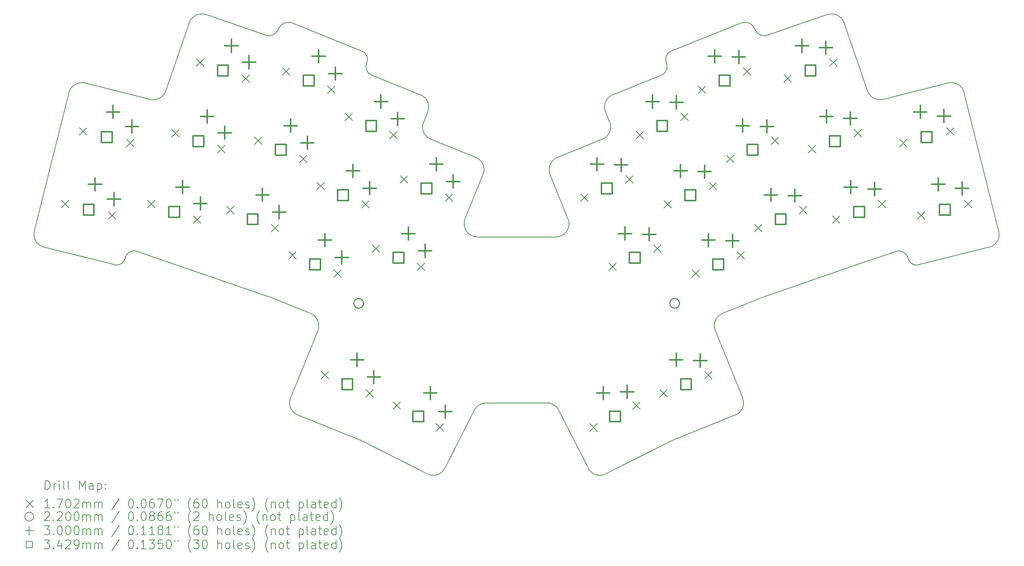
<source format=gbr>
%TF.GenerationSoftware,KiCad,Pcbnew,7.0.5-0*%
%TF.CreationDate,2023-07-18T22:33:50-04:00*%
%TF.ProjectId,tern,7465726e-2e6b-4696-9361-645f70636258,v1.0.0*%
%TF.SameCoordinates,Original*%
%TF.FileFunction,Drillmap*%
%TF.FilePolarity,Positive*%
%FSLAX45Y45*%
G04 Gerber Fmt 4.5, Leading zero omitted, Abs format (unit mm)*
G04 Created by KiCad (PCBNEW 7.0.5-0) date 2023-07-18 22:33:50*
%MOMM*%
%LPD*%
G01*
G04 APERTURE LIST*
%ADD10C,0.176400*%
%ADD11C,0.176388*%
%ADD12C,0.200000*%
%ADD13C,0.170180*%
%ADD14C,0.220000*%
%ADD15C,0.300000*%
%ADD16C,0.342900*%
G04 APERTURE END LIST*
D10*
X30976039Y-16517112D02*
X28952030Y-17214031D01*
X27804058Y-18000934D02*
X28422159Y-19530787D01*
D11*
X18066956Y-10986148D02*
X18078835Y-10984586D01*
X13177005Y-12468367D02*
X13186552Y-12457264D01*
X26688126Y-11901345D02*
X26684845Y-11891037D01*
X31298369Y-12617932D02*
X31306662Y-12629091D01*
X21252475Y-12767335D02*
X21259259Y-12780506D01*
X21498448Y-21272720D02*
X21484414Y-21277667D01*
X21204111Y-13536890D02*
X21212682Y-13548813D01*
X21259259Y-12780506D02*
X21265410Y-12794055D01*
X21173794Y-13255452D02*
X21168562Y-13269382D01*
X17620551Y-11285626D02*
X17632078Y-11286930D01*
X19879357Y-11921930D02*
X19876076Y-11932241D01*
X18633228Y-17623335D02*
X18619535Y-17616555D01*
X28939549Y-11288321D02*
X28950816Y-11287045D01*
X28937321Y-17219535D02*
X27969829Y-17610411D01*
X19803910Y-11655083D02*
X19812553Y-11661133D01*
X22341383Y-15862680D02*
X22359557Y-15865508D01*
X22096876Y-15581063D02*
X22098229Y-15599164D01*
X28554852Y-10998217D02*
X28566163Y-11002689D01*
X21299710Y-13626329D02*
X21312614Y-13633505D01*
X14301502Y-16477398D02*
X14292920Y-16482279D01*
X25421580Y-13399661D02*
X25422779Y-13385069D01*
X25386493Y-13511758D02*
X25393277Y-13498588D01*
X28984566Y-11279849D02*
X28995742Y-11276301D01*
X21158157Y-13428642D02*
X21161492Y-13442977D01*
X17906772Y-11083898D02*
X17914068Y-11074395D01*
X16184569Y-10799666D02*
X16199384Y-10802750D01*
X14440986Y-16262231D02*
X14433961Y-16270838D01*
X25423037Y-13355811D02*
X25422095Y-13341200D01*
X21263511Y-13601264D02*
X21275140Y-13610190D01*
X27792091Y-17812194D02*
X27788741Y-17826233D01*
X26621357Y-12162174D02*
X26629631Y-12155743D01*
X25294227Y-12981338D02*
X25291142Y-12966948D01*
X19870444Y-12025358D02*
X19872339Y-12035420D01*
X18792896Y-17898485D02*
X18793019Y-17883842D01*
X13159602Y-12491888D02*
X13168016Y-12479915D01*
X28256391Y-19921312D02*
X26770988Y-20521456D01*
X31388311Y-12701453D02*
X31400135Y-12708224D01*
X30727625Y-10997256D02*
X31259616Y-12542242D01*
X13350409Y-12364153D02*
X13364826Y-12361638D01*
X32180040Y-16350789D02*
X32180039Y-16350788D01*
X26691986Y-11911610D02*
X26691981Y-11911603D01*
X22543470Y-14289835D02*
X22545379Y-14304368D01*
X22098229Y-15599164D02*
X22100671Y-15617151D01*
X22364431Y-19758404D02*
X22351974Y-19774952D01*
X28332426Y-19876626D02*
X28320798Y-19885550D01*
X21287213Y-13618551D02*
X21299710Y-13626329D01*
X24049713Y-19655842D02*
X24039664Y-19653533D01*
X21115306Y-12639033D02*
X21128592Y-12645587D01*
X18144815Y-19732507D02*
X18140766Y-19718312D01*
X15250556Y-12650064D02*
X15259771Y-12639805D01*
X18055149Y-10988292D02*
X18066956Y-10986148D01*
X22330409Y-19810858D02*
X21659005Y-21128549D01*
X26691966Y-11911583D02*
X26688126Y-11901345D01*
X25379095Y-13524532D02*
X25386493Y-13511758D01*
X15186886Y-12701453D02*
X15198396Y-12694152D01*
X24029324Y-14362829D02*
X24028383Y-14348218D01*
X13118099Y-12585775D02*
X13122051Y-12571433D01*
X24215639Y-15865508D02*
X24233813Y-15862681D01*
X33443219Y-12543592D02*
X33448531Y-12557364D01*
X30361036Y-10806615D02*
X30375819Y-10802750D01*
X27782304Y-17898485D02*
X27783152Y-17913175D01*
X27782776Y-17869270D02*
X27782183Y-17883842D01*
X22272029Y-15840716D02*
X22288776Y-15847757D01*
X26704065Y-11953007D02*
X26701880Y-11942606D01*
X25236087Y-21287704D02*
X25221613Y-21289918D01*
X30549046Y-10813915D02*
X30562408Y-10819286D01*
X31911049Y-16195475D02*
X31900257Y-16198880D01*
X12391408Y-16002603D02*
X12382302Y-15990986D01*
X17783207Y-11249981D02*
X17792565Y-11243721D01*
X14353906Y-16432456D02*
X14347350Y-16439964D01*
X25275508Y-13626329D02*
X25288004Y-13618551D01*
X21286431Y-12952457D02*
X21284059Y-12966948D01*
X28681630Y-11103972D02*
X28687493Y-11114515D01*
X31463266Y-12733747D02*
X31476556Y-12737110D01*
X22510291Y-14192272D02*
X22517080Y-14205442D01*
X25362531Y-13548813D02*
X25371101Y-13536889D01*
X15043923Y-12744400D02*
X15057796Y-12743523D01*
X26758949Y-20526637D02*
X26755980Y-20528013D01*
X21153124Y-13341201D02*
X21152179Y-13355811D01*
X32180045Y-16350821D02*
X32180045Y-16350809D01*
X27916062Y-17638708D02*
X27903861Y-17647250D01*
X31921950Y-16192652D02*
X31911049Y-16195475D01*
X25393277Y-13498588D02*
X25399427Y-13485039D01*
X26692031Y-11911683D02*
X26692025Y-11911676D01*
X31955095Y-16187661D02*
X31943996Y-16188747D01*
X26738946Y-11681500D02*
X26746467Y-11674359D01*
X21188714Y-13511758D02*
X21196115Y-13524532D01*
X14532497Y-16199527D02*
X14522027Y-16203552D01*
X25315936Y-12780506D02*
X25322720Y-12767335D01*
X18774441Y-17784725D02*
X18769134Y-17771343D01*
X32388180Y-16506654D02*
X32377968Y-16506832D01*
X27806075Y-17771343D02*
X27800768Y-17784725D01*
X21575183Y-21229709D02*
X21563384Y-21238377D01*
X32377968Y-16506832D02*
X32367824Y-16506503D01*
X12521929Y-16094289D02*
X12508157Y-16088978D01*
X32032085Y-16196063D02*
X32021319Y-16193161D01*
X18185324Y-10996788D02*
X18196710Y-11001065D01*
X28378521Y-11001065D02*
X28389906Y-10996788D01*
X21412072Y-21291658D02*
X21397426Y-21292295D01*
X25285946Y-12908649D02*
X25286432Y-12894024D01*
X28883866Y-11286638D02*
X28894858Y-11288024D01*
X32180036Y-16350787D02*
X32180035Y-16350787D01*
X26678276Y-11859860D02*
X26677154Y-11849442D01*
X22106678Y-15490608D02*
X22102492Y-15508521D01*
X21245077Y-12754561D02*
X21252475Y-12767335D01*
X33307596Y-12393854D02*
X33320536Y-12401202D01*
X32265360Y-16472113D02*
X32257280Y-16466434D01*
X24069472Y-19661468D02*
X24059652Y-19658488D01*
X21368170Y-21291422D02*
X21353612Y-21289917D01*
X30635921Y-10864307D02*
X30646841Y-10873834D01*
X14395186Y-16350786D02*
X14395186Y-16350821D01*
X22373095Y-14063969D02*
X22386383Y-14070524D01*
X26637532Y-12148948D02*
X26645052Y-12141806D01*
X28810876Y-11263133D02*
X28820759Y-11267915D01*
X18694190Y-17665926D02*
X18683033Y-17656331D01*
X32159545Y-16298684D02*
X32153917Y-16289082D01*
X24040237Y-14420538D02*
X24036437Y-14406275D01*
X19810277Y-20523982D02*
X19807267Y-20522702D01*
X18150370Y-10987463D02*
X18162132Y-10989987D01*
X28444001Y-19645780D02*
X28443516Y-19660405D01*
X33437254Y-12530136D02*
X33443219Y-12543592D01*
X24967368Y-21200410D02*
X24957460Y-21189604D01*
X27783152Y-17913175D02*
X27784736Y-17927888D01*
X14325728Y-16460370D02*
X14317921Y-16466433D01*
X31334288Y-12659857D02*
X31344348Y-12669172D01*
X33224788Y-12364154D02*
X33239072Y-12367371D01*
X17634253Y-17218079D02*
X17630582Y-17216676D01*
X24923274Y-21141639D02*
X24916191Y-21128549D01*
X24188813Y-14070524D02*
X24202100Y-14063969D01*
X22496039Y-19664776D02*
X22477062Y-19672356D01*
X32042712Y-16199527D02*
X32032085Y-16196063D01*
X24167466Y-19714838D02*
X24159459Y-19708513D01*
X14227383Y-16504363D02*
X14217426Y-16505677D01*
X32429420Y-16500681D02*
X32419084Y-16502981D01*
X21324770Y-21284782D02*
X21310538Y-21281157D01*
X17855654Y-11178487D02*
X17861805Y-11168558D01*
X34246477Y-15870563D02*
X34243259Y-15884848D01*
X27812015Y-17758230D02*
X27806075Y-17771343D01*
X14166439Y-16504738D02*
X14156110Y-16502982D01*
X24466386Y-15652574D02*
X24470995Y-15634971D01*
X13151776Y-12504263D02*
X13159602Y-12491888D01*
X22377974Y-15867223D02*
X22396589Y-15867800D01*
X28374126Y-19835645D02*
X28364461Y-19846646D01*
X32227857Y-16439964D02*
X32221303Y-16432456D01*
X32180045Y-16350809D02*
X32180045Y-16350805D01*
X25288772Y-12952457D02*
X25287116Y-12937893D01*
X34174150Y-16013727D02*
X34164003Y-16024340D01*
X26762644Y-11661133D02*
X26771287Y-11655083D01*
X27786065Y-17840441D02*
X27784073Y-17854796D01*
X17929984Y-11056540D02*
X17938574Y-11048218D01*
X32273698Y-16477398D02*
X32265360Y-16472113D01*
X28948313Y-17215327D02*
X28944622Y-17216676D01*
X22533467Y-14246858D02*
X22537514Y-14261053D01*
X21635963Y-21166535D02*
X21627126Y-21178306D01*
X14246928Y-16500306D02*
X14237222Y-16502569D01*
X19885570Y-11758486D02*
X19888874Y-11768134D01*
X22396589Y-15867800D02*
X24178606Y-15867800D01*
X16214164Y-10806614D02*
X16228886Y-10811271D01*
X18318807Y-19921313D02*
X18305153Y-19915403D01*
X31559290Y-12744198D02*
X31573394Y-12743097D01*
X19887070Y-11901346D02*
X19883230Y-11911583D01*
X31476556Y-12737110D02*
X31490022Y-12739867D01*
X28425626Y-19746536D02*
X28420148Y-19760373D01*
X31424644Y-12720132D02*
X31437290Y-12725247D01*
X21212682Y-13548813D02*
X21221810Y-13560284D01*
X31988421Y-16187848D02*
X31977330Y-16187213D01*
X26679215Y-11797939D02*
X26681109Y-11787879D01*
X25338111Y-12742204D02*
X25346681Y-12730280D01*
X12494702Y-16083016D02*
X12481585Y-16076417D01*
X33280873Y-12381197D02*
X33294366Y-12387184D01*
X14207369Y-16506503D02*
X14197226Y-16506832D01*
X19888817Y-12083579D02*
X19893462Y-12092659D01*
X32318709Y-16497583D02*
X32309316Y-16494409D01*
X28782663Y-11246097D02*
X28791811Y-11252217D01*
X24478575Y-15562896D02*
X24477727Y-15544717D01*
X18789140Y-17840441D02*
X18786464Y-17826233D01*
X32092791Y-16225069D02*
X32083344Y-16218934D01*
X25319700Y-21259642D02*
X25306281Y-21266068D01*
X25192445Y-21292216D02*
X25177804Y-21292295D01*
X26704771Y-12025358D02*
X26706181Y-12015192D01*
X18139489Y-19573091D02*
X18143290Y-19558827D01*
X14284112Y-16486748D02*
X14275094Y-16490795D01*
X24058147Y-14205442D02*
X24064930Y-14192272D01*
X32180023Y-16350786D02*
X32180012Y-16350786D01*
X14197226Y-16506832D02*
X14187013Y-16506654D01*
X24223233Y-19774952D02*
X24217139Y-19766557D01*
X24163417Y-14085477D02*
X24175912Y-14077700D01*
X19867879Y-11721792D02*
X19872959Y-11730646D01*
X28801221Y-11257897D02*
X28810876Y-11263133D01*
X21153988Y-12660541D02*
X21166059Y-12668902D01*
X25221613Y-21289918D02*
X25207057Y-21291422D01*
X33333096Y-12409182D02*
X33345195Y-12417736D01*
X19962493Y-12168224D02*
X19971491Y-12173876D01*
X27941974Y-17623336D02*
X27928770Y-17630728D01*
X28841137Y-11276086D02*
X28851599Y-11279460D01*
X24128552Y-14112238D02*
X24139717Y-14102765D01*
X25207057Y-21291422D02*
X25192445Y-21292216D01*
X34250900Y-15783002D02*
X34251954Y-15797684D01*
X24286420Y-15847756D02*
X24303167Y-15840716D01*
X18605367Y-17610411D02*
X17637912Y-17219535D01*
X28443771Y-19631148D02*
X28444001Y-19645780D01*
X25322869Y-13591792D02*
X25333554Y-13581792D01*
X21512160Y-21267110D02*
X21498448Y-21272720D01*
X25311703Y-13601264D02*
X25322869Y-13591792D01*
X22097468Y-15544716D02*
X22096622Y-15562896D01*
X25330118Y-12754562D02*
X25338111Y-12742204D01*
X18781189Y-17971918D02*
X18785044Y-17957284D01*
X33388644Y-12457264D02*
X33398193Y-12468367D01*
X18114676Y-10983399D02*
X18126619Y-10984170D01*
X18167981Y-19787105D02*
X18161198Y-19773929D01*
X33137231Y-12359732D02*
X33151912Y-12358677D01*
X24059652Y-19658488D02*
X24049713Y-19655842D01*
X24269248Y-15853781D02*
X24286420Y-15847756D01*
X31966213Y-16187151D02*
X31955095Y-16187661D01*
X19819226Y-20528012D02*
X19816256Y-20526637D01*
X21627126Y-21178306D02*
X21617745Y-21189604D01*
X25090817Y-21277668D02*
X25076782Y-21272720D01*
X32153917Y-16289082D02*
X32147810Y-16279794D01*
X34106369Y-16069197D02*
X34093613Y-16076416D01*
X24178606Y-15867800D02*
X24197222Y-15867223D01*
X24037715Y-14261053D02*
X24041764Y-14246858D01*
X27928770Y-17630728D02*
X27916062Y-17638708D01*
X25419669Y-13414195D02*
X25421580Y-13399661D01*
X26799336Y-11639393D02*
X26809370Y-11635041D01*
X28608531Y-11025854D02*
X28618275Y-11032859D01*
X22517080Y-14205442D02*
X22523237Y-14218991D01*
X17632078Y-11286930D02*
X17643583Y-11287673D01*
X21128592Y-12645587D02*
X21141493Y-12652763D01*
X19807267Y-20522702D02*
X19804244Y-20521456D01*
X28872980Y-11284744D02*
X28883866Y-11286638D01*
X34192894Y-15990986D02*
X34183788Y-16002604D01*
X17753596Y-11266041D02*
X17763705Y-11261149D01*
X24117867Y-14122238D02*
X24128552Y-14112238D01*
X24463210Y-15472885D02*
X24456771Y-15455403D01*
X14501654Y-16213274D02*
X14491853Y-16218934D01*
X12411193Y-16024340D02*
X12401046Y-16013727D01*
X18153037Y-19530787D02*
X18771137Y-18000934D01*
X13137957Y-12530136D02*
X13144555Y-12517020D01*
X12326230Y-15856146D02*
X12324420Y-15841623D01*
X19980841Y-12179111D02*
X19990535Y-12183914D01*
X22540849Y-14275387D02*
X22543470Y-14289835D01*
X21252344Y-13591792D02*
X21263511Y-13601264D01*
X26645052Y-12141806D02*
X26652183Y-12134336D01*
X26692019Y-11911669D02*
X26692015Y-11911663D01*
X21161492Y-13442977D02*
X21165539Y-13457172D01*
X18143290Y-19558827D02*
X18147805Y-19544717D01*
X25409136Y-12668903D02*
X25421207Y-12660541D01*
X25401435Y-13255452D02*
X25307775Y-13023642D01*
X18756637Y-17745410D02*
X18749466Y-17732906D01*
X15284629Y-12606339D02*
X15291920Y-12594324D01*
X17976786Y-11019319D02*
X17987227Y-11013270D01*
X21289263Y-12908650D02*
X21289032Y-12923281D01*
X32180043Y-16350792D02*
X32180042Y-16350791D01*
X26700505Y-12045363D02*
X26702876Y-12035420D01*
X15209573Y-12686331D02*
X15220398Y-12678001D01*
X31531274Y-12744400D02*
X31545243Y-12744629D01*
X24041764Y-14246858D02*
X24046524Y-14232828D01*
X27870403Y-17676009D02*
X27860333Y-17686558D01*
X17872754Y-11147609D02*
X17877517Y-11136603D01*
X32173416Y-16329198D02*
X32169308Y-16318760D01*
X24051997Y-14218991D02*
X24058147Y-14205442D01*
X27969829Y-17610411D02*
X27955664Y-17616555D01*
X26690603Y-12074292D02*
X26694361Y-12064816D01*
X28661145Y-11074396D02*
X28668441Y-11083897D01*
X21151948Y-13370443D02*
X21152430Y-13385068D01*
X28944622Y-17216676D02*
X28940959Y-17218079D01*
X22386383Y-14070524D02*
X22399283Y-14077700D01*
X31490022Y-12739867D02*
X31503643Y-12742009D01*
X25286432Y-12894024D02*
X25287631Y-12879431D01*
X12468828Y-16069197D02*
X12456453Y-16061372D01*
X32357767Y-16505677D02*
X32347811Y-16504362D01*
X25307775Y-13023642D02*
X25302544Y-13009712D01*
X30507539Y-10801691D02*
X30521588Y-10805106D01*
X27955664Y-17616555D02*
X27941974Y-17623336D01*
X18733332Y-17708950D02*
X18724390Y-17697546D01*
X14381091Y-16390039D02*
X14376452Y-16399141D01*
X32419084Y-16502981D02*
X32408754Y-16504738D01*
X25355808Y-12718809D02*
X25365473Y-12707810D01*
X31283277Y-12594323D02*
X31290568Y-12606340D01*
X27860333Y-17686558D02*
X27850822Y-17697546D01*
X30685833Y-10917293D02*
X30694289Y-10929438D01*
X26701880Y-11942606D02*
X26699152Y-11932241D01*
X30449771Y-10794901D02*
X30464401Y-10795545D01*
X22196247Y-15791095D02*
X22210192Y-15802861D01*
X21170298Y-13471202D02*
X21175770Y-13485039D01*
X12481585Y-16076417D02*
X12468828Y-16069197D01*
X24046524Y-14232828D02*
X24051997Y-14218991D01*
X19883197Y-11911689D02*
X19879357Y-11921930D01*
X21268923Y-21266068D02*
X21255499Y-21259642D01*
X32180040Y-16350789D02*
X32180040Y-16350789D01*
X30588276Y-10831903D02*
X30600734Y-10839125D01*
X33253199Y-12371286D02*
X33267141Y-12375897D01*
X14410517Y-16308583D02*
X14405889Y-16318760D01*
X14511739Y-16208135D02*
X14501654Y-16213274D01*
X25309786Y-12794054D02*
X25315936Y-12780506D01*
X24948076Y-21178307D02*
X24939236Y-21166535D01*
X28435709Y-19573091D02*
X28438796Y-19587481D01*
X25298028Y-12995602D02*
X25294227Y-12981338D01*
X26652183Y-12134336D02*
X26658918Y-12126554D01*
X34248993Y-15856146D02*
X34246477Y-15870563D01*
X15015906Y-12744198D02*
X15029953Y-12744628D01*
X17689041Y-11285200D02*
X17700177Y-11283261D01*
X12351762Y-15940150D02*
X12345778Y-15926653D01*
X13336124Y-12367371D02*
X13350409Y-12364153D01*
X33378555Y-12446628D02*
X33388644Y-12457264D01*
X14156110Y-16502982D02*
X14145773Y-16500681D01*
X24939236Y-21166535D02*
X24930962Y-21154307D01*
X28442828Y-19616536D02*
X28443771Y-19631148D01*
X22377920Y-19742844D02*
X22364431Y-19758404D01*
X32180045Y-16350801D02*
X32180045Y-16350799D01*
X14491853Y-16218934D02*
X14482406Y-16225069D01*
X28720988Y-11182319D02*
X28727418Y-11191658D01*
X28950816Y-11287045D02*
X28962086Y-11285213D01*
X15865711Y-10955181D02*
X15873015Y-10942071D01*
X32101869Y-16231660D02*
X32092791Y-16225069D01*
X14347350Y-16439964D02*
X14340458Y-16447126D01*
X18134034Y-19601972D02*
X18136404Y-19587481D01*
X13126689Y-12557365D02*
X13131997Y-12543592D01*
X14340458Y-16447126D02*
X14333245Y-16453931D01*
X24116528Y-19681190D02*
X24107415Y-19676618D01*
X24244787Y-19810858D02*
X24239837Y-19801542D01*
X26697592Y-11739725D02*
X26702238Y-11730646D01*
X25353404Y-13560284D02*
X25362531Y-13548813D01*
X21285668Y-12864898D02*
X21287580Y-12879431D01*
X13267598Y-12393853D02*
X13280829Y-12387184D01*
X25411183Y-13283491D02*
X25406667Y-13269382D01*
X17597505Y-11281305D02*
X17609021Y-11283754D01*
X22446648Y-14112238D02*
X22457334Y-14122238D01*
X26684845Y-11891037D02*
X26682115Y-11880675D01*
X27794007Y-17971918D02*
X27798638Y-17986476D01*
X13294323Y-12381197D02*
X13308054Y-12375897D01*
X19862375Y-11713180D02*
X19867879Y-11721792D01*
X24303167Y-15840716D02*
X24319444Y-15832681D01*
X15986932Y-10831903D02*
X15999717Y-10825286D01*
X25413708Y-13442977D02*
X25417045Y-13428642D01*
X18776557Y-17986476D02*
X18781189Y-17971918D01*
X13423285Y-12358677D02*
X13437966Y-12359732D01*
X28851599Y-11279460D02*
X28862219Y-11282348D01*
X26750093Y-20530855D02*
X26747175Y-20532321D01*
X21166059Y-12668902D02*
X21177687Y-12677828D01*
X31315425Y-12639805D02*
X31324641Y-12650064D01*
X19897392Y-11808104D02*
X19898310Y-11818353D01*
X34216776Y-15953385D02*
X34209428Y-15966330D01*
X25422779Y-13385069D02*
X25423265Y-13370443D01*
X34246610Y-15753739D02*
X34249120Y-15768345D01*
X21168562Y-13269382D02*
X21164046Y-13283492D01*
X26764935Y-20523982D02*
X26761933Y-20525294D01*
X24098018Y-14143746D02*
X24107682Y-14132746D01*
X32180043Y-16350794D02*
X32180043Y-16350793D01*
X14376452Y-16399141D02*
X14371398Y-16407943D01*
X24072328Y-14179498D02*
X24080321Y-14167140D01*
X26706834Y-11973847D02*
X26705714Y-11963427D01*
X18220920Y-19857155D02*
X18210735Y-19846645D01*
X24079167Y-19664776D02*
X24069472Y-19661468D01*
X19816256Y-20526637D02*
X19813273Y-20525293D01*
X17877517Y-11136532D02*
X17882354Y-11125373D01*
X14575749Y-16189052D02*
X14564775Y-16190823D01*
X24476968Y-15599164D02*
X24478320Y-15581063D01*
X28952030Y-17214031D02*
X28948313Y-17215327D01*
X32309316Y-16494409D02*
X32300103Y-16490795D01*
X22108810Y-15652574D02*
X22114496Y-15669908D01*
X15175062Y-12708224D02*
X15186886Y-12701453D01*
X28520066Y-10988292D02*
X28531782Y-10991018D01*
X31290568Y-12606340D02*
X31298369Y-12617932D01*
X14620119Y-16187661D02*
X14609000Y-16187151D01*
X34249120Y-15768345D02*
X34250900Y-15783002D01*
X31270307Y-12569065D02*
X31276516Y-12581895D01*
X24365003Y-15802860D02*
X24378949Y-15791095D01*
X24477727Y-15544717D02*
X24475773Y-15526575D01*
X33093454Y-12367266D02*
X33107977Y-12364022D01*
X17899937Y-11093761D02*
X17906772Y-11083898D01*
X17609021Y-11283754D02*
X17620551Y-11285626D01*
X21470152Y-21281914D02*
X21455761Y-21285435D01*
X14256486Y-16497583D02*
X14246928Y-16500306D01*
X19869034Y-12015193D02*
X19870444Y-12025358D01*
X26681109Y-11787879D02*
X26683481Y-11777937D01*
X16140155Y-10794980D02*
X16154930Y-10795793D01*
X28704274Y-11152128D02*
X28709399Y-11162545D01*
X19856453Y-11704828D02*
X19862375Y-11713180D01*
X25299553Y-12821921D02*
X25304314Y-12807892D01*
X12401046Y-16013727D02*
X12391408Y-16002603D01*
X32203817Y-16407943D02*
X32198765Y-16399141D01*
X25288004Y-13618551D02*
X25300075Y-13610191D01*
X24468520Y-15490608D02*
X24463210Y-15472885D01*
X22114496Y-15669908D02*
X22121251Y-15686924D01*
X28962086Y-11285213D02*
X28973342Y-11282817D01*
X32053180Y-16203552D02*
X32042712Y-16199527D01*
X34251901Y-15827021D02*
X34250802Y-15841623D01*
X33151912Y-12358677D02*
X33166592Y-12358345D01*
X14482406Y-16225069D02*
X14473329Y-16231660D01*
X30420278Y-10795793D02*
X30435055Y-10794980D01*
X25292620Y-21271797D02*
X25278744Y-21276827D01*
X24182834Y-19728308D02*
X24175259Y-19721438D01*
X17626899Y-17215327D02*
X17623201Y-17214031D01*
X24977779Y-21210707D02*
X24967368Y-21200410D01*
X21196115Y-13524532D02*
X21204111Y-13536890D01*
X28749038Y-11217397D02*
X28756965Y-11225189D01*
X13452619Y-12361512D02*
X13467220Y-12364022D01*
X19868385Y-11973846D02*
X19867784Y-11984250D01*
X32110563Y-16238689D02*
X32101869Y-16231660D01*
X18155047Y-19760373D02*
X18149576Y-19746537D01*
X17877517Y-11136603D02*
X17877517Y-11136532D01*
X12508157Y-16088978D02*
X12494702Y-16083016D01*
X26754368Y-11667565D02*
X26762644Y-11661133D01*
X31977330Y-16187213D02*
X31966213Y-16187151D01*
X18149576Y-19746537D02*
X18144815Y-19732507D01*
X18305153Y-19915403D02*
X18291866Y-19908854D01*
X17763705Y-11261149D02*
X17773581Y-11255793D01*
X17732750Y-11274401D02*
X17743272Y-11270462D01*
X18078835Y-10984586D02*
X18090761Y-10983607D01*
X24378949Y-15791095D02*
X24392198Y-15778456D01*
X21219387Y-12718809D02*
X21228514Y-12730280D01*
X15220398Y-12678001D02*
X15230849Y-12669173D01*
X31264666Y-12555843D02*
X31270307Y-12569065D01*
X13131997Y-12543592D02*
X13137957Y-12530136D01*
X18137429Y-19703978D02*
X18134804Y-19689531D01*
X34234733Y-15912919D02*
X34229432Y-15926653D01*
X24088891Y-14155217D02*
X24098018Y-14143746D01*
X22407748Y-19714838D02*
X22392379Y-19728309D01*
X31573394Y-12743097D02*
X31587534Y-12741317D01*
X24008933Y-19648677D02*
X23998520Y-19647764D01*
X25105078Y-21281914D02*
X25090817Y-21277668D01*
X28441169Y-19601972D02*
X28442828Y-19616536D01*
X13242098Y-12409182D02*
X13254659Y-12401202D01*
X28391823Y-19812246D02*
X28383254Y-19824172D01*
X26780287Y-11649431D02*
X26789639Y-11644196D01*
X15098641Y-12737110D02*
X15111931Y-12733747D01*
X14265880Y-16494410D02*
X14256486Y-16497583D01*
X12328592Y-15753740D02*
X12331829Y-15739212D01*
X28413998Y-19773928D02*
X28407214Y-19787105D01*
X24029841Y-14304368D02*
X24031752Y-14289834D01*
X26718744Y-11704828D02*
X26725077Y-11696752D01*
X21538537Y-21253967D02*
X21525530Y-21260853D01*
X25262608Y-13633505D02*
X25275508Y-13626329D01*
X33239072Y-12367371D02*
X33253199Y-12371286D01*
X16199384Y-10802750D02*
X16214164Y-10806614D01*
X17810405Y-11229890D02*
X17818852Y-11222335D01*
X12322931Y-15812366D02*
X12323261Y-15797685D01*
X12345778Y-15926653D02*
X12340482Y-15912919D01*
X14360110Y-16424611D02*
X14353906Y-16432456D01*
X15304890Y-12569065D02*
X15310530Y-12555843D01*
X19898643Y-11839040D02*
X19898042Y-11849442D01*
X13379348Y-12359829D02*
X13393950Y-12358730D01*
X19953853Y-12162174D02*
X19962493Y-12168224D01*
X21153625Y-13399661D02*
X21155535Y-13414195D01*
X18140766Y-19718312D02*
X18137429Y-19703978D01*
X26584667Y-12183914D02*
X26594363Y-12179111D01*
X18132378Y-19616536D02*
X18134034Y-19601972D01*
X14664176Y-16195475D02*
X14653269Y-16192652D01*
X28756965Y-11225189D02*
X28765222Y-11232575D01*
X22121251Y-15686924D02*
X22129070Y-15703569D01*
X19877551Y-12055167D02*
X19880853Y-12064816D01*
X28928302Y-11289050D02*
X28939549Y-11288321D01*
X28496380Y-10984586D02*
X28508258Y-10986148D01*
X17630582Y-17216676D02*
X17626899Y-17215327D01*
X30702181Y-10942071D02*
X30709484Y-10955182D01*
X28698175Y-11137749D02*
X28698662Y-11138962D01*
X14309840Y-16472113D02*
X14301502Y-16477398D01*
X26707317Y-11721792D02*
X26712821Y-11713180D01*
X28627650Y-11040319D02*
X28636640Y-11048217D01*
X34183788Y-16002604D02*
X34174150Y-16013727D01*
X31306662Y-12629091D02*
X31315425Y-12639805D01*
X21586539Y-21220480D02*
X21575183Y-21229709D01*
X28440408Y-19689531D02*
X28437781Y-19703978D01*
X32180033Y-16350787D02*
X32180031Y-16350787D01*
X26697664Y-12055167D02*
X26700505Y-12045363D01*
X18671347Y-17647250D02*
X18659145Y-17638708D01*
X31587534Y-12741317D02*
X31601693Y-12738844D01*
X12340482Y-15912919D02*
X12335874Y-15898976D01*
X18031836Y-10994326D02*
X18043435Y-10991018D01*
X27800768Y-17784725D02*
X27796103Y-17798350D01*
X27788741Y-17826233D02*
X27786065Y-17840441D01*
X21157156Y-13312145D02*
X21154783Y-13326636D01*
X21282589Y-21271797D02*
X21268923Y-21266068D01*
X32408754Y-16504738D02*
X32398448Y-16505959D01*
X26761933Y-20525294D02*
X26758949Y-20526637D01*
X31324641Y-12650064D02*
X31334288Y-12659857D01*
X32180045Y-16350799D02*
X32180044Y-16350797D01*
X25404900Y-13471202D02*
X25409659Y-13457172D01*
X24210780Y-19758404D02*
X24204161Y-19750498D01*
X24478320Y-15581063D02*
X24478575Y-15562896D01*
X32180035Y-16350787D02*
X32180033Y-16350787D01*
X28973342Y-11282817D02*
X28984566Y-11279849D01*
X28270045Y-19915403D02*
X28256391Y-19921312D01*
X34118744Y-16061372D02*
X34106369Y-16069197D01*
X15974473Y-10839125D02*
X15986932Y-10831903D01*
X15029953Y-12744628D02*
X15043923Y-12744400D01*
X28543385Y-10994327D02*
X28554852Y-10998217D01*
X15276828Y-12617932D02*
X15284629Y-12606339D01*
X17966686Y-11025854D02*
X17976786Y-11019319D01*
X24029512Y-19651565D02*
X24019266Y-19649945D01*
X26683481Y-11777937D02*
X26686323Y-11768134D01*
X26789639Y-11644196D02*
X26799336Y-11639393D01*
X22467520Y-14132747D02*
X22477188Y-14143746D01*
X30624581Y-10855339D02*
X30635921Y-10864307D01*
X34080496Y-16083015D02*
X34067041Y-16088978D01*
X32176988Y-16339880D02*
X32173416Y-16329198D01*
X22544223Y-14377394D02*
X22541850Y-14391884D01*
X14597884Y-16187213D02*
X14586792Y-16187848D01*
X14187013Y-16506654D02*
X14176745Y-16505958D01*
X21284059Y-12966948D02*
X21280971Y-12981338D01*
X28687493Y-11114515D02*
X28692848Y-11125373D01*
X24049984Y-14448578D02*
X24044753Y-14434648D01*
X22170491Y-15764969D02*
X22182998Y-15778456D01*
X30646841Y-10873834D02*
X30657316Y-10883908D01*
X27841881Y-17708950D02*
X27833518Y-17720745D01*
X28905940Y-11288893D02*
X28917094Y-11289237D01*
X28587994Y-11013270D02*
X28598432Y-11019319D01*
X19871158Y-11953006D02*
X19869508Y-11963426D01*
X33407184Y-12479915D02*
X33415601Y-12491888D01*
X12326087Y-15768345D02*
X12328592Y-15753740D01*
X28653403Y-11065271D02*
X28661145Y-11074396D01*
X19874710Y-12045362D02*
X19877551Y-12055167D01*
X19876076Y-11932241D02*
X19873346Y-11942606D01*
X15198396Y-12694152D02*
X15209573Y-12686331D01*
X26707101Y-12004941D02*
X26707521Y-11994621D01*
X34093613Y-16076416D02*
X34080496Y-16083015D01*
X22359442Y-14058054D02*
X22373095Y-14063969D01*
X27796103Y-17798350D02*
X27792091Y-17812194D01*
X22255752Y-15832681D02*
X22272029Y-15840716D01*
X15950624Y-10855339D02*
X15962362Y-10846941D01*
X28283332Y-19908854D02*
X28270045Y-19915403D01*
X26574633Y-12188266D02*
X26584667Y-12183914D01*
X30478921Y-10796898D02*
X30493309Y-10798951D01*
X18779105Y-17798350D02*
X18774441Y-17784725D01*
X21154783Y-13326636D02*
X21153124Y-13341201D01*
X25306281Y-21266068D02*
X25292620Y-21271797D01*
X25304314Y-12807892D02*
X25309786Y-12794054D01*
X30612844Y-10846941D02*
X30624581Y-10855339D01*
X24233813Y-15862681D02*
X24251697Y-15858763D01*
X18009068Y-11002689D02*
X18020373Y-10998217D01*
X19898310Y-11818353D02*
X19898730Y-11828671D01*
X32234747Y-16447126D02*
X32227857Y-16439964D01*
X15847569Y-10997256D02*
X15852964Y-10982785D01*
X25235667Y-13645975D02*
X25249321Y-13640060D01*
X32126749Y-16253993D02*
X32118861Y-16246139D01*
X32180039Y-16350788D02*
X32180037Y-16350788D01*
X24197222Y-15867223D02*
X24215639Y-15865508D01*
X22111987Y-15472885D02*
X22106678Y-15490608D01*
X19813273Y-20525293D02*
X19810277Y-20523982D01*
X24404705Y-15764969D02*
X24416426Y-15750657D01*
X32021319Y-16193161D02*
X32010438Y-16190823D01*
X16039780Y-10809184D02*
X16053624Y-10805105D01*
X28894858Y-11288024D02*
X28905940Y-11288893D01*
X24064930Y-14192272D02*
X24072328Y-14179498D01*
X19890351Y-11891037D02*
X19887070Y-11901346D01*
X34243259Y-15884848D02*
X34239343Y-15898976D01*
X24456771Y-15455403D02*
X24049984Y-14448578D01*
X19812553Y-11661133D02*
X19820828Y-11667565D01*
X26676674Y-12101513D02*
X26681753Y-12092658D01*
X22158770Y-15750656D02*
X22170491Y-15764969D01*
X25421207Y-12660541D02*
X25433703Y-12652763D01*
X22210192Y-15802861D02*
X22224788Y-15813729D01*
X27784073Y-17854796D02*
X27782776Y-17869270D01*
X21152430Y-13385068D02*
X21153625Y-13399661D01*
X25386342Y-12687301D02*
X25397508Y-12677828D01*
X31900257Y-16198880D02*
X30976039Y-16517112D01*
X28636640Y-11048217D02*
X28645230Y-11056540D01*
X28765222Y-11232575D02*
X28773794Y-11239547D01*
X28442319Y-19674998D02*
X28440408Y-19689531D01*
X28472501Y-10983212D02*
X28484453Y-10983607D01*
X14456336Y-16246140D02*
X14448449Y-16253993D01*
X28697678Y-11136532D02*
X28698175Y-11137749D01*
X26665250Y-12118479D02*
X26671172Y-12110125D01*
X32141237Y-16270838D02*
X32134212Y-16262232D01*
X17700177Y-11283261D02*
X17711185Y-11280809D01*
X14392362Y-16361028D02*
X14389062Y-16370974D01*
X24234589Y-19792449D02*
X24229051Y-19783585D01*
X28422159Y-19530787D02*
X28427391Y-19544717D01*
X14543127Y-16196063D02*
X14532497Y-16199527D01*
X19930161Y-12141806D02*
X19937679Y-12148947D01*
X13207256Y-12436480D02*
X13218381Y-12426843D01*
X25409659Y-13457172D02*
X25413708Y-13442977D01*
X32073542Y-16213274D02*
X32063463Y-16208134D01*
X32249474Y-16460370D02*
X32241958Y-16453931D01*
X17623201Y-17214031D02*
X14674973Y-16198880D01*
X18793019Y-17883842D02*
X18792427Y-17869271D01*
X24957460Y-21189604D02*
X24948076Y-21178307D01*
X26746467Y-11674359D02*
X26754368Y-11667565D01*
X21209722Y-12707810D02*
X21219387Y-12718809D01*
X32186164Y-16370974D02*
X32182866Y-16361029D01*
X21199538Y-12697301D02*
X21209722Y-12707810D01*
X28773794Y-11239547D02*
X28782663Y-11246097D01*
X28741460Y-11209206D02*
X28749038Y-11217397D01*
X17914068Y-11074395D02*
X17921811Y-11065272D01*
X15111931Y-12733747D02*
X15125026Y-12729789D01*
X17801636Y-11237021D02*
X17810405Y-11229890D01*
X21484414Y-21277667D02*
X21470152Y-21281914D01*
X19888874Y-11768134D02*
X19891715Y-11777938D01*
X19990535Y-12183914D02*
X20000566Y-12188266D01*
X14317921Y-16466433D02*
X14309840Y-16472113D01*
X18131435Y-19631147D02*
X18132378Y-19616536D01*
X32164680Y-16308583D02*
X32159545Y-16298684D01*
X21296470Y-21276827D02*
X21282589Y-21271797D01*
X15873015Y-10942071D02*
X15880908Y-10929438D01*
X28484453Y-10983607D02*
X28496380Y-10984586D01*
X32147810Y-16279794D02*
X32141237Y-16270838D01*
X25278744Y-21276827D02*
X25264678Y-21281156D01*
X21188853Y-12687301D02*
X21199538Y-12697301D01*
X24088727Y-19668406D02*
X24079167Y-19664776D01*
X15852964Y-10982785D02*
X15859019Y-10968756D01*
X24175259Y-19721438D02*
X24167466Y-19714838D01*
X26676885Y-11818354D02*
X26677805Y-11808104D01*
X33210370Y-12361638D02*
X33224788Y-12364154D01*
X25287631Y-12879431D02*
X25289543Y-12864898D01*
X19904043Y-12110125D02*
X19909964Y-12118478D01*
X17637912Y-17219535D02*
X17634253Y-17218079D01*
X26699152Y-11932241D02*
X26695873Y-11921930D01*
X31545243Y-12744629D02*
X31559290Y-12744198D01*
X33415601Y-12491888D02*
X33423430Y-12504263D01*
X15298680Y-12581895D02*
X15304890Y-12569065D01*
X18131208Y-19645779D02*
X18131435Y-19631147D01*
X18173791Y-10993095D02*
X18185324Y-10996788D01*
X24215754Y-14058054D02*
X25235667Y-13645975D01*
X17666461Y-11287510D02*
X17677797Y-11286619D01*
X23998520Y-19647764D02*
X23988035Y-19647214D01*
X24988675Y-21220480D02*
X24977779Y-21210707D01*
X32291084Y-16486749D02*
X32282278Y-16482280D01*
X26692011Y-11911656D02*
X26692007Y-11911650D01*
X13196641Y-12446628D02*
X13207256Y-12436480D01*
X15315581Y-12542242D02*
X15847569Y-10997256D01*
X21525530Y-21260853D02*
X21512160Y-21267110D01*
X25076782Y-21272720D02*
X25063069Y-21267109D01*
X14333245Y-16453931D02*
X14325728Y-16460370D01*
X25422095Y-13341200D02*
X25420439Y-13326636D01*
X24044753Y-14434648D02*
X24040237Y-14420538D01*
X19765826Y-11635041D02*
X19775860Y-11639393D01*
X14642276Y-16190410D02*
X14631218Y-16188747D01*
X22494891Y-14167140D02*
X22502888Y-14179498D01*
X22399283Y-14077700D02*
X22411779Y-14085477D01*
X14292920Y-16482279D02*
X14284112Y-16486748D01*
X31354799Y-12678001D02*
X31365623Y-12686331D01*
X27833518Y-17720745D02*
X27825746Y-17732907D01*
X17792565Y-11243721D02*
X17801636Y-11237021D01*
X16012802Y-10819286D02*
X16026165Y-10813915D01*
X18763196Y-17758230D02*
X18756637Y-17745410D01*
X28389906Y-10996788D02*
X28401438Y-10993095D01*
X33345195Y-12417736D02*
X33356814Y-12426843D01*
X25000034Y-21229709D02*
X24988675Y-21220480D01*
X21597431Y-21210707D02*
X21586539Y-21220480D01*
X14522027Y-16203552D02*
X14511739Y-16208135D01*
X26677805Y-11808104D02*
X26679215Y-11797939D01*
X28508258Y-10986148D02*
X28520066Y-10988292D01*
X21651922Y-21141640D02*
X21644235Y-21154307D01*
X21152179Y-13355811D02*
X21151948Y-13370443D01*
X32180044Y-16350797D02*
X32180044Y-16350796D01*
X28917094Y-11289237D02*
X28928302Y-11289050D01*
X32180045Y-16350805D02*
X32180045Y-16350801D01*
X24197292Y-19742843D02*
X24190180Y-19735445D01*
X21339565Y-13645975D02*
X22359442Y-14058054D01*
X19804244Y-20521456D02*
X18318807Y-19921313D01*
X24392198Y-15778456D02*
X24404705Y-15764969D01*
X18619535Y-17616555D02*
X18605367Y-17610411D01*
X22538763Y-14406275D02*
X22534960Y-14420538D01*
X14553894Y-16193161D02*
X14543127Y-16196063D01*
X21270887Y-12807891D02*
X21275652Y-12821921D01*
X22351974Y-19774952D02*
X22340613Y-19792449D01*
X27782183Y-17883842D02*
X27782304Y-17898485D01*
X21287580Y-12879431D02*
X21288778Y-12894024D01*
X26686398Y-12083579D02*
X26690603Y-12074292D01*
X17997993Y-11007721D02*
X18009068Y-11002689D01*
X16110811Y-10795544D02*
X16125440Y-10794902D01*
X22102492Y-15508521D02*
X22099424Y-15526575D01*
X12331829Y-15739212D02*
X13118099Y-12585775D01*
X17861805Y-11168558D02*
X17867511Y-11158263D01*
X18278965Y-19901683D02*
X18266469Y-19893909D01*
X24437247Y-15719793D02*
X24446125Y-15703569D01*
X31412252Y-12714454D02*
X31424644Y-12720132D01*
X12421830Y-16034427D02*
X12411193Y-16024340D01*
X18683033Y-17656331D02*
X18671347Y-17647250D01*
X19916296Y-12126554D02*
X19923031Y-12134336D01*
X12328745Y-15870563D02*
X12326230Y-15856146D01*
X24239837Y-19801542D02*
X24234589Y-19792449D01*
X16169743Y-10797351D02*
X16184569Y-10799666D01*
X28437781Y-19703978D02*
X28434444Y-19718312D01*
X28364461Y-19846646D02*
X28354277Y-19857155D01*
X32169308Y-16318760D02*
X32164680Y-16308583D01*
X21275140Y-13610190D02*
X21287213Y-13618551D01*
X26694361Y-12064816D02*
X26697664Y-12055167D01*
X28296232Y-19901683D02*
X28283332Y-19908854D01*
X30464401Y-10795545D02*
X30478921Y-10796898D01*
X14401782Y-16329198D02*
X14398210Y-16339879D01*
X25302544Y-13009712D02*
X25298028Y-12995602D01*
X14609000Y-16187151D02*
X14597884Y-16187213D01*
X31365623Y-12686331D02*
X31376801Y-12694152D01*
X14973503Y-12738844D02*
X14987662Y-12741316D01*
X26770988Y-20521456D02*
X26767953Y-20522702D01*
X30375819Y-10802750D02*
X30390637Y-10799665D01*
X18183373Y-19812245D02*
X18175380Y-19799883D01*
X34153367Y-16034426D02*
X34142265Y-16043971D01*
X27787066Y-17942600D02*
X27790153Y-17957284D01*
X28940959Y-17218079D02*
X28937321Y-17219535D01*
X13308054Y-12375897D02*
X13321996Y-12371287D01*
X26679928Y-11870277D02*
X26678276Y-11859860D01*
X28995742Y-11276301D02*
X30346311Y-10811271D01*
X32180031Y-16350787D02*
X32180028Y-16350786D01*
X12335874Y-15898976D02*
X12331961Y-15884848D01*
X19877605Y-11739724D02*
X19881812Y-11749010D01*
X21353612Y-21289917D02*
X21339136Y-21287704D01*
X25446604Y-12645587D02*
X25459890Y-12639033D01*
X27798638Y-17986476D02*
X27804058Y-18000934D01*
X22576678Y-19647764D02*
X22555933Y-19649945D01*
X22239990Y-15823678D02*
X22255752Y-15832681D01*
X18161198Y-19773929D02*
X18155047Y-19760373D01*
X16067673Y-10801691D02*
X16081903Y-10798951D01*
X19868116Y-12004941D02*
X19869034Y-12015193D01*
X24229051Y-19783585D02*
X24223233Y-19774952D01*
X28645230Y-11056540D02*
X28653403Y-11065271D01*
X28424856Y-10987463D02*
X28436699Y-10985524D01*
X22546826Y-14348218D02*
X22545882Y-14362829D01*
X34209428Y-15966330D02*
X34201448Y-15978889D01*
X21312614Y-13633505D02*
X21325906Y-13640060D01*
X28727418Y-11191658D02*
X28734247Y-11200624D01*
X27850822Y-17697546D02*
X27841881Y-17708950D01*
X19909964Y-12118478D02*
X19916296Y-12126554D01*
X22435481Y-14102765D02*
X22446648Y-14112238D01*
X22597709Y-19647029D02*
X22576678Y-19647764D01*
X19785557Y-11644196D02*
X19794910Y-11649431D01*
X32118861Y-16246139D02*
X32110563Y-16238689D01*
X14217426Y-16505677D02*
X14207369Y-16506503D01*
X25375657Y-12697301D02*
X25386342Y-12687301D01*
X24107415Y-19676618D02*
X24098146Y-19672355D01*
X15057796Y-12743523D02*
X15071554Y-12742009D01*
X28791811Y-11252217D02*
X28801221Y-11257897D01*
X26731814Y-11688970D02*
X26738946Y-11681500D01*
X21241660Y-13581792D02*
X21252344Y-13591792D01*
X30709484Y-10955182D02*
X30716176Y-10968757D01*
X22288776Y-15847757D02*
X22305947Y-15853781D01*
X26771287Y-11655083D02*
X26780287Y-11649431D01*
X27903861Y-17647250D02*
X27892177Y-17656331D01*
X24175912Y-14077700D02*
X24188813Y-14070524D01*
X18785044Y-17957284D02*
X18788132Y-17942599D01*
X30435055Y-10794980D02*
X30449771Y-10794901D01*
X15939282Y-10864307D02*
X15950624Y-10855339D01*
X22440961Y-19691241D02*
X22423963Y-19702469D01*
X31932940Y-16190410D02*
X31921950Y-16192652D01*
X19895268Y-11870277D02*
X19893081Y-11880675D01*
X17643583Y-11287673D02*
X17655050Y-11287863D01*
X12382302Y-15990986D02*
X12373748Y-15978889D01*
X24217139Y-19766557D02*
X24210780Y-19758404D01*
X26755980Y-20528013D02*
X26753029Y-20529418D01*
X15137907Y-12725247D02*
X15150553Y-12720132D01*
X18043435Y-10991018D02*
X18055149Y-10988292D01*
X12331961Y-15884848D02*
X12328745Y-15870563D01*
X26692034Y-11911686D02*
X26692031Y-11911683D01*
X15928362Y-10873834D02*
X15939282Y-10864307D01*
X18749466Y-17732906D02*
X18741694Y-17720745D01*
X15240909Y-12659857D02*
X15250556Y-12650064D01*
X22099424Y-15526575D02*
X22097468Y-15544716D01*
X31400135Y-12708224D02*
X31412252Y-12714454D01*
X17834713Y-11205986D02*
X17842091Y-11197208D01*
X16026165Y-10813915D02*
X16039780Y-10809184D01*
X26707435Y-11984251D02*
X26706834Y-11973847D01*
X32180044Y-16350796D02*
X32180043Y-16350794D01*
X25322720Y-12767335D02*
X25330118Y-12754562D01*
X25346681Y-12730280D02*
X25355808Y-12718809D01*
X32083344Y-16218934D02*
X32073542Y-16213274D01*
X18786464Y-17826233D02*
X18783117Y-17812194D01*
X33122578Y-12361512D02*
X33137231Y-12359732D01*
X18134804Y-19689531D02*
X18132892Y-19674998D01*
X26691972Y-11911590D02*
X26691966Y-11911583D01*
X19884611Y-12074292D02*
X19888817Y-12083579D01*
X18020373Y-10998217D02*
X18031836Y-10994326D01*
X13481740Y-12367266D02*
X14959347Y-12735670D01*
X28420148Y-19760373D02*
X28413998Y-19773928D01*
X17882354Y-11125373D02*
X17887713Y-11114515D01*
X26676553Y-11839040D02*
X26676466Y-11828671D01*
X14448449Y-16253993D02*
X14440986Y-16262231D01*
X13437966Y-12359732D02*
X13452619Y-12361512D01*
X19898730Y-11828671D02*
X19898643Y-11839040D01*
X25433703Y-12652763D02*
X25446604Y-12645587D01*
X16125440Y-10794902D02*
X16140155Y-10794980D01*
X25399427Y-13485039D02*
X25404900Y-13471202D01*
X13230001Y-12417736D02*
X13242098Y-12409182D01*
X24335206Y-15823678D02*
X24350407Y-15813730D01*
X19893462Y-12092659D02*
X19898540Y-12101513D01*
X19820828Y-11667565D02*
X19828731Y-11674359D01*
X27784736Y-17927888D02*
X27787066Y-17942600D01*
X28566163Y-11002689D02*
X28577232Y-11007721D01*
X25333554Y-13581792D02*
X25343739Y-13571283D01*
X26612716Y-12168224D02*
X26621357Y-12162174D01*
X18131694Y-19660405D02*
X18131208Y-19645779D01*
X28699617Y-11141366D02*
X28704274Y-11152128D01*
X31999465Y-16189052D02*
X31988421Y-16187848D01*
X15085175Y-12739867D02*
X15098641Y-12737110D01*
X15907879Y-10894517D02*
X15917886Y-10883908D01*
X32180012Y-16350786D02*
X32176988Y-16339880D01*
X32198765Y-16399141D02*
X32194129Y-16390040D01*
X18266469Y-19893909D02*
X18254399Y-19885550D01*
X16228886Y-10811271D02*
X17574588Y-11274645D01*
X25459890Y-12639033D02*
X25473543Y-12633118D01*
X18138524Y-10985525D02*
X18150370Y-10987463D01*
X32182866Y-16361029D02*
X32180045Y-16350821D01*
X19822183Y-20529418D02*
X19819226Y-20528012D01*
X32180041Y-16350790D02*
X32180040Y-16350789D01*
X21267421Y-13023642D02*
X21173794Y-13255452D01*
X24028156Y-14333586D02*
X24028641Y-14318960D01*
X25423265Y-13370443D02*
X25423037Y-13355811D01*
X25024061Y-21246469D02*
X25011836Y-21238378D01*
X33448531Y-12557364D02*
X33453174Y-12571432D01*
X26682115Y-11880675D02*
X26679928Y-11870277D01*
X25049698Y-21260853D02*
X25036689Y-21253967D01*
X17987227Y-11013270D02*
X17997993Y-11007721D01*
X21310538Y-21281157D02*
X21296470Y-21276827D01*
X26695873Y-11921930D02*
X26692038Y-11911689D01*
X25177804Y-21292295D02*
X25163158Y-21291659D01*
X26629631Y-12155743D02*
X26637532Y-12148948D01*
X28431907Y-19558827D02*
X28435709Y-19573091D01*
X19828057Y-20532321D02*
X19825127Y-20530855D01*
X15859019Y-10968756D02*
X15865711Y-10955181D01*
X14145773Y-16500681D02*
X12550341Y-16102890D01*
X27892177Y-17656331D02*
X27881021Y-17665925D01*
X19896919Y-11859860D02*
X19895268Y-11870277D01*
X30694289Y-10929438D02*
X30702181Y-10942071D01*
X32398448Y-16505959D02*
X32388180Y-16506654D01*
X32180037Y-16350788D02*
X32180036Y-16350787D01*
X25295504Y-12836116D02*
X25299553Y-12821921D01*
X19898540Y-12101513D02*
X19904043Y-12110125D01*
X15001803Y-12743097D02*
X15015906Y-12744198D01*
X12432932Y-16043971D02*
X12421830Y-16034427D01*
X34250802Y-15841623D02*
X34248993Y-15856146D01*
X26671172Y-12110125D02*
X26676674Y-12101513D01*
X26809370Y-11635041D02*
X28378521Y-11001065D01*
X19872339Y-12035420D02*
X19874710Y-12045362D01*
X24470995Y-15634971D02*
X24474524Y-15617151D01*
X18783117Y-17812194D02*
X18779105Y-17798350D01*
X33181247Y-12358730D02*
X33195848Y-12359829D01*
X21231475Y-13571284D02*
X21241660Y-13581792D01*
X21160243Y-13297755D02*
X21157156Y-13312145D01*
X21175770Y-13485039D02*
X21181926Y-13498588D01*
X24202100Y-14063969D02*
X24215754Y-14058054D01*
X17849077Y-11188039D02*
X17855654Y-11178487D01*
X21255499Y-21259642D02*
X19828057Y-20532321D01*
X26753029Y-20529418D02*
X26750093Y-20530855D01*
X14371398Y-16407943D02*
X14365946Y-16416436D01*
X12323261Y-15797685D02*
X12324312Y-15783002D01*
X14464634Y-16238689D02*
X14456336Y-16246140D01*
X18659145Y-17638708D02*
X18646435Y-17630728D01*
X19893081Y-11880675D02*
X19890351Y-11891037D01*
X15150553Y-12720132D02*
X15162944Y-12714454D01*
X34142265Y-16043971D02*
X34130716Y-16052958D01*
X21397426Y-21292295D02*
X21382783Y-21292215D01*
X34252287Y-15812366D02*
X34251901Y-15827021D01*
X26692038Y-11911689D02*
X26692034Y-11911686D01*
X24319444Y-15832681D02*
X24335206Y-15823678D01*
X34243367Y-15739212D02*
X34246610Y-15753739D01*
X33166592Y-12358345D02*
X33181247Y-12358730D01*
X17867511Y-11158263D02*
X17872754Y-11147609D01*
X28443516Y-19660405D02*
X28442319Y-19674998D01*
X19937679Y-12148947D02*
X19945580Y-12155743D01*
X25250450Y-21284783D02*
X25236087Y-21287704D01*
X14398210Y-16339879D02*
X14395186Y-16350786D01*
X13321996Y-12371287D02*
X13336124Y-12367371D01*
X14421280Y-16289082D02*
X14415651Y-16298684D01*
X22545379Y-14304368D02*
X22546575Y-14318961D01*
X21155535Y-13414195D02*
X21158157Y-13428642D01*
X15071554Y-12742009D02*
X15085175Y-12739867D01*
X17655050Y-11287863D02*
X17666461Y-11287510D01*
X19825127Y-20530855D02*
X19822183Y-20529418D01*
X18136404Y-19587481D02*
X18139489Y-19573091D01*
X25418069Y-13312146D02*
X25414983Y-13297755D01*
X18790462Y-17927888D02*
X18792047Y-17913175D01*
X17826960Y-11214364D02*
X17834713Y-11205986D01*
X19836251Y-11681500D02*
X19843384Y-11688970D01*
X27881021Y-17665925D02*
X27870403Y-17676009D01*
X25287116Y-12937893D02*
X25286174Y-12923282D01*
X24472705Y-15508522D02*
X24468520Y-15490608D01*
X34229432Y-15926653D02*
X34223445Y-15940150D01*
X24142844Y-19696710D02*
X24134250Y-19691240D01*
X15917886Y-10883908D02*
X15928362Y-10873834D01*
X26707521Y-11994621D02*
X26707435Y-11984251D01*
X26677154Y-11849442D02*
X26676553Y-11839040D01*
X25292167Y-12850451D02*
X25295504Y-12836116D01*
X30493309Y-10798951D02*
X30507539Y-10801691D01*
X32063463Y-16208134D02*
X32053180Y-16203552D01*
X25163158Y-21291659D02*
X25148537Y-21290305D01*
X30575492Y-10825286D02*
X30588276Y-10831903D01*
X12535998Y-16098931D02*
X12521929Y-16094289D01*
X18714879Y-17686558D02*
X18704809Y-17676009D01*
X32300103Y-16490795D02*
X32291084Y-16486749D01*
X28427391Y-19544717D02*
X28431907Y-19558827D01*
X19850120Y-11696752D02*
X19856453Y-11704828D01*
X25397508Y-12677828D02*
X25409136Y-12668903D01*
X22096622Y-15562896D02*
X22096876Y-15581063D01*
X31259616Y-12542242D02*
X31264666Y-12555843D01*
X22100671Y-15617151D02*
X22104201Y-15634971D01*
X14586792Y-16187848D02*
X14575749Y-16189052D01*
X14389062Y-16370974D02*
X14385299Y-16380647D01*
X24098146Y-19672355D02*
X24088727Y-19668406D01*
X21659005Y-21128549D02*
X21651922Y-21141640D01*
X22147882Y-15735544D02*
X22158770Y-15750656D01*
X24446125Y-15703569D02*
X24453945Y-15686924D01*
X28618275Y-11032859D02*
X28627650Y-11040319D01*
X22477062Y-19672356D02*
X22458681Y-19681189D01*
X21277169Y-12995602D02*
X21272652Y-13009712D01*
X32328267Y-16500306D02*
X32318709Y-16497583D01*
X21617745Y-21189604D02*
X21607840Y-21200410D01*
X30390637Y-10799665D02*
X30405464Y-10797351D01*
X21265410Y-12794055D02*
X21270887Y-12807891D01*
X19881812Y-11749010D02*
X19885570Y-11758486D01*
X24125475Y-19686065D02*
X24116528Y-19681190D01*
X24916191Y-21128549D02*
X24244787Y-19810858D01*
X19891715Y-11777938D02*
X19894087Y-11787878D01*
X25133966Y-21288231D02*
X25119470Y-21285435D01*
X12373748Y-15978889D02*
X12365767Y-15966330D01*
X20000566Y-12188266D02*
X21101652Y-12633118D01*
X28430392Y-19732507D02*
X28425626Y-19746536D01*
X15880908Y-10929438D02*
X15889366Y-10917294D01*
X25036689Y-21253967D02*
X25024061Y-21246469D01*
X32221303Y-16432456D02*
X32215101Y-16424610D01*
X28675274Y-11093762D02*
X28681630Y-11103972D01*
X32215101Y-16424610D02*
X32209267Y-16416436D01*
X33423430Y-12504263D02*
X33430652Y-12517020D01*
X30676835Y-10905649D02*
X30685833Y-10917293D01*
X18788132Y-17942599D02*
X18790462Y-17927888D01*
X28668441Y-11083897D02*
X28675274Y-11093762D01*
X21382783Y-21292215D02*
X21368170Y-21291422D01*
X24151250Y-19702469D02*
X24142844Y-19696710D01*
X22392379Y-19728309D02*
X22377920Y-19742844D01*
X28354277Y-19857155D02*
X28343592Y-19867155D01*
X23977488Y-19647029D02*
X22597709Y-19647029D01*
X22137949Y-15719792D02*
X22147882Y-15735544D01*
X18724390Y-17697546D02*
X18714879Y-17686558D01*
X14987662Y-12741316D02*
X15001803Y-12743097D01*
X19971491Y-12173876D02*
X19980841Y-12179111D01*
X17938574Y-11048218D02*
X17947564Y-11040318D01*
X22534960Y-14420538D02*
X22530443Y-14434648D01*
X13393950Y-12358730D02*
X13408605Y-12358344D01*
X26691981Y-11911603D02*
X26691976Y-11911596D01*
X18162132Y-10989987D02*
X18173791Y-10993095D01*
X28401438Y-10993095D02*
X28413095Y-10989987D01*
X22182998Y-15778456D02*
X22196247Y-15791095D01*
X24251697Y-15858763D02*
X24269248Y-15853781D01*
X32180042Y-16350791D02*
X32180041Y-16350790D01*
X21283043Y-12850450D02*
X21285668Y-12864898D01*
X17722049Y-11277853D02*
X17732750Y-11274401D01*
X22411779Y-14085477D02*
X22423851Y-14093839D01*
X22340613Y-19792449D02*
X22330409Y-19810858D01*
X15162944Y-12714454D02*
X15175062Y-12708224D01*
X18196710Y-11001065D02*
X19765826Y-11635041D01*
X18792427Y-17869271D02*
X18791130Y-17854795D01*
X24427314Y-15735544D02*
X24437247Y-15719793D01*
X18191944Y-19824172D02*
X18183373Y-19812245D01*
X12324420Y-15841623D02*
X12323319Y-15827021D01*
X24159459Y-19708513D02*
X24151250Y-19702469D01*
X19923031Y-12134336D02*
X19930161Y-12141806D01*
X15230849Y-12669173D02*
X15240909Y-12659857D01*
X24033351Y-14391884D02*
X24030981Y-14377393D01*
X30405464Y-10797351D02*
X30420278Y-10795793D01*
X19873346Y-11942606D02*
X19871158Y-11953006D01*
X24930962Y-21154307D02*
X24923274Y-21141639D01*
X22537514Y-14261053D02*
X22540849Y-14275387D01*
X21325906Y-13640060D02*
X21339565Y-13645975D01*
X17677797Y-11286619D02*
X17689041Y-11285200D01*
X15125026Y-12729789D02*
X15137907Y-12725247D01*
X22545882Y-14362829D02*
X22544223Y-14377394D01*
X25414983Y-13297755D02*
X25411183Y-13283491D01*
X28343592Y-19867155D02*
X28332426Y-19876626D01*
X21275652Y-12821921D02*
X21279704Y-12836116D01*
X22423851Y-14093839D02*
X22435481Y-14102765D01*
X14427388Y-16279794D02*
X14421280Y-16289082D01*
X22547057Y-14333586D02*
X22546826Y-14348218D01*
X24416426Y-15750657D02*
X24427314Y-15735544D01*
X13467220Y-12364022D02*
X13481740Y-12367266D01*
X17947564Y-11040318D02*
X17956939Y-11032859D01*
X14405889Y-16318760D02*
X14401782Y-16329198D01*
X26705714Y-11963427D02*
X26704065Y-11953007D01*
X15259771Y-12639805D02*
X15268535Y-12629091D01*
X26692015Y-11911663D02*
X26692011Y-11911656D01*
X32367824Y-16506503D02*
X32357767Y-16505677D01*
X17921811Y-11065272D02*
X17929984Y-11056540D01*
X21644235Y-21154307D02*
X21635963Y-21166535D01*
X21279704Y-12836116D02*
X21283043Y-12850450D01*
X17893579Y-11103972D02*
X17899937Y-11093761D01*
X22118426Y-15455403D02*
X22111987Y-15472885D01*
X22477188Y-14143746D02*
X22486317Y-14155217D01*
X19867697Y-11994622D02*
X19868116Y-12004941D01*
X18231605Y-19867155D02*
X18220920Y-19857155D01*
X22423963Y-19702469D02*
X22407748Y-19714838D01*
X24028383Y-14348218D02*
X24028156Y-14333586D01*
X33457133Y-12585775D02*
X34243367Y-15739212D01*
X21181926Y-13498588D02*
X21188714Y-13511758D01*
X25148537Y-21290305D02*
X25133966Y-21288231D01*
X25286174Y-12923282D02*
X25285946Y-12908649D01*
X15898364Y-10905649D02*
X15907879Y-10894517D01*
X18242770Y-19876626D02*
X18231605Y-19867155D01*
X14415651Y-16298684D02*
X14410517Y-16308583D01*
X30600734Y-10839125D02*
X30612844Y-10846941D01*
X26676466Y-11828671D02*
X26676885Y-11818354D01*
X14365946Y-16416436D02*
X14360110Y-16424611D01*
X31517400Y-12743523D02*
X31531274Y-12744400D01*
X19843384Y-11688970D02*
X19850120Y-11696752D01*
X26692025Y-11911676D02*
X26692019Y-11911669D01*
X26691976Y-11911596D02*
X26691972Y-11911590D01*
X25289543Y-12864898D02*
X25292167Y-12850451D01*
X17586022Y-11278271D02*
X17597505Y-11281305D01*
X18704809Y-17676009D02*
X18694190Y-17665926D01*
X28460543Y-10983399D02*
X28472501Y-10983212D01*
X28407214Y-19787105D02*
X28399817Y-19799884D01*
X18201070Y-19835645D02*
X18191944Y-19824172D01*
X30562408Y-10819286D02*
X30575492Y-10825286D01*
X25473543Y-12633118D02*
X26574633Y-12188266D01*
X12365767Y-15966330D02*
X12358426Y-15953384D01*
X24030981Y-14377393D02*
X24029324Y-14362829D01*
X17773581Y-11255793D02*
X17783207Y-11249981D01*
X13280829Y-12387184D02*
X13294323Y-12381197D01*
X34239343Y-15898976D02*
X34234733Y-15912919D01*
X22129070Y-15703569D02*
X22137949Y-15719792D01*
X25249321Y-13640060D02*
X25262608Y-13633505D01*
X24031752Y-14289834D02*
X24034377Y-14275387D01*
X24474524Y-15617151D02*
X24476968Y-15599164D01*
X28709399Y-11162545D02*
X28714976Y-11172612D01*
X28598432Y-11019319D02*
X28608531Y-11025854D01*
X30722231Y-10982785D02*
X30727625Y-10997256D01*
X25300075Y-13610191D02*
X25311703Y-13601264D01*
X31376801Y-12694152D02*
X31388311Y-12701453D01*
X14433961Y-16270838D02*
X14427388Y-16279794D01*
X12456453Y-16061372D02*
X12444480Y-16052958D01*
X14395186Y-16350821D02*
X14392362Y-16361028D01*
X26702876Y-12035420D02*
X26704771Y-12025358D01*
X12358426Y-15953384D02*
X12351762Y-15940150D01*
X17743272Y-11270462D02*
X17753596Y-11266041D01*
X21272652Y-13009712D02*
X21267421Y-13023642D01*
X21165539Y-13457172D02*
X21170298Y-13471202D01*
X26681753Y-12092658D02*
X26686398Y-12083579D01*
X26692007Y-11911650D02*
X26692000Y-11911636D01*
X32241958Y-16453931D02*
X32234747Y-16447126D01*
X28692848Y-11125373D02*
X28697678Y-11136532D01*
X14631218Y-16188747D02*
X14620119Y-16187661D01*
X21563384Y-21238377D02*
X21551162Y-21246469D01*
X34164003Y-16024340D02*
X34153367Y-16034426D01*
X19883230Y-11911583D02*
X19883197Y-11911689D01*
X32209267Y-16416436D02*
X32203817Y-16407943D01*
X32180043Y-16350793D02*
X32180043Y-16350792D01*
X21455761Y-21285435D02*
X21441265Y-21288231D01*
X14473329Y-16231660D02*
X14464634Y-16238689D01*
X30657316Y-10883908D02*
X30667322Y-10894516D01*
X19872959Y-11730646D02*
X19877605Y-11739724D01*
X26658918Y-12126554D02*
X26665250Y-12118479D01*
X31943996Y-16188747D02*
X31932940Y-16190410D01*
X34223445Y-15940150D02*
X34216776Y-15953385D01*
X26691993Y-11911623D02*
X26691990Y-11911616D01*
X24034377Y-14275387D02*
X24037715Y-14261053D01*
X28698662Y-11138962D02*
X28699617Y-11141366D01*
X28413095Y-10989987D02*
X28424856Y-10987463D01*
X13408605Y-12358344D02*
X13423285Y-12358677D01*
X13218381Y-12426843D02*
X13230001Y-12417736D01*
X17842091Y-11197208D02*
X17849077Y-11188039D01*
X24107682Y-14132746D02*
X24117867Y-14122238D01*
X16154930Y-10795793D02*
X16169743Y-10797351D01*
X25063069Y-21267109D02*
X25049698Y-21260853D01*
X31276516Y-12581895D02*
X31283277Y-12594323D01*
X16081903Y-10798951D02*
X16096290Y-10796898D01*
X28862219Y-11282348D02*
X28872980Y-11284744D01*
X21551162Y-21246469D02*
X21538537Y-21253967D01*
X31450170Y-12729789D02*
X31463266Y-12733747D01*
X12323319Y-15827021D02*
X12322931Y-15812366D01*
X21289032Y-12923281D02*
X21288089Y-12937893D01*
X12550341Y-16102890D02*
X12535998Y-16098931D01*
X25343739Y-13571283D02*
X25353404Y-13560284D01*
X21164046Y-13283492D02*
X21160243Y-13297755D01*
X18769134Y-17771343D02*
X18763196Y-17758230D01*
X30346311Y-10811271D02*
X30361036Y-10806615D01*
X19794910Y-11649431D02*
X19803910Y-11655083D01*
X25420439Y-13326636D02*
X25418069Y-13312146D01*
X33398193Y-12468367D02*
X33407184Y-12479915D01*
X18132892Y-19674998D02*
X18131694Y-19660405D01*
X22224788Y-15813729D02*
X22239990Y-15823678D01*
X25417045Y-13428642D02*
X25419669Y-13414195D01*
X33453174Y-12571432D02*
X33457133Y-12585775D01*
X24139717Y-14102765D02*
X24151346Y-14093839D01*
X26725077Y-11696752D02*
X26731814Y-11688970D01*
X22359557Y-15865508D02*
X22377974Y-15867223D01*
X22525212Y-14448578D02*
X22118426Y-15455403D01*
X28436699Y-10985524D02*
X28448601Y-10984170D01*
X34067041Y-16088978D02*
X34053269Y-16094289D01*
X21288089Y-12937893D02*
X21286431Y-12952457D01*
X25119470Y-21285435D02*
X25105078Y-21281914D01*
X26747175Y-20532321D02*
X25319700Y-21259642D01*
X26689627Y-11758486D02*
X26693386Y-11749010D01*
X18254399Y-19885550D02*
X18242770Y-19876626D01*
X34251954Y-15797684D02*
X34252287Y-15812366D01*
X15268535Y-12629091D02*
X15276828Y-12617932D01*
X26686323Y-11768134D02*
X26689627Y-11758486D01*
X25291142Y-12966948D02*
X25288772Y-12952457D01*
X18291866Y-19908854D02*
X18278965Y-19901683D01*
X33320536Y-12401202D02*
X33333096Y-12409182D01*
X33356814Y-12426843D02*
X33367939Y-12436481D01*
X15889366Y-10917294D02*
X15898364Y-10905649D01*
X30521588Y-10805106D02*
X30535431Y-10809184D01*
X18791130Y-17854795D02*
X18789140Y-17840441D01*
X24204161Y-19750498D02*
X24197292Y-19742843D01*
X13364826Y-12361638D02*
X13379348Y-12359829D01*
X28383254Y-19824172D02*
X28374126Y-19835645D01*
X31503643Y-12742009D02*
X31517400Y-12743523D01*
X22502888Y-14179498D02*
X22510291Y-14192272D01*
X25264678Y-21281156D02*
X25250450Y-21284783D01*
X14653269Y-16192652D02*
X14642276Y-16190410D01*
X32347811Y-16504362D02*
X32337973Y-16502569D01*
X17711185Y-11280809D02*
X17722049Y-11277853D01*
X21141493Y-12652763D02*
X21153988Y-12660541D01*
X26693386Y-11749010D02*
X26697592Y-11739725D01*
X17818852Y-11222335D02*
X17826960Y-11214364D01*
X28320798Y-19885550D02*
X28308727Y-19893909D01*
X28434444Y-19718312D02*
X28430392Y-19732507D01*
X18210735Y-19846645D02*
X18201070Y-19835645D01*
X24080321Y-14167140D02*
X24088891Y-14155217D01*
X22528708Y-14232828D02*
X22533467Y-14246858D01*
X15291920Y-12594324D02*
X15298680Y-12581895D01*
X15999717Y-10825286D02*
X16012802Y-10819286D01*
X19775860Y-11639393D02*
X19785557Y-11644196D01*
X33107977Y-12364022D02*
X33122578Y-12361512D01*
X26603716Y-12173876D02*
X26612716Y-12168224D01*
X25406667Y-13269382D02*
X25401435Y-13255452D01*
X21426694Y-21290305D02*
X21412072Y-21291658D01*
X28531782Y-10991018D02*
X28543385Y-10994327D01*
X34201448Y-15978889D02*
X34192894Y-15990986D01*
X34053269Y-16094289D02*
X34039200Y-16098932D01*
X26706181Y-12015192D02*
X26707101Y-12004941D01*
X33430652Y-12517020D02*
X33437254Y-12530136D01*
X33267141Y-12375897D02*
X33280873Y-12381197D01*
X22541850Y-14391884D02*
X22538763Y-14406275D01*
X22323498Y-15858763D02*
X22341383Y-15862680D01*
X30716176Y-10968757D02*
X30722231Y-10982785D01*
X27790153Y-17957284D02*
X27794007Y-17971918D01*
X22535537Y-19653532D02*
X22515552Y-19658489D01*
X30535431Y-10809184D02*
X30549046Y-10813915D01*
X22530443Y-14434648D02*
X22525212Y-14448578D01*
X13254659Y-12401202D02*
X13267598Y-12393853D01*
X14674973Y-16198880D02*
X14664176Y-16195475D01*
X19869508Y-11963426D02*
X19868385Y-11973846D01*
X31615849Y-12735670D02*
X33093454Y-12367266D01*
X15310530Y-12555843D02*
X15315581Y-12542242D01*
X18771137Y-18000934D02*
X18776557Y-17986476D01*
X25371101Y-13536889D02*
X25379095Y-13524532D01*
X17574588Y-11274645D02*
X17586022Y-11278271D01*
X13144555Y-12517020D02*
X13151776Y-12504263D01*
X21221810Y-13560284D02*
X21231475Y-13571284D01*
X16053624Y-10805105D02*
X16067673Y-10801691D01*
X18646435Y-17630728D02*
X18633228Y-17623335D01*
X34039200Y-16098932D02*
X34024858Y-16102890D01*
X32257280Y-16466434D02*
X32249474Y-16460370D01*
X21237084Y-12742203D02*
X21245077Y-12754561D01*
X21441265Y-21288231D02*
X21426694Y-21290305D01*
X26767953Y-20522702D02*
X26764935Y-20523982D01*
X13186552Y-12457264D02*
X13196641Y-12446628D01*
X24028641Y-14318960D02*
X24029841Y-14304368D01*
X31437290Y-12725247D02*
X31450170Y-12729789D01*
X22546575Y-14318961D02*
X22547057Y-14333586D01*
X27818575Y-17745409D02*
X27812015Y-17758230D01*
X28438796Y-19587481D02*
X28441169Y-19601972D01*
X32180028Y-16350786D02*
X32180023Y-16350786D01*
X22515552Y-19658489D02*
X22496039Y-19664776D01*
X22104201Y-15634971D02*
X22108810Y-15652574D01*
X24134250Y-19691240D02*
X24125475Y-19686065D01*
X24460700Y-15669909D02*
X24466386Y-15652574D01*
X19898042Y-11849442D02*
X19896919Y-11859860D01*
X24151346Y-14093839D02*
X24163417Y-14085477D01*
X18126619Y-10984170D02*
X18138524Y-10985525D01*
X32282278Y-16482280D02*
X32273698Y-16477398D01*
X21101652Y-12633118D02*
X21115306Y-12639033D01*
X28448601Y-10984170D02*
X28460543Y-10983399D01*
X14176745Y-16505958D02*
X14166439Y-16504738D01*
X33294366Y-12387184D02*
X33307596Y-12393854D01*
X28734247Y-11200624D02*
X28741460Y-11209206D01*
X19880853Y-12064816D02*
X19884611Y-12074292D01*
X22458681Y-19681189D02*
X22440961Y-19691241D01*
X25365473Y-12707810D02*
X25375657Y-12697301D01*
X22486317Y-14155217D02*
X22494891Y-14167140D01*
X19894087Y-11787878D02*
X19895981Y-11797939D01*
X14564775Y-16190823D02*
X14553894Y-16193161D01*
X16096290Y-10796898D02*
X16110811Y-10795544D01*
X32189924Y-16380647D02*
X32186164Y-16370974D01*
X28714976Y-11172612D02*
X28720988Y-11182319D01*
X21288778Y-12894024D02*
X21289263Y-12908650D01*
X18102716Y-10983211D02*
X18114676Y-10983399D01*
X26692000Y-11911636D02*
X26691993Y-11911623D01*
X34130716Y-16052958D02*
X34118744Y-16061372D01*
X31601693Y-12738844D02*
X31615849Y-12735670D01*
X21339136Y-21287704D02*
X21324770Y-21284782D01*
X30667322Y-10894516D02*
X30676835Y-10905649D01*
X23988035Y-19647214D02*
X23977488Y-19647029D01*
X26712821Y-11713180D02*
X26718744Y-11704828D01*
X24019266Y-19649945D02*
X24008933Y-19648677D01*
X12444480Y-16052958D02*
X12432932Y-16043971D01*
X14275094Y-16490795D02*
X14265880Y-16494410D01*
X34024858Y-16102890D02*
X32429420Y-16500681D01*
X24036437Y-14406275D02*
X24033351Y-14391884D01*
X21280971Y-12981338D02*
X21277169Y-12995602D01*
X32134212Y-16262232D02*
X32126749Y-16253993D01*
X17887713Y-11114515D02*
X17893579Y-11103972D01*
X18175380Y-19799883D02*
X18167981Y-19787105D01*
X13122051Y-12571433D02*
X13126689Y-12557365D01*
X22523237Y-14218991D02*
X22528708Y-14232828D01*
X19945580Y-12155743D02*
X19953853Y-12162174D01*
X31344348Y-12669172D02*
X31354799Y-12678001D01*
X25011836Y-21238378D02*
X25000034Y-21229709D01*
X18792047Y-17913175D02*
X18792896Y-17898485D01*
X12324312Y-15783002D02*
X12326087Y-15768345D01*
X28820759Y-11267915D02*
X28830851Y-11272235D01*
X19867784Y-11984250D02*
X19867697Y-11994622D01*
X21607840Y-21200410D02*
X21597431Y-21210707D01*
X26594363Y-12179111D02*
X26603716Y-12173876D01*
X28308727Y-19893909D02*
X28296232Y-19901683D01*
X14237222Y-16502569D02*
X14227383Y-16504363D01*
X22555933Y-19649945D02*
X22535537Y-19653532D01*
X19895981Y-11797939D02*
X19897392Y-11808104D01*
X28830851Y-11272235D02*
X28841137Y-11276086D01*
X32194129Y-16390040D02*
X32189924Y-16380647D01*
X14385299Y-16380647D02*
X14381091Y-16390039D01*
X15962362Y-10846941D02*
X15974473Y-10839125D01*
X33367939Y-12436481D02*
X33378555Y-12446628D01*
X21177687Y-12677828D02*
X21188853Y-12687301D01*
X17956939Y-11032859D02*
X17966686Y-11025854D01*
X19828731Y-11674359D02*
X19836251Y-11681500D01*
X26691990Y-11911616D02*
X26691986Y-11911610D01*
X27825746Y-17732907D02*
X27818575Y-17745409D01*
X33195848Y-12359829D02*
X33210370Y-12361638D01*
X32337973Y-16502569D02*
X32328267Y-16500306D01*
X24039664Y-19653533D02*
X24029512Y-19651565D01*
X24350407Y-15813730D02*
X24365003Y-15802860D01*
X24190180Y-19735445D02*
X24182834Y-19728308D01*
X22457334Y-14122238D02*
X22467520Y-14132747D01*
X13168016Y-12479915D02*
X13177005Y-12468367D01*
X26702238Y-11730646D02*
X26707317Y-11721792D01*
X18147805Y-19544717D02*
X18153037Y-19530787D01*
X28399817Y-19799884D02*
X28391823Y-19812246D01*
X24453945Y-15686924D02*
X24460700Y-15669909D01*
X22305947Y-15853781D02*
X22323498Y-15858763D01*
X21228514Y-12730280D02*
X21237084Y-12742203D01*
X24475773Y-15526575D02*
X24472705Y-15508522D01*
X14959347Y-12735670D02*
X14973503Y-12738844D01*
X32010438Y-16190823D02*
X31999465Y-16189052D01*
X28577232Y-11007721D02*
X28587994Y-11013270D01*
X18090761Y-10983607D02*
X18102716Y-10983211D01*
X18741694Y-17720745D02*
X18733332Y-17708950D01*
D12*
D13*
X12945516Y-15031675D02*
X13115696Y-15201855D01*
X13115696Y-15031675D02*
X12945516Y-15201855D01*
X13356783Y-13382172D02*
X13526963Y-13552352D01*
X13526963Y-13382172D02*
X13356783Y-13552352D01*
X14012841Y-15297789D02*
X14183021Y-15467969D01*
X14183021Y-15297789D02*
X14012841Y-15467969D01*
X14424108Y-13648286D02*
X14594288Y-13818466D01*
X14594288Y-13648286D02*
X14424108Y-13818466D01*
X14901507Y-15033121D02*
X15071687Y-15203301D01*
X15071687Y-15033121D02*
X14901507Y-15203301D01*
X15454973Y-13425739D02*
X15625153Y-13595919D01*
X15625153Y-13425739D02*
X15454973Y-13595919D01*
X15941578Y-15391246D02*
X16111758Y-15561426D01*
X16111758Y-15391246D02*
X15941578Y-15561426D01*
X16008439Y-11818358D02*
X16178619Y-11988538D01*
X16178619Y-11818358D02*
X16008439Y-11988538D01*
X16495043Y-13783864D02*
X16665223Y-13954044D01*
X16665223Y-13783864D02*
X16495043Y-13954044D01*
X16696570Y-15172438D02*
X16866750Y-15342618D01*
X16866750Y-15172438D02*
X16696570Y-15342618D01*
X17048509Y-12176483D02*
X17218689Y-12346663D01*
X17218689Y-12176483D02*
X17048509Y-12346663D01*
X17333401Y-13596225D02*
X17503581Y-13766405D01*
X17503581Y-13596225D02*
X17333401Y-13766405D01*
X17716472Y-15584505D02*
X17886652Y-15754685D01*
X17886652Y-15584505D02*
X17716472Y-15754685D01*
X17970232Y-12020013D02*
X18140412Y-12190193D01*
X18140412Y-12020013D02*
X17970232Y-12190193D01*
X18113575Y-16203322D02*
X18283755Y-16373502D01*
X18283755Y-16203322D02*
X18113575Y-16373502D01*
X18353303Y-14008293D02*
X18523483Y-14178473D01*
X18523483Y-14008293D02*
X18353303Y-14178473D01*
X18750406Y-14627110D02*
X18920586Y-14797290D01*
X18920586Y-14627110D02*
X18750406Y-14797290D01*
X18846923Y-18926317D02*
X19017103Y-19096497D01*
X19017103Y-18926317D02*
X18846923Y-19096497D01*
X18990134Y-12432080D02*
X19160314Y-12602260D01*
X19160314Y-12432080D02*
X18990134Y-12602260D01*
X19133477Y-16615389D02*
X19303657Y-16785569D01*
X19303657Y-16615389D02*
X19133477Y-16785569D01*
X19387237Y-13050897D02*
X19557417Y-13221077D01*
X19557417Y-13050897D02*
X19387237Y-13221077D01*
X19770309Y-15039177D02*
X19940489Y-15209357D01*
X19940489Y-15039177D02*
X19770309Y-15209357D01*
X19866825Y-19338384D02*
X20037005Y-19508564D01*
X20037005Y-19338384D02*
X19866825Y-19508564D01*
X20008203Y-16052047D02*
X20178383Y-16222227D01*
X20178383Y-16052047D02*
X20008203Y-16222227D01*
X20407139Y-13462965D02*
X20577319Y-13633145D01*
X20577319Y-13462965D02*
X20407139Y-13633145D01*
X20479758Y-19617714D02*
X20649938Y-19787894D01*
X20649938Y-19617714D02*
X20479758Y-19787894D01*
X20645034Y-14475835D02*
X20815214Y-14646015D01*
X20815214Y-14475835D02*
X20645034Y-14646015D01*
X21028105Y-16464114D02*
X21198285Y-16634294D01*
X21198285Y-16464114D02*
X21028105Y-16634294D01*
X21459865Y-20117104D02*
X21630045Y-20287284D01*
X21630045Y-20117104D02*
X21459865Y-20287284D01*
X21664937Y-14887902D02*
X21835117Y-15058082D01*
X21835117Y-14887902D02*
X21664937Y-15058082D01*
X24743883Y-14887902D02*
X24914063Y-15058082D01*
X24914063Y-14887902D02*
X24743883Y-15058082D01*
X24948954Y-20117104D02*
X25119134Y-20287284D01*
X25119134Y-20117104D02*
X24948954Y-20287284D01*
X25380715Y-16464114D02*
X25550895Y-16634294D01*
X25550895Y-16464114D02*
X25380715Y-16634294D01*
X25763786Y-14475835D02*
X25933966Y-14646015D01*
X25933966Y-14475835D02*
X25763786Y-14646015D01*
X25929061Y-19617714D02*
X26099241Y-19787894D01*
X26099241Y-19617714D02*
X25929061Y-19787894D01*
X26001680Y-13462964D02*
X26171860Y-13633144D01*
X26171860Y-13462964D02*
X26001680Y-13633144D01*
X26400617Y-16052047D02*
X26570797Y-16222227D01*
X26570797Y-16052047D02*
X26400617Y-16222227D01*
X26541995Y-19338384D02*
X26712175Y-19508564D01*
X26712175Y-19338384D02*
X26541995Y-19508564D01*
X26638512Y-15039177D02*
X26808692Y-15209357D01*
X26808692Y-15039177D02*
X26638512Y-15209357D01*
X27021583Y-13050897D02*
X27191763Y-13221077D01*
X27191763Y-13050897D02*
X27021583Y-13221077D01*
X27275343Y-16615390D02*
X27445523Y-16785570D01*
X27445523Y-16615390D02*
X27275343Y-16785570D01*
X27418685Y-12432080D02*
X27588865Y-12602260D01*
X27588865Y-12432080D02*
X27418685Y-12602260D01*
X27561897Y-18926317D02*
X27732077Y-19096497D01*
X27732077Y-18926317D02*
X27561897Y-19096497D01*
X27658414Y-14627110D02*
X27828594Y-14797290D01*
X27828594Y-14627110D02*
X27658414Y-14797290D01*
X28055517Y-14008293D02*
X28225697Y-14178473D01*
X28225697Y-14008293D02*
X28055517Y-14178473D01*
X28295245Y-16203322D02*
X28465425Y-16373502D01*
X28465425Y-16203322D02*
X28295245Y-16373502D01*
X28438588Y-12020013D02*
X28608768Y-12190193D01*
X28608768Y-12020013D02*
X28438588Y-12190193D01*
X28692348Y-15584505D02*
X28862528Y-15754685D01*
X28862528Y-15584505D02*
X28692348Y-15754685D01*
X29075419Y-13596225D02*
X29245599Y-13766405D01*
X29245599Y-13596225D02*
X29075419Y-13766405D01*
X29360311Y-12176482D02*
X29530491Y-12346662D01*
X29530491Y-12176482D02*
X29360311Y-12346662D01*
X29712250Y-15172438D02*
X29882430Y-15342618D01*
X29882430Y-15172438D02*
X29712250Y-15342618D01*
X29913776Y-13783864D02*
X30083956Y-13954044D01*
X30083956Y-13783864D02*
X29913776Y-13954044D01*
X30400381Y-11818357D02*
X30570561Y-11988537D01*
X30570561Y-11818357D02*
X30400381Y-11988537D01*
X30467242Y-15391246D02*
X30637422Y-15561426D01*
X30637422Y-15391246D02*
X30467242Y-15561426D01*
X30953847Y-13425739D02*
X31124027Y-13595919D01*
X31124027Y-13425739D02*
X30953847Y-13595919D01*
X31507313Y-15033121D02*
X31677493Y-15203301D01*
X31677493Y-15033121D02*
X31507313Y-15203301D01*
X31984711Y-13648286D02*
X32154891Y-13818466D01*
X32154891Y-13648286D02*
X31984711Y-13818466D01*
X32395979Y-15297789D02*
X32566159Y-15467969D01*
X32566159Y-15297789D02*
X32395979Y-15467969D01*
X33052036Y-13382172D02*
X33222216Y-13552352D01*
X33222216Y-13382172D02*
X33052036Y-13552352D01*
X33463304Y-15031675D02*
X33633484Y-15201855D01*
X33633484Y-15031675D02*
X33463304Y-15201855D01*
D14*
X19809023Y-17379937D02*
G75*
G03*
X19809023Y-17379937I-110000J0D01*
G01*
X26989978Y-17379936D02*
G75*
G03*
X26989978Y-17379936I-110000J0D01*
G01*
D15*
X13708212Y-14522496D02*
X13708212Y-14822496D01*
X13558212Y-14672496D02*
X13858212Y-14672496D01*
X14119479Y-12872993D02*
X14119479Y-13172993D01*
X13969479Y-13022993D02*
X14269479Y-13022993D01*
X14140137Y-14856922D02*
X14140137Y-15156922D01*
X13990137Y-15006922D02*
X14290137Y-15006922D01*
X14551404Y-13207419D02*
X14551404Y-13507419D01*
X14401404Y-13357419D02*
X14701404Y-13357419D01*
X15700345Y-14584690D02*
X15700345Y-14884690D01*
X15550345Y-14734690D02*
X15850345Y-14734690D01*
X16101480Y-14955488D02*
X16101480Y-15255488D01*
X15951480Y-15105488D02*
X16251480Y-15105488D01*
X16253811Y-12977308D02*
X16253811Y-13277308D01*
X16103811Y-13127308D02*
X16403811Y-13127308D01*
X16654945Y-13348106D02*
X16654945Y-13648106D01*
X16504945Y-13498106D02*
X16804945Y-13498106D01*
X16807277Y-11369926D02*
X16807277Y-11669926D01*
X16657277Y-11519926D02*
X16957277Y-11519926D01*
X17208411Y-11740725D02*
X17208411Y-12040725D01*
X17058411Y-11890725D02*
X17358411Y-11890725D01*
X17514502Y-14761887D02*
X17514502Y-15061887D01*
X17364502Y-14911887D02*
X17664502Y-14911887D01*
X17895680Y-15153171D02*
X17895680Y-15453171D01*
X17745680Y-15303171D02*
X18045680Y-15303171D01*
X18151333Y-13185675D02*
X18151333Y-13485675D01*
X18001333Y-13335675D02*
X18301333Y-13335675D01*
X18532511Y-13576958D02*
X18532511Y-13876958D01*
X18382511Y-13726958D02*
X18682511Y-13726958D01*
X18788164Y-11609462D02*
X18788164Y-11909462D01*
X18638164Y-11759462D02*
X18938164Y-11759462D01*
X18931507Y-15792771D02*
X18931507Y-16092771D01*
X18781507Y-15942771D02*
X19081507Y-15942771D01*
X19169343Y-12000746D02*
X19169343Y-12300746D01*
X19019343Y-12150746D02*
X19319343Y-12150746D01*
X19312686Y-16184055D02*
X19312686Y-16484055D01*
X19162686Y-16334055D02*
X19462686Y-16334055D01*
X19568338Y-14216559D02*
X19568338Y-14516559D01*
X19418338Y-14366559D02*
X19718338Y-14366559D01*
X19664855Y-18515766D02*
X19664855Y-18815766D01*
X19514855Y-18665766D02*
X19814855Y-18665766D01*
X19949517Y-14607843D02*
X19949517Y-14907843D01*
X19799517Y-14757843D02*
X20099517Y-14757843D01*
X20046033Y-18907050D02*
X20046033Y-19207050D01*
X19896033Y-19057050D02*
X20196033Y-19057050D01*
X20205169Y-12640347D02*
X20205169Y-12940347D01*
X20055169Y-12790347D02*
X20355169Y-12790347D01*
X20586348Y-13031630D02*
X20586348Y-13331630D01*
X20436348Y-13181630D02*
X20736348Y-13181630D01*
X20826135Y-15641496D02*
X20826135Y-15941496D01*
X20676135Y-15791496D02*
X20976135Y-15791496D01*
X21207313Y-16032780D02*
X21207313Y-16332780D01*
X21057313Y-16182780D02*
X21357313Y-16182780D01*
X21325026Y-19272350D02*
X21325026Y-19572350D01*
X21175026Y-19422350D02*
X21475026Y-19422350D01*
X21462966Y-14065284D02*
X21462966Y-14365284D01*
X21312966Y-14215284D02*
X21612966Y-14215284D01*
X21670651Y-19695367D02*
X21670651Y-19995367D01*
X21520651Y-19845367D02*
X21820651Y-19845367D01*
X21844145Y-14456568D02*
X21844145Y-14756568D01*
X21694145Y-14606568D02*
X21994145Y-14606568D01*
X25116034Y-14065284D02*
X25116034Y-14365284D01*
X24966034Y-14215284D02*
X25266034Y-14215284D01*
X25253974Y-19272350D02*
X25253974Y-19572350D01*
X25103974Y-19422350D02*
X25403974Y-19422350D01*
X25662039Y-14081961D02*
X25662039Y-14381961D01*
X25512039Y-14231961D02*
X25812039Y-14231961D01*
X25752865Y-15641496D02*
X25752865Y-15941496D01*
X25602865Y-15791496D02*
X25902865Y-15791496D01*
X25799355Y-19241376D02*
X25799355Y-19541376D01*
X25649355Y-19391376D02*
X25949355Y-19391376D01*
X26298871Y-15658174D02*
X26298871Y-15958174D01*
X26148871Y-15808174D02*
X26448871Y-15808174D01*
X26373831Y-12640346D02*
X26373831Y-12940346D01*
X26223831Y-12790346D02*
X26523831Y-12790346D01*
X26914145Y-18515766D02*
X26914145Y-18815766D01*
X26764145Y-18665766D02*
X27064145Y-18665766D01*
X26919836Y-12657024D02*
X26919836Y-12957024D01*
X26769836Y-12807024D02*
X27069836Y-12807024D01*
X27010662Y-14216559D02*
X27010662Y-14516559D01*
X26860662Y-14366559D02*
X27160662Y-14366559D01*
X27460151Y-18532444D02*
X27460151Y-18832444D01*
X27310151Y-18682444D02*
X27610151Y-18682444D01*
X27556668Y-14233236D02*
X27556668Y-14533236D01*
X27406668Y-14383236D02*
X27706668Y-14383236D01*
X27647493Y-15792772D02*
X27647493Y-16092772D01*
X27497493Y-15942772D02*
X27797493Y-15942772D01*
X27790836Y-11609462D02*
X27790836Y-11909462D01*
X27640836Y-11759462D02*
X27940836Y-11759462D01*
X28193499Y-15809449D02*
X28193499Y-16109449D01*
X28043499Y-15959449D02*
X28343499Y-15959449D01*
X28336841Y-11626139D02*
X28336841Y-11926139D01*
X28186841Y-11776139D02*
X28486841Y-11776139D01*
X28427667Y-13185675D02*
X28427667Y-13485675D01*
X28277667Y-13335675D02*
X28577667Y-13335675D01*
X28973673Y-13202352D02*
X28973673Y-13502352D01*
X28823673Y-13352352D02*
X29123673Y-13352352D01*
X29064498Y-14761887D02*
X29064498Y-15061887D01*
X28914498Y-14911887D02*
X29214498Y-14911887D01*
X29610503Y-14778564D02*
X29610503Y-15078564D01*
X29460503Y-14928564D02*
X29760503Y-14928564D01*
X29771723Y-11369926D02*
X29771723Y-11669926D01*
X29621723Y-11519926D02*
X29921723Y-11519926D01*
X30316107Y-11415156D02*
X30316107Y-11715156D01*
X30166107Y-11565156D02*
X30466107Y-11565156D01*
X30325188Y-12977308D02*
X30325188Y-13277308D01*
X30175188Y-13127308D02*
X30475188Y-13127308D01*
X30869573Y-13022538D02*
X30869573Y-13322538D01*
X30719573Y-13172538D02*
X31019573Y-13172538D01*
X30878654Y-14584689D02*
X30878654Y-14884689D01*
X30728654Y-14734689D02*
X31028654Y-14734689D01*
X31423039Y-14629920D02*
X31423039Y-14929920D01*
X31273039Y-14779920D02*
X31573039Y-14779920D01*
X32459520Y-12872993D02*
X32459520Y-13172993D01*
X32309520Y-13022993D02*
X32609520Y-13022993D01*
X32870788Y-14522496D02*
X32870788Y-14822496D01*
X32720788Y-14672496D02*
X33020788Y-14672496D01*
X32997891Y-12965497D02*
X32997891Y-13265497D01*
X32847891Y-13115497D02*
X33147891Y-13115497D01*
X33409159Y-14615000D02*
X33409159Y-14915000D01*
X33259159Y-14765000D02*
X33559159Y-14765000D01*
D16*
X13685503Y-15371056D02*
X13685503Y-15128587D01*
X13443034Y-15128587D01*
X13443034Y-15371056D01*
X13685503Y-15371056D01*
X14096770Y-13721553D02*
X14096770Y-13479084D01*
X13854301Y-13479084D01*
X13854301Y-13721553D01*
X14096770Y-13721553D01*
X15627867Y-15418508D02*
X15627867Y-15176039D01*
X15385398Y-15176039D01*
X15385398Y-15418508D01*
X15627867Y-15418508D01*
X16181333Y-13811126D02*
X16181333Y-13568657D01*
X15938863Y-13568657D01*
X15938863Y-13811126D01*
X16181333Y-13811126D01*
X16734799Y-12203745D02*
X16734799Y-11961275D01*
X16492329Y-11961275D01*
X16492329Y-12203745D01*
X16734799Y-12203745D01*
X17412845Y-15584796D02*
X17412845Y-15342327D01*
X17170376Y-15342327D01*
X17170376Y-15584796D01*
X17412845Y-15584796D01*
X18049677Y-14008584D02*
X18049677Y-13766114D01*
X17807207Y-13766114D01*
X17807207Y-14008584D01*
X18049677Y-14008584D01*
X18686508Y-12432371D02*
X18686508Y-12189902D01*
X18444039Y-12189902D01*
X18444039Y-12432371D01*
X18686508Y-12432371D01*
X18829851Y-16615680D02*
X18829851Y-16373211D01*
X18587382Y-16373211D01*
X18587382Y-16615680D01*
X18829851Y-16615680D01*
X19466682Y-15039468D02*
X19466682Y-14796999D01*
X19224213Y-14796999D01*
X19224213Y-15039468D01*
X19466682Y-15039468D01*
X19563198Y-19338675D02*
X19563198Y-19096206D01*
X19320729Y-19096206D01*
X19320729Y-19338675D01*
X19563198Y-19338675D01*
X20103513Y-13463256D02*
X20103513Y-13220786D01*
X19861044Y-13220786D01*
X19861044Y-13463256D01*
X20103513Y-13463256D01*
X20724479Y-16464405D02*
X20724479Y-16221936D01*
X20482009Y-16221936D01*
X20482009Y-16464405D01*
X20724479Y-16464405D01*
X21176136Y-20073734D02*
X21176136Y-19831265D01*
X20933667Y-19831265D01*
X20933667Y-20073734D01*
X21176136Y-20073734D01*
X21361310Y-14888193D02*
X21361310Y-14645724D01*
X21118841Y-14645724D01*
X21118841Y-14888193D01*
X21361310Y-14888193D01*
X25460159Y-14888193D02*
X25460159Y-14645724D01*
X25217690Y-14645724D01*
X25217690Y-14888193D01*
X25460159Y-14888193D01*
X25645332Y-20073734D02*
X25645332Y-19831264D01*
X25402863Y-19831264D01*
X25402863Y-20073734D01*
X25645332Y-20073734D01*
X26096991Y-16464405D02*
X26096991Y-16221936D01*
X25854522Y-16221936D01*
X25854522Y-16464405D01*
X26096991Y-16464405D01*
X26717956Y-13463255D02*
X26717956Y-13220786D01*
X26475487Y-13220786D01*
X26475487Y-13463255D01*
X26717956Y-13463255D01*
X27258271Y-19338675D02*
X27258271Y-19096206D01*
X27015801Y-19096206D01*
X27015801Y-19338675D01*
X27258271Y-19338675D01*
X27354788Y-15039468D02*
X27354788Y-14796999D01*
X27112318Y-14796999D01*
X27112318Y-15039468D01*
X27354788Y-15039468D01*
X27991619Y-16615681D02*
X27991619Y-16373211D01*
X27749150Y-16373211D01*
X27749150Y-16615681D01*
X27991619Y-16615681D01*
X28134961Y-12432371D02*
X28134961Y-12189902D01*
X27892492Y-12189902D01*
X27892492Y-12432371D01*
X28134961Y-12432371D01*
X28771793Y-14008584D02*
X28771793Y-13766114D01*
X28529323Y-13766114D01*
X28529323Y-14008584D01*
X28771793Y-14008584D01*
X29408623Y-15584796D02*
X29408623Y-15342327D01*
X29166154Y-15342327D01*
X29166154Y-15584796D01*
X29408623Y-15584796D01*
X30086670Y-12203745D02*
X30086670Y-11961275D01*
X29844201Y-11961275D01*
X29844201Y-12203745D01*
X30086670Y-12203745D01*
X30640136Y-13811126D02*
X30640136Y-13568657D01*
X30397667Y-13568657D01*
X30397667Y-13811126D01*
X30640136Y-13811126D01*
X31193602Y-15418508D02*
X31193602Y-15176038D01*
X30951133Y-15176038D01*
X30951133Y-15418508D01*
X31193602Y-15418508D01*
X32724698Y-13721554D02*
X32724698Y-13479084D01*
X32482229Y-13479084D01*
X32482229Y-13721554D01*
X32724698Y-13721554D01*
X33135966Y-15371057D02*
X33135966Y-15128587D01*
X32893497Y-15128587D01*
X32893497Y-15371057D01*
X33135966Y-15371057D01*
D12*
X12574889Y-21612598D02*
X12574889Y-21412598D01*
X12574889Y-21412598D02*
X12622508Y-21412598D01*
X12622508Y-21412598D02*
X12651079Y-21422122D01*
X12651079Y-21422122D02*
X12670127Y-21441170D01*
X12670127Y-21441170D02*
X12679651Y-21460217D01*
X12679651Y-21460217D02*
X12689175Y-21498312D01*
X12689175Y-21498312D02*
X12689175Y-21526884D01*
X12689175Y-21526884D02*
X12679651Y-21564979D01*
X12679651Y-21564979D02*
X12670127Y-21584027D01*
X12670127Y-21584027D02*
X12651079Y-21603074D01*
X12651079Y-21603074D02*
X12622508Y-21612598D01*
X12622508Y-21612598D02*
X12574889Y-21612598D01*
X12774889Y-21612598D02*
X12774889Y-21479265D01*
X12774889Y-21517360D02*
X12784413Y-21498312D01*
X12784413Y-21498312D02*
X12793936Y-21488789D01*
X12793936Y-21488789D02*
X12812984Y-21479265D01*
X12812984Y-21479265D02*
X12832032Y-21479265D01*
X12898698Y-21612598D02*
X12898698Y-21479265D01*
X12898698Y-21412598D02*
X12889175Y-21422122D01*
X12889175Y-21422122D02*
X12898698Y-21431646D01*
X12898698Y-21431646D02*
X12908222Y-21422122D01*
X12908222Y-21422122D02*
X12898698Y-21412598D01*
X12898698Y-21412598D02*
X12898698Y-21431646D01*
X13022508Y-21612598D02*
X13003460Y-21603074D01*
X13003460Y-21603074D02*
X12993936Y-21584027D01*
X12993936Y-21584027D02*
X12993936Y-21412598D01*
X13127270Y-21612598D02*
X13108222Y-21603074D01*
X13108222Y-21603074D02*
X13098698Y-21584027D01*
X13098698Y-21584027D02*
X13098698Y-21412598D01*
X13355841Y-21612598D02*
X13355841Y-21412598D01*
X13355841Y-21412598D02*
X13422508Y-21555455D01*
X13422508Y-21555455D02*
X13489175Y-21412598D01*
X13489175Y-21412598D02*
X13489175Y-21612598D01*
X13670127Y-21612598D02*
X13670127Y-21507836D01*
X13670127Y-21507836D02*
X13660603Y-21488789D01*
X13660603Y-21488789D02*
X13641556Y-21479265D01*
X13641556Y-21479265D02*
X13603460Y-21479265D01*
X13603460Y-21479265D02*
X13584413Y-21488789D01*
X13670127Y-21603074D02*
X13651079Y-21612598D01*
X13651079Y-21612598D02*
X13603460Y-21612598D01*
X13603460Y-21612598D02*
X13584413Y-21603074D01*
X13584413Y-21603074D02*
X13574889Y-21584027D01*
X13574889Y-21584027D02*
X13574889Y-21564979D01*
X13574889Y-21564979D02*
X13584413Y-21545932D01*
X13584413Y-21545932D02*
X13603460Y-21536408D01*
X13603460Y-21536408D02*
X13651079Y-21536408D01*
X13651079Y-21536408D02*
X13670127Y-21526884D01*
X13765365Y-21479265D02*
X13765365Y-21679265D01*
X13765365Y-21488789D02*
X13784413Y-21479265D01*
X13784413Y-21479265D02*
X13822508Y-21479265D01*
X13822508Y-21479265D02*
X13841556Y-21488789D01*
X13841556Y-21488789D02*
X13851079Y-21498312D01*
X13851079Y-21498312D02*
X13860603Y-21517360D01*
X13860603Y-21517360D02*
X13860603Y-21574503D01*
X13860603Y-21574503D02*
X13851079Y-21593551D01*
X13851079Y-21593551D02*
X13841556Y-21603074D01*
X13841556Y-21603074D02*
X13822508Y-21612598D01*
X13822508Y-21612598D02*
X13784413Y-21612598D01*
X13784413Y-21612598D02*
X13765365Y-21603074D01*
X13946317Y-21593551D02*
X13955841Y-21603074D01*
X13955841Y-21603074D02*
X13946317Y-21612598D01*
X13946317Y-21612598D02*
X13936794Y-21603074D01*
X13936794Y-21603074D02*
X13946317Y-21593551D01*
X13946317Y-21593551D02*
X13946317Y-21612598D01*
X13946317Y-21488789D02*
X13955841Y-21498312D01*
X13955841Y-21498312D02*
X13946317Y-21507836D01*
X13946317Y-21507836D02*
X13936794Y-21498312D01*
X13936794Y-21498312D02*
X13946317Y-21488789D01*
X13946317Y-21488789D02*
X13946317Y-21507836D01*
D13*
X12143932Y-21856024D02*
X12314112Y-22026204D01*
X12314112Y-21856024D02*
X12143932Y-22026204D01*
D12*
X12679651Y-22032598D02*
X12565365Y-22032598D01*
X12622508Y-22032598D02*
X12622508Y-21832598D01*
X12622508Y-21832598D02*
X12603460Y-21861170D01*
X12603460Y-21861170D02*
X12584413Y-21880217D01*
X12584413Y-21880217D02*
X12565365Y-21889741D01*
X12765365Y-22013551D02*
X12774889Y-22023074D01*
X12774889Y-22023074D02*
X12765365Y-22032598D01*
X12765365Y-22032598D02*
X12755841Y-22023074D01*
X12755841Y-22023074D02*
X12765365Y-22013551D01*
X12765365Y-22013551D02*
X12765365Y-22032598D01*
X12841556Y-21832598D02*
X12974889Y-21832598D01*
X12974889Y-21832598D02*
X12889175Y-22032598D01*
X13089175Y-21832598D02*
X13108222Y-21832598D01*
X13108222Y-21832598D02*
X13127270Y-21842122D01*
X13127270Y-21842122D02*
X13136794Y-21851646D01*
X13136794Y-21851646D02*
X13146317Y-21870693D01*
X13146317Y-21870693D02*
X13155841Y-21908789D01*
X13155841Y-21908789D02*
X13155841Y-21956408D01*
X13155841Y-21956408D02*
X13146317Y-21994503D01*
X13146317Y-21994503D02*
X13136794Y-22013551D01*
X13136794Y-22013551D02*
X13127270Y-22023074D01*
X13127270Y-22023074D02*
X13108222Y-22032598D01*
X13108222Y-22032598D02*
X13089175Y-22032598D01*
X13089175Y-22032598D02*
X13070127Y-22023074D01*
X13070127Y-22023074D02*
X13060603Y-22013551D01*
X13060603Y-22013551D02*
X13051079Y-21994503D01*
X13051079Y-21994503D02*
X13041556Y-21956408D01*
X13041556Y-21956408D02*
X13041556Y-21908789D01*
X13041556Y-21908789D02*
X13051079Y-21870693D01*
X13051079Y-21870693D02*
X13060603Y-21851646D01*
X13060603Y-21851646D02*
X13070127Y-21842122D01*
X13070127Y-21842122D02*
X13089175Y-21832598D01*
X13232032Y-21851646D02*
X13241556Y-21842122D01*
X13241556Y-21842122D02*
X13260603Y-21832598D01*
X13260603Y-21832598D02*
X13308222Y-21832598D01*
X13308222Y-21832598D02*
X13327270Y-21842122D01*
X13327270Y-21842122D02*
X13336794Y-21851646D01*
X13336794Y-21851646D02*
X13346317Y-21870693D01*
X13346317Y-21870693D02*
X13346317Y-21889741D01*
X13346317Y-21889741D02*
X13336794Y-21918312D01*
X13336794Y-21918312D02*
X13222508Y-22032598D01*
X13222508Y-22032598D02*
X13346317Y-22032598D01*
X13432032Y-22032598D02*
X13432032Y-21899265D01*
X13432032Y-21918312D02*
X13441556Y-21908789D01*
X13441556Y-21908789D02*
X13460603Y-21899265D01*
X13460603Y-21899265D02*
X13489175Y-21899265D01*
X13489175Y-21899265D02*
X13508222Y-21908789D01*
X13508222Y-21908789D02*
X13517746Y-21927836D01*
X13517746Y-21927836D02*
X13517746Y-22032598D01*
X13517746Y-21927836D02*
X13527270Y-21908789D01*
X13527270Y-21908789D02*
X13546317Y-21899265D01*
X13546317Y-21899265D02*
X13574889Y-21899265D01*
X13574889Y-21899265D02*
X13593937Y-21908789D01*
X13593937Y-21908789D02*
X13603460Y-21927836D01*
X13603460Y-21927836D02*
X13603460Y-22032598D01*
X13698698Y-22032598D02*
X13698698Y-21899265D01*
X13698698Y-21918312D02*
X13708222Y-21908789D01*
X13708222Y-21908789D02*
X13727270Y-21899265D01*
X13727270Y-21899265D02*
X13755841Y-21899265D01*
X13755841Y-21899265D02*
X13774889Y-21908789D01*
X13774889Y-21908789D02*
X13784413Y-21927836D01*
X13784413Y-21927836D02*
X13784413Y-22032598D01*
X13784413Y-21927836D02*
X13793937Y-21908789D01*
X13793937Y-21908789D02*
X13812984Y-21899265D01*
X13812984Y-21899265D02*
X13841556Y-21899265D01*
X13841556Y-21899265D02*
X13860603Y-21908789D01*
X13860603Y-21908789D02*
X13870127Y-21927836D01*
X13870127Y-21927836D02*
X13870127Y-22032598D01*
X14260603Y-21823074D02*
X14089175Y-22080217D01*
X14517746Y-21832598D02*
X14536794Y-21832598D01*
X14536794Y-21832598D02*
X14555841Y-21842122D01*
X14555841Y-21842122D02*
X14565365Y-21851646D01*
X14565365Y-21851646D02*
X14574889Y-21870693D01*
X14574889Y-21870693D02*
X14584413Y-21908789D01*
X14584413Y-21908789D02*
X14584413Y-21956408D01*
X14584413Y-21956408D02*
X14574889Y-21994503D01*
X14574889Y-21994503D02*
X14565365Y-22013551D01*
X14565365Y-22013551D02*
X14555841Y-22023074D01*
X14555841Y-22023074D02*
X14536794Y-22032598D01*
X14536794Y-22032598D02*
X14517746Y-22032598D01*
X14517746Y-22032598D02*
X14498699Y-22023074D01*
X14498699Y-22023074D02*
X14489175Y-22013551D01*
X14489175Y-22013551D02*
X14479651Y-21994503D01*
X14479651Y-21994503D02*
X14470127Y-21956408D01*
X14470127Y-21956408D02*
X14470127Y-21908789D01*
X14470127Y-21908789D02*
X14479651Y-21870693D01*
X14479651Y-21870693D02*
X14489175Y-21851646D01*
X14489175Y-21851646D02*
X14498699Y-21842122D01*
X14498699Y-21842122D02*
X14517746Y-21832598D01*
X14670127Y-22013551D02*
X14679651Y-22023074D01*
X14679651Y-22023074D02*
X14670127Y-22032598D01*
X14670127Y-22032598D02*
X14660603Y-22023074D01*
X14660603Y-22023074D02*
X14670127Y-22013551D01*
X14670127Y-22013551D02*
X14670127Y-22032598D01*
X14803460Y-21832598D02*
X14822508Y-21832598D01*
X14822508Y-21832598D02*
X14841556Y-21842122D01*
X14841556Y-21842122D02*
X14851080Y-21851646D01*
X14851080Y-21851646D02*
X14860603Y-21870693D01*
X14860603Y-21870693D02*
X14870127Y-21908789D01*
X14870127Y-21908789D02*
X14870127Y-21956408D01*
X14870127Y-21956408D02*
X14860603Y-21994503D01*
X14860603Y-21994503D02*
X14851080Y-22013551D01*
X14851080Y-22013551D02*
X14841556Y-22023074D01*
X14841556Y-22023074D02*
X14822508Y-22032598D01*
X14822508Y-22032598D02*
X14803460Y-22032598D01*
X14803460Y-22032598D02*
X14784413Y-22023074D01*
X14784413Y-22023074D02*
X14774889Y-22013551D01*
X14774889Y-22013551D02*
X14765365Y-21994503D01*
X14765365Y-21994503D02*
X14755841Y-21956408D01*
X14755841Y-21956408D02*
X14755841Y-21908789D01*
X14755841Y-21908789D02*
X14765365Y-21870693D01*
X14765365Y-21870693D02*
X14774889Y-21851646D01*
X14774889Y-21851646D02*
X14784413Y-21842122D01*
X14784413Y-21842122D02*
X14803460Y-21832598D01*
X15041556Y-21832598D02*
X15003460Y-21832598D01*
X15003460Y-21832598D02*
X14984413Y-21842122D01*
X14984413Y-21842122D02*
X14974889Y-21851646D01*
X14974889Y-21851646D02*
X14955841Y-21880217D01*
X14955841Y-21880217D02*
X14946318Y-21918312D01*
X14946318Y-21918312D02*
X14946318Y-21994503D01*
X14946318Y-21994503D02*
X14955841Y-22013551D01*
X14955841Y-22013551D02*
X14965365Y-22023074D01*
X14965365Y-22023074D02*
X14984413Y-22032598D01*
X14984413Y-22032598D02*
X15022508Y-22032598D01*
X15022508Y-22032598D02*
X15041556Y-22023074D01*
X15041556Y-22023074D02*
X15051080Y-22013551D01*
X15051080Y-22013551D02*
X15060603Y-21994503D01*
X15060603Y-21994503D02*
X15060603Y-21946884D01*
X15060603Y-21946884D02*
X15051080Y-21927836D01*
X15051080Y-21927836D02*
X15041556Y-21918312D01*
X15041556Y-21918312D02*
X15022508Y-21908789D01*
X15022508Y-21908789D02*
X14984413Y-21908789D01*
X14984413Y-21908789D02*
X14965365Y-21918312D01*
X14965365Y-21918312D02*
X14955841Y-21927836D01*
X14955841Y-21927836D02*
X14946318Y-21946884D01*
X15127270Y-21832598D02*
X15260603Y-21832598D01*
X15260603Y-21832598D02*
X15174889Y-22032598D01*
X15374889Y-21832598D02*
X15393937Y-21832598D01*
X15393937Y-21832598D02*
X15412984Y-21842122D01*
X15412984Y-21842122D02*
X15422508Y-21851646D01*
X15422508Y-21851646D02*
X15432032Y-21870693D01*
X15432032Y-21870693D02*
X15441556Y-21908789D01*
X15441556Y-21908789D02*
X15441556Y-21956408D01*
X15441556Y-21956408D02*
X15432032Y-21994503D01*
X15432032Y-21994503D02*
X15422508Y-22013551D01*
X15422508Y-22013551D02*
X15412984Y-22023074D01*
X15412984Y-22023074D02*
X15393937Y-22032598D01*
X15393937Y-22032598D02*
X15374889Y-22032598D01*
X15374889Y-22032598D02*
X15355841Y-22023074D01*
X15355841Y-22023074D02*
X15346318Y-22013551D01*
X15346318Y-22013551D02*
X15336794Y-21994503D01*
X15336794Y-21994503D02*
X15327270Y-21956408D01*
X15327270Y-21956408D02*
X15327270Y-21908789D01*
X15327270Y-21908789D02*
X15336794Y-21870693D01*
X15336794Y-21870693D02*
X15346318Y-21851646D01*
X15346318Y-21851646D02*
X15355841Y-21842122D01*
X15355841Y-21842122D02*
X15374889Y-21832598D01*
X15517746Y-21832598D02*
X15517746Y-21870693D01*
X15593937Y-21832598D02*
X15593937Y-21870693D01*
X15889175Y-22108789D02*
X15879651Y-22099265D01*
X15879651Y-22099265D02*
X15860603Y-22070693D01*
X15860603Y-22070693D02*
X15851080Y-22051646D01*
X15851080Y-22051646D02*
X15841556Y-22023074D01*
X15841556Y-22023074D02*
X15832032Y-21975455D01*
X15832032Y-21975455D02*
X15832032Y-21937360D01*
X15832032Y-21937360D02*
X15841556Y-21889741D01*
X15841556Y-21889741D02*
X15851080Y-21861170D01*
X15851080Y-21861170D02*
X15860603Y-21842122D01*
X15860603Y-21842122D02*
X15879651Y-21813551D01*
X15879651Y-21813551D02*
X15889175Y-21804027D01*
X16051080Y-21832598D02*
X16012984Y-21832598D01*
X16012984Y-21832598D02*
X15993937Y-21842122D01*
X15993937Y-21842122D02*
X15984413Y-21851646D01*
X15984413Y-21851646D02*
X15965365Y-21880217D01*
X15965365Y-21880217D02*
X15955842Y-21918312D01*
X15955842Y-21918312D02*
X15955842Y-21994503D01*
X15955842Y-21994503D02*
X15965365Y-22013551D01*
X15965365Y-22013551D02*
X15974889Y-22023074D01*
X15974889Y-22023074D02*
X15993937Y-22032598D01*
X15993937Y-22032598D02*
X16032032Y-22032598D01*
X16032032Y-22032598D02*
X16051080Y-22023074D01*
X16051080Y-22023074D02*
X16060603Y-22013551D01*
X16060603Y-22013551D02*
X16070127Y-21994503D01*
X16070127Y-21994503D02*
X16070127Y-21946884D01*
X16070127Y-21946884D02*
X16060603Y-21927836D01*
X16060603Y-21927836D02*
X16051080Y-21918312D01*
X16051080Y-21918312D02*
X16032032Y-21908789D01*
X16032032Y-21908789D02*
X15993937Y-21908789D01*
X15993937Y-21908789D02*
X15974889Y-21918312D01*
X15974889Y-21918312D02*
X15965365Y-21927836D01*
X15965365Y-21927836D02*
X15955842Y-21946884D01*
X16193937Y-21832598D02*
X16212984Y-21832598D01*
X16212984Y-21832598D02*
X16232032Y-21842122D01*
X16232032Y-21842122D02*
X16241556Y-21851646D01*
X16241556Y-21851646D02*
X16251080Y-21870693D01*
X16251080Y-21870693D02*
X16260603Y-21908789D01*
X16260603Y-21908789D02*
X16260603Y-21956408D01*
X16260603Y-21956408D02*
X16251080Y-21994503D01*
X16251080Y-21994503D02*
X16241556Y-22013551D01*
X16241556Y-22013551D02*
X16232032Y-22023074D01*
X16232032Y-22023074D02*
X16212984Y-22032598D01*
X16212984Y-22032598D02*
X16193937Y-22032598D01*
X16193937Y-22032598D02*
X16174889Y-22023074D01*
X16174889Y-22023074D02*
X16165365Y-22013551D01*
X16165365Y-22013551D02*
X16155842Y-21994503D01*
X16155842Y-21994503D02*
X16146318Y-21956408D01*
X16146318Y-21956408D02*
X16146318Y-21908789D01*
X16146318Y-21908789D02*
X16155842Y-21870693D01*
X16155842Y-21870693D02*
X16165365Y-21851646D01*
X16165365Y-21851646D02*
X16174889Y-21842122D01*
X16174889Y-21842122D02*
X16193937Y-21832598D01*
X16498699Y-22032598D02*
X16498699Y-21832598D01*
X16584413Y-22032598D02*
X16584413Y-21927836D01*
X16584413Y-21927836D02*
X16574889Y-21908789D01*
X16574889Y-21908789D02*
X16555842Y-21899265D01*
X16555842Y-21899265D02*
X16527270Y-21899265D01*
X16527270Y-21899265D02*
X16508223Y-21908789D01*
X16508223Y-21908789D02*
X16498699Y-21918312D01*
X16708223Y-22032598D02*
X16689175Y-22023074D01*
X16689175Y-22023074D02*
X16679651Y-22013551D01*
X16679651Y-22013551D02*
X16670127Y-21994503D01*
X16670127Y-21994503D02*
X16670127Y-21937360D01*
X16670127Y-21937360D02*
X16679651Y-21918312D01*
X16679651Y-21918312D02*
X16689175Y-21908789D01*
X16689175Y-21908789D02*
X16708223Y-21899265D01*
X16708223Y-21899265D02*
X16736794Y-21899265D01*
X16736794Y-21899265D02*
X16755842Y-21908789D01*
X16755842Y-21908789D02*
X16765365Y-21918312D01*
X16765365Y-21918312D02*
X16774889Y-21937360D01*
X16774889Y-21937360D02*
X16774889Y-21994503D01*
X16774889Y-21994503D02*
X16765365Y-22013551D01*
X16765365Y-22013551D02*
X16755842Y-22023074D01*
X16755842Y-22023074D02*
X16736794Y-22032598D01*
X16736794Y-22032598D02*
X16708223Y-22032598D01*
X16889175Y-22032598D02*
X16870127Y-22023074D01*
X16870127Y-22023074D02*
X16860604Y-22004027D01*
X16860604Y-22004027D02*
X16860604Y-21832598D01*
X17041556Y-22023074D02*
X17022508Y-22032598D01*
X17022508Y-22032598D02*
X16984413Y-22032598D01*
X16984413Y-22032598D02*
X16965366Y-22023074D01*
X16965366Y-22023074D02*
X16955842Y-22004027D01*
X16955842Y-22004027D02*
X16955842Y-21927836D01*
X16955842Y-21927836D02*
X16965366Y-21908789D01*
X16965366Y-21908789D02*
X16984413Y-21899265D01*
X16984413Y-21899265D02*
X17022508Y-21899265D01*
X17022508Y-21899265D02*
X17041556Y-21908789D01*
X17041556Y-21908789D02*
X17051080Y-21927836D01*
X17051080Y-21927836D02*
X17051080Y-21946884D01*
X17051080Y-21946884D02*
X16955842Y-21965932D01*
X17127270Y-22023074D02*
X17146318Y-22032598D01*
X17146318Y-22032598D02*
X17184413Y-22032598D01*
X17184413Y-22032598D02*
X17203461Y-22023074D01*
X17203461Y-22023074D02*
X17212985Y-22004027D01*
X17212985Y-22004027D02*
X17212985Y-21994503D01*
X17212985Y-21994503D02*
X17203461Y-21975455D01*
X17203461Y-21975455D02*
X17184413Y-21965932D01*
X17184413Y-21965932D02*
X17155842Y-21965932D01*
X17155842Y-21965932D02*
X17136794Y-21956408D01*
X17136794Y-21956408D02*
X17127270Y-21937360D01*
X17127270Y-21937360D02*
X17127270Y-21927836D01*
X17127270Y-21927836D02*
X17136794Y-21908789D01*
X17136794Y-21908789D02*
X17155842Y-21899265D01*
X17155842Y-21899265D02*
X17184413Y-21899265D01*
X17184413Y-21899265D02*
X17203461Y-21908789D01*
X17279651Y-22108789D02*
X17289175Y-22099265D01*
X17289175Y-22099265D02*
X17308223Y-22070693D01*
X17308223Y-22070693D02*
X17317747Y-22051646D01*
X17317747Y-22051646D02*
X17327270Y-22023074D01*
X17327270Y-22023074D02*
X17336794Y-21975455D01*
X17336794Y-21975455D02*
X17336794Y-21937360D01*
X17336794Y-21937360D02*
X17327270Y-21889741D01*
X17327270Y-21889741D02*
X17317747Y-21861170D01*
X17317747Y-21861170D02*
X17308223Y-21842122D01*
X17308223Y-21842122D02*
X17289175Y-21813551D01*
X17289175Y-21813551D02*
X17279651Y-21804027D01*
X17641556Y-22108789D02*
X17632032Y-22099265D01*
X17632032Y-22099265D02*
X17612985Y-22070693D01*
X17612985Y-22070693D02*
X17603461Y-22051646D01*
X17603461Y-22051646D02*
X17593937Y-22023074D01*
X17593937Y-22023074D02*
X17584413Y-21975455D01*
X17584413Y-21975455D02*
X17584413Y-21937360D01*
X17584413Y-21937360D02*
X17593937Y-21889741D01*
X17593937Y-21889741D02*
X17603461Y-21861170D01*
X17603461Y-21861170D02*
X17612985Y-21842122D01*
X17612985Y-21842122D02*
X17632032Y-21813551D01*
X17632032Y-21813551D02*
X17641556Y-21804027D01*
X17717747Y-21899265D02*
X17717747Y-22032598D01*
X17717747Y-21918312D02*
X17727270Y-21908789D01*
X17727270Y-21908789D02*
X17746318Y-21899265D01*
X17746318Y-21899265D02*
X17774889Y-21899265D01*
X17774889Y-21899265D02*
X17793937Y-21908789D01*
X17793937Y-21908789D02*
X17803461Y-21927836D01*
X17803461Y-21927836D02*
X17803461Y-22032598D01*
X17927270Y-22032598D02*
X17908223Y-22023074D01*
X17908223Y-22023074D02*
X17898699Y-22013551D01*
X17898699Y-22013551D02*
X17889175Y-21994503D01*
X17889175Y-21994503D02*
X17889175Y-21937360D01*
X17889175Y-21937360D02*
X17898699Y-21918312D01*
X17898699Y-21918312D02*
X17908223Y-21908789D01*
X17908223Y-21908789D02*
X17927270Y-21899265D01*
X17927270Y-21899265D02*
X17955842Y-21899265D01*
X17955842Y-21899265D02*
X17974889Y-21908789D01*
X17974889Y-21908789D02*
X17984413Y-21918312D01*
X17984413Y-21918312D02*
X17993937Y-21937360D01*
X17993937Y-21937360D02*
X17993937Y-21994503D01*
X17993937Y-21994503D02*
X17984413Y-22013551D01*
X17984413Y-22013551D02*
X17974889Y-22023074D01*
X17974889Y-22023074D02*
X17955842Y-22032598D01*
X17955842Y-22032598D02*
X17927270Y-22032598D01*
X18051080Y-21899265D02*
X18127270Y-21899265D01*
X18079651Y-21832598D02*
X18079651Y-22004027D01*
X18079651Y-22004027D02*
X18089175Y-22023074D01*
X18089175Y-22023074D02*
X18108223Y-22032598D01*
X18108223Y-22032598D02*
X18127270Y-22032598D01*
X18346318Y-21899265D02*
X18346318Y-22099265D01*
X18346318Y-21908789D02*
X18365366Y-21899265D01*
X18365366Y-21899265D02*
X18403461Y-21899265D01*
X18403461Y-21899265D02*
X18422509Y-21908789D01*
X18422509Y-21908789D02*
X18432032Y-21918312D01*
X18432032Y-21918312D02*
X18441556Y-21937360D01*
X18441556Y-21937360D02*
X18441556Y-21994503D01*
X18441556Y-21994503D02*
X18432032Y-22013551D01*
X18432032Y-22013551D02*
X18422509Y-22023074D01*
X18422509Y-22023074D02*
X18403461Y-22032598D01*
X18403461Y-22032598D02*
X18365366Y-22032598D01*
X18365366Y-22032598D02*
X18346318Y-22023074D01*
X18555842Y-22032598D02*
X18536794Y-22023074D01*
X18536794Y-22023074D02*
X18527270Y-22004027D01*
X18527270Y-22004027D02*
X18527270Y-21832598D01*
X18717747Y-22032598D02*
X18717747Y-21927836D01*
X18717747Y-21927836D02*
X18708223Y-21908789D01*
X18708223Y-21908789D02*
X18689175Y-21899265D01*
X18689175Y-21899265D02*
X18651080Y-21899265D01*
X18651080Y-21899265D02*
X18632032Y-21908789D01*
X18717747Y-22023074D02*
X18698699Y-22032598D01*
X18698699Y-22032598D02*
X18651080Y-22032598D01*
X18651080Y-22032598D02*
X18632032Y-22023074D01*
X18632032Y-22023074D02*
X18622509Y-22004027D01*
X18622509Y-22004027D02*
X18622509Y-21984979D01*
X18622509Y-21984979D02*
X18632032Y-21965932D01*
X18632032Y-21965932D02*
X18651080Y-21956408D01*
X18651080Y-21956408D02*
X18698699Y-21956408D01*
X18698699Y-21956408D02*
X18717747Y-21946884D01*
X18784413Y-21899265D02*
X18860604Y-21899265D01*
X18812985Y-21832598D02*
X18812985Y-22004027D01*
X18812985Y-22004027D02*
X18822509Y-22023074D01*
X18822509Y-22023074D02*
X18841556Y-22032598D01*
X18841556Y-22032598D02*
X18860604Y-22032598D01*
X19003461Y-22023074D02*
X18984413Y-22032598D01*
X18984413Y-22032598D02*
X18946318Y-22032598D01*
X18946318Y-22032598D02*
X18927270Y-22023074D01*
X18927270Y-22023074D02*
X18917747Y-22004027D01*
X18917747Y-22004027D02*
X18917747Y-21927836D01*
X18917747Y-21927836D02*
X18927270Y-21908789D01*
X18927270Y-21908789D02*
X18946318Y-21899265D01*
X18946318Y-21899265D02*
X18984413Y-21899265D01*
X18984413Y-21899265D02*
X19003461Y-21908789D01*
X19003461Y-21908789D02*
X19012985Y-21927836D01*
X19012985Y-21927836D02*
X19012985Y-21946884D01*
X19012985Y-21946884D02*
X18917747Y-21965932D01*
X19184413Y-22032598D02*
X19184413Y-21832598D01*
X19184413Y-22023074D02*
X19165366Y-22032598D01*
X19165366Y-22032598D02*
X19127270Y-22032598D01*
X19127270Y-22032598D02*
X19108223Y-22023074D01*
X19108223Y-22023074D02*
X19098699Y-22013551D01*
X19098699Y-22013551D02*
X19089175Y-21994503D01*
X19089175Y-21994503D02*
X19089175Y-21937360D01*
X19089175Y-21937360D02*
X19098699Y-21918312D01*
X19098699Y-21918312D02*
X19108223Y-21908789D01*
X19108223Y-21908789D02*
X19127270Y-21899265D01*
X19127270Y-21899265D02*
X19165366Y-21899265D01*
X19165366Y-21899265D02*
X19184413Y-21908789D01*
X19260604Y-22108789D02*
X19270128Y-22099265D01*
X19270128Y-22099265D02*
X19289175Y-22070693D01*
X19289175Y-22070693D02*
X19298699Y-22051646D01*
X19298699Y-22051646D02*
X19308223Y-22023074D01*
X19308223Y-22023074D02*
X19317747Y-21975455D01*
X19317747Y-21975455D02*
X19317747Y-21937360D01*
X19317747Y-21937360D02*
X19308223Y-21889741D01*
X19308223Y-21889741D02*
X19298699Y-21861170D01*
X19298699Y-21861170D02*
X19289175Y-21842122D01*
X19289175Y-21842122D02*
X19270128Y-21813551D01*
X19270128Y-21813551D02*
X19260604Y-21804027D01*
X12314112Y-22231294D02*
G75*
G03*
X12314112Y-22231294I-100000J0D01*
G01*
X12565365Y-22141826D02*
X12574889Y-22132302D01*
X12574889Y-22132302D02*
X12593936Y-22122778D01*
X12593936Y-22122778D02*
X12641556Y-22122778D01*
X12641556Y-22122778D02*
X12660603Y-22132302D01*
X12660603Y-22132302D02*
X12670127Y-22141826D01*
X12670127Y-22141826D02*
X12679651Y-22160873D01*
X12679651Y-22160873D02*
X12679651Y-22179921D01*
X12679651Y-22179921D02*
X12670127Y-22208492D01*
X12670127Y-22208492D02*
X12555841Y-22322778D01*
X12555841Y-22322778D02*
X12679651Y-22322778D01*
X12765365Y-22303731D02*
X12774889Y-22313254D01*
X12774889Y-22313254D02*
X12765365Y-22322778D01*
X12765365Y-22322778D02*
X12755841Y-22313254D01*
X12755841Y-22313254D02*
X12765365Y-22303731D01*
X12765365Y-22303731D02*
X12765365Y-22322778D01*
X12851079Y-22141826D02*
X12860603Y-22132302D01*
X12860603Y-22132302D02*
X12879651Y-22122778D01*
X12879651Y-22122778D02*
X12927270Y-22122778D01*
X12927270Y-22122778D02*
X12946317Y-22132302D01*
X12946317Y-22132302D02*
X12955841Y-22141826D01*
X12955841Y-22141826D02*
X12965365Y-22160873D01*
X12965365Y-22160873D02*
X12965365Y-22179921D01*
X12965365Y-22179921D02*
X12955841Y-22208492D01*
X12955841Y-22208492D02*
X12841556Y-22322778D01*
X12841556Y-22322778D02*
X12965365Y-22322778D01*
X13089175Y-22122778D02*
X13108222Y-22122778D01*
X13108222Y-22122778D02*
X13127270Y-22132302D01*
X13127270Y-22132302D02*
X13136794Y-22141826D01*
X13136794Y-22141826D02*
X13146317Y-22160873D01*
X13146317Y-22160873D02*
X13155841Y-22198969D01*
X13155841Y-22198969D02*
X13155841Y-22246588D01*
X13155841Y-22246588D02*
X13146317Y-22284683D01*
X13146317Y-22284683D02*
X13136794Y-22303731D01*
X13136794Y-22303731D02*
X13127270Y-22313254D01*
X13127270Y-22313254D02*
X13108222Y-22322778D01*
X13108222Y-22322778D02*
X13089175Y-22322778D01*
X13089175Y-22322778D02*
X13070127Y-22313254D01*
X13070127Y-22313254D02*
X13060603Y-22303731D01*
X13060603Y-22303731D02*
X13051079Y-22284683D01*
X13051079Y-22284683D02*
X13041556Y-22246588D01*
X13041556Y-22246588D02*
X13041556Y-22198969D01*
X13041556Y-22198969D02*
X13051079Y-22160873D01*
X13051079Y-22160873D02*
X13060603Y-22141826D01*
X13060603Y-22141826D02*
X13070127Y-22132302D01*
X13070127Y-22132302D02*
X13089175Y-22122778D01*
X13279651Y-22122778D02*
X13298698Y-22122778D01*
X13298698Y-22122778D02*
X13317746Y-22132302D01*
X13317746Y-22132302D02*
X13327270Y-22141826D01*
X13327270Y-22141826D02*
X13336794Y-22160873D01*
X13336794Y-22160873D02*
X13346317Y-22198969D01*
X13346317Y-22198969D02*
X13346317Y-22246588D01*
X13346317Y-22246588D02*
X13336794Y-22284683D01*
X13336794Y-22284683D02*
X13327270Y-22303731D01*
X13327270Y-22303731D02*
X13317746Y-22313254D01*
X13317746Y-22313254D02*
X13298698Y-22322778D01*
X13298698Y-22322778D02*
X13279651Y-22322778D01*
X13279651Y-22322778D02*
X13260603Y-22313254D01*
X13260603Y-22313254D02*
X13251079Y-22303731D01*
X13251079Y-22303731D02*
X13241556Y-22284683D01*
X13241556Y-22284683D02*
X13232032Y-22246588D01*
X13232032Y-22246588D02*
X13232032Y-22198969D01*
X13232032Y-22198969D02*
X13241556Y-22160873D01*
X13241556Y-22160873D02*
X13251079Y-22141826D01*
X13251079Y-22141826D02*
X13260603Y-22132302D01*
X13260603Y-22132302D02*
X13279651Y-22122778D01*
X13432032Y-22322778D02*
X13432032Y-22189445D01*
X13432032Y-22208492D02*
X13441556Y-22198969D01*
X13441556Y-22198969D02*
X13460603Y-22189445D01*
X13460603Y-22189445D02*
X13489175Y-22189445D01*
X13489175Y-22189445D02*
X13508222Y-22198969D01*
X13508222Y-22198969D02*
X13517746Y-22218016D01*
X13517746Y-22218016D02*
X13517746Y-22322778D01*
X13517746Y-22218016D02*
X13527270Y-22198969D01*
X13527270Y-22198969D02*
X13546317Y-22189445D01*
X13546317Y-22189445D02*
X13574889Y-22189445D01*
X13574889Y-22189445D02*
X13593937Y-22198969D01*
X13593937Y-22198969D02*
X13603460Y-22218016D01*
X13603460Y-22218016D02*
X13603460Y-22322778D01*
X13698698Y-22322778D02*
X13698698Y-22189445D01*
X13698698Y-22208492D02*
X13708222Y-22198969D01*
X13708222Y-22198969D02*
X13727270Y-22189445D01*
X13727270Y-22189445D02*
X13755841Y-22189445D01*
X13755841Y-22189445D02*
X13774889Y-22198969D01*
X13774889Y-22198969D02*
X13784413Y-22218016D01*
X13784413Y-22218016D02*
X13784413Y-22322778D01*
X13784413Y-22218016D02*
X13793937Y-22198969D01*
X13793937Y-22198969D02*
X13812984Y-22189445D01*
X13812984Y-22189445D02*
X13841556Y-22189445D01*
X13841556Y-22189445D02*
X13860603Y-22198969D01*
X13860603Y-22198969D02*
X13870127Y-22218016D01*
X13870127Y-22218016D02*
X13870127Y-22322778D01*
X14260603Y-22113254D02*
X14089175Y-22370397D01*
X14517746Y-22122778D02*
X14536794Y-22122778D01*
X14536794Y-22122778D02*
X14555841Y-22132302D01*
X14555841Y-22132302D02*
X14565365Y-22141826D01*
X14565365Y-22141826D02*
X14574889Y-22160873D01*
X14574889Y-22160873D02*
X14584413Y-22198969D01*
X14584413Y-22198969D02*
X14584413Y-22246588D01*
X14584413Y-22246588D02*
X14574889Y-22284683D01*
X14574889Y-22284683D02*
X14565365Y-22303731D01*
X14565365Y-22303731D02*
X14555841Y-22313254D01*
X14555841Y-22313254D02*
X14536794Y-22322778D01*
X14536794Y-22322778D02*
X14517746Y-22322778D01*
X14517746Y-22322778D02*
X14498699Y-22313254D01*
X14498699Y-22313254D02*
X14489175Y-22303731D01*
X14489175Y-22303731D02*
X14479651Y-22284683D01*
X14479651Y-22284683D02*
X14470127Y-22246588D01*
X14470127Y-22246588D02*
X14470127Y-22198969D01*
X14470127Y-22198969D02*
X14479651Y-22160873D01*
X14479651Y-22160873D02*
X14489175Y-22141826D01*
X14489175Y-22141826D02*
X14498699Y-22132302D01*
X14498699Y-22132302D02*
X14517746Y-22122778D01*
X14670127Y-22303731D02*
X14679651Y-22313254D01*
X14679651Y-22313254D02*
X14670127Y-22322778D01*
X14670127Y-22322778D02*
X14660603Y-22313254D01*
X14660603Y-22313254D02*
X14670127Y-22303731D01*
X14670127Y-22303731D02*
X14670127Y-22322778D01*
X14803460Y-22122778D02*
X14822508Y-22122778D01*
X14822508Y-22122778D02*
X14841556Y-22132302D01*
X14841556Y-22132302D02*
X14851080Y-22141826D01*
X14851080Y-22141826D02*
X14860603Y-22160873D01*
X14860603Y-22160873D02*
X14870127Y-22198969D01*
X14870127Y-22198969D02*
X14870127Y-22246588D01*
X14870127Y-22246588D02*
X14860603Y-22284683D01*
X14860603Y-22284683D02*
X14851080Y-22303731D01*
X14851080Y-22303731D02*
X14841556Y-22313254D01*
X14841556Y-22313254D02*
X14822508Y-22322778D01*
X14822508Y-22322778D02*
X14803460Y-22322778D01*
X14803460Y-22322778D02*
X14784413Y-22313254D01*
X14784413Y-22313254D02*
X14774889Y-22303731D01*
X14774889Y-22303731D02*
X14765365Y-22284683D01*
X14765365Y-22284683D02*
X14755841Y-22246588D01*
X14755841Y-22246588D02*
X14755841Y-22198969D01*
X14755841Y-22198969D02*
X14765365Y-22160873D01*
X14765365Y-22160873D02*
X14774889Y-22141826D01*
X14774889Y-22141826D02*
X14784413Y-22132302D01*
X14784413Y-22132302D02*
X14803460Y-22122778D01*
X14984413Y-22208492D02*
X14965365Y-22198969D01*
X14965365Y-22198969D02*
X14955841Y-22189445D01*
X14955841Y-22189445D02*
X14946318Y-22170397D01*
X14946318Y-22170397D02*
X14946318Y-22160873D01*
X14946318Y-22160873D02*
X14955841Y-22141826D01*
X14955841Y-22141826D02*
X14965365Y-22132302D01*
X14965365Y-22132302D02*
X14984413Y-22122778D01*
X14984413Y-22122778D02*
X15022508Y-22122778D01*
X15022508Y-22122778D02*
X15041556Y-22132302D01*
X15041556Y-22132302D02*
X15051080Y-22141826D01*
X15051080Y-22141826D02*
X15060603Y-22160873D01*
X15060603Y-22160873D02*
X15060603Y-22170397D01*
X15060603Y-22170397D02*
X15051080Y-22189445D01*
X15051080Y-22189445D02*
X15041556Y-22198969D01*
X15041556Y-22198969D02*
X15022508Y-22208492D01*
X15022508Y-22208492D02*
X14984413Y-22208492D01*
X14984413Y-22208492D02*
X14965365Y-22218016D01*
X14965365Y-22218016D02*
X14955841Y-22227540D01*
X14955841Y-22227540D02*
X14946318Y-22246588D01*
X14946318Y-22246588D02*
X14946318Y-22284683D01*
X14946318Y-22284683D02*
X14955841Y-22303731D01*
X14955841Y-22303731D02*
X14965365Y-22313254D01*
X14965365Y-22313254D02*
X14984413Y-22322778D01*
X14984413Y-22322778D02*
X15022508Y-22322778D01*
X15022508Y-22322778D02*
X15041556Y-22313254D01*
X15041556Y-22313254D02*
X15051080Y-22303731D01*
X15051080Y-22303731D02*
X15060603Y-22284683D01*
X15060603Y-22284683D02*
X15060603Y-22246588D01*
X15060603Y-22246588D02*
X15051080Y-22227540D01*
X15051080Y-22227540D02*
X15041556Y-22218016D01*
X15041556Y-22218016D02*
X15022508Y-22208492D01*
X15232032Y-22122778D02*
X15193937Y-22122778D01*
X15193937Y-22122778D02*
X15174889Y-22132302D01*
X15174889Y-22132302D02*
X15165365Y-22141826D01*
X15165365Y-22141826D02*
X15146318Y-22170397D01*
X15146318Y-22170397D02*
X15136794Y-22208492D01*
X15136794Y-22208492D02*
X15136794Y-22284683D01*
X15136794Y-22284683D02*
X15146318Y-22303731D01*
X15146318Y-22303731D02*
X15155841Y-22313254D01*
X15155841Y-22313254D02*
X15174889Y-22322778D01*
X15174889Y-22322778D02*
X15212984Y-22322778D01*
X15212984Y-22322778D02*
X15232032Y-22313254D01*
X15232032Y-22313254D02*
X15241556Y-22303731D01*
X15241556Y-22303731D02*
X15251080Y-22284683D01*
X15251080Y-22284683D02*
X15251080Y-22237064D01*
X15251080Y-22237064D02*
X15241556Y-22218016D01*
X15241556Y-22218016D02*
X15232032Y-22208492D01*
X15232032Y-22208492D02*
X15212984Y-22198969D01*
X15212984Y-22198969D02*
X15174889Y-22198969D01*
X15174889Y-22198969D02*
X15155841Y-22208492D01*
X15155841Y-22208492D02*
X15146318Y-22218016D01*
X15146318Y-22218016D02*
X15136794Y-22237064D01*
X15422508Y-22122778D02*
X15384413Y-22122778D01*
X15384413Y-22122778D02*
X15365365Y-22132302D01*
X15365365Y-22132302D02*
X15355841Y-22141826D01*
X15355841Y-22141826D02*
X15336794Y-22170397D01*
X15336794Y-22170397D02*
X15327270Y-22208492D01*
X15327270Y-22208492D02*
X15327270Y-22284683D01*
X15327270Y-22284683D02*
X15336794Y-22303731D01*
X15336794Y-22303731D02*
X15346318Y-22313254D01*
X15346318Y-22313254D02*
X15365365Y-22322778D01*
X15365365Y-22322778D02*
X15403461Y-22322778D01*
X15403461Y-22322778D02*
X15422508Y-22313254D01*
X15422508Y-22313254D02*
X15432032Y-22303731D01*
X15432032Y-22303731D02*
X15441556Y-22284683D01*
X15441556Y-22284683D02*
X15441556Y-22237064D01*
X15441556Y-22237064D02*
X15432032Y-22218016D01*
X15432032Y-22218016D02*
X15422508Y-22208492D01*
X15422508Y-22208492D02*
X15403461Y-22198969D01*
X15403461Y-22198969D02*
X15365365Y-22198969D01*
X15365365Y-22198969D02*
X15346318Y-22208492D01*
X15346318Y-22208492D02*
X15336794Y-22218016D01*
X15336794Y-22218016D02*
X15327270Y-22237064D01*
X15517746Y-22122778D02*
X15517746Y-22160873D01*
X15593937Y-22122778D02*
X15593937Y-22160873D01*
X15889175Y-22398969D02*
X15879651Y-22389445D01*
X15879651Y-22389445D02*
X15860603Y-22360873D01*
X15860603Y-22360873D02*
X15851080Y-22341826D01*
X15851080Y-22341826D02*
X15841556Y-22313254D01*
X15841556Y-22313254D02*
X15832032Y-22265635D01*
X15832032Y-22265635D02*
X15832032Y-22227540D01*
X15832032Y-22227540D02*
X15841556Y-22179921D01*
X15841556Y-22179921D02*
X15851080Y-22151350D01*
X15851080Y-22151350D02*
X15860603Y-22132302D01*
X15860603Y-22132302D02*
X15879651Y-22103731D01*
X15879651Y-22103731D02*
X15889175Y-22094207D01*
X15955842Y-22141826D02*
X15965365Y-22132302D01*
X15965365Y-22132302D02*
X15984413Y-22122778D01*
X15984413Y-22122778D02*
X16032032Y-22122778D01*
X16032032Y-22122778D02*
X16051080Y-22132302D01*
X16051080Y-22132302D02*
X16060603Y-22141826D01*
X16060603Y-22141826D02*
X16070127Y-22160873D01*
X16070127Y-22160873D02*
X16070127Y-22179921D01*
X16070127Y-22179921D02*
X16060603Y-22208492D01*
X16060603Y-22208492D02*
X15946318Y-22322778D01*
X15946318Y-22322778D02*
X16070127Y-22322778D01*
X16308223Y-22322778D02*
X16308223Y-22122778D01*
X16393937Y-22322778D02*
X16393937Y-22218016D01*
X16393937Y-22218016D02*
X16384413Y-22198969D01*
X16384413Y-22198969D02*
X16365365Y-22189445D01*
X16365365Y-22189445D02*
X16336794Y-22189445D01*
X16336794Y-22189445D02*
X16317746Y-22198969D01*
X16317746Y-22198969D02*
X16308223Y-22208492D01*
X16517746Y-22322778D02*
X16498699Y-22313254D01*
X16498699Y-22313254D02*
X16489175Y-22303731D01*
X16489175Y-22303731D02*
X16479651Y-22284683D01*
X16479651Y-22284683D02*
X16479651Y-22227540D01*
X16479651Y-22227540D02*
X16489175Y-22208492D01*
X16489175Y-22208492D02*
X16498699Y-22198969D01*
X16498699Y-22198969D02*
X16517746Y-22189445D01*
X16517746Y-22189445D02*
X16546318Y-22189445D01*
X16546318Y-22189445D02*
X16565365Y-22198969D01*
X16565365Y-22198969D02*
X16574889Y-22208492D01*
X16574889Y-22208492D02*
X16584413Y-22227540D01*
X16584413Y-22227540D02*
X16584413Y-22284683D01*
X16584413Y-22284683D02*
X16574889Y-22303731D01*
X16574889Y-22303731D02*
X16565365Y-22313254D01*
X16565365Y-22313254D02*
X16546318Y-22322778D01*
X16546318Y-22322778D02*
X16517746Y-22322778D01*
X16698699Y-22322778D02*
X16679651Y-22313254D01*
X16679651Y-22313254D02*
X16670127Y-22294207D01*
X16670127Y-22294207D02*
X16670127Y-22122778D01*
X16851080Y-22313254D02*
X16832032Y-22322778D01*
X16832032Y-22322778D02*
X16793937Y-22322778D01*
X16793937Y-22322778D02*
X16774889Y-22313254D01*
X16774889Y-22313254D02*
X16765365Y-22294207D01*
X16765365Y-22294207D02*
X16765365Y-22218016D01*
X16765365Y-22218016D02*
X16774889Y-22198969D01*
X16774889Y-22198969D02*
X16793937Y-22189445D01*
X16793937Y-22189445D02*
X16832032Y-22189445D01*
X16832032Y-22189445D02*
X16851080Y-22198969D01*
X16851080Y-22198969D02*
X16860604Y-22218016D01*
X16860604Y-22218016D02*
X16860604Y-22237064D01*
X16860604Y-22237064D02*
X16765365Y-22256112D01*
X16936794Y-22313254D02*
X16955842Y-22322778D01*
X16955842Y-22322778D02*
X16993937Y-22322778D01*
X16993937Y-22322778D02*
X17012985Y-22313254D01*
X17012985Y-22313254D02*
X17022508Y-22294207D01*
X17022508Y-22294207D02*
X17022508Y-22284683D01*
X17022508Y-22284683D02*
X17012985Y-22265635D01*
X17012985Y-22265635D02*
X16993937Y-22256112D01*
X16993937Y-22256112D02*
X16965366Y-22256112D01*
X16965366Y-22256112D02*
X16946318Y-22246588D01*
X16946318Y-22246588D02*
X16936794Y-22227540D01*
X16936794Y-22227540D02*
X16936794Y-22218016D01*
X16936794Y-22218016D02*
X16946318Y-22198969D01*
X16946318Y-22198969D02*
X16965366Y-22189445D01*
X16965366Y-22189445D02*
X16993937Y-22189445D01*
X16993937Y-22189445D02*
X17012985Y-22198969D01*
X17089175Y-22398969D02*
X17098699Y-22389445D01*
X17098699Y-22389445D02*
X17117747Y-22360873D01*
X17117747Y-22360873D02*
X17127270Y-22341826D01*
X17127270Y-22341826D02*
X17136794Y-22313254D01*
X17136794Y-22313254D02*
X17146318Y-22265635D01*
X17146318Y-22265635D02*
X17146318Y-22227540D01*
X17146318Y-22227540D02*
X17136794Y-22179921D01*
X17136794Y-22179921D02*
X17127270Y-22151350D01*
X17127270Y-22151350D02*
X17117747Y-22132302D01*
X17117747Y-22132302D02*
X17098699Y-22103731D01*
X17098699Y-22103731D02*
X17089175Y-22094207D01*
X17451080Y-22398969D02*
X17441556Y-22389445D01*
X17441556Y-22389445D02*
X17422508Y-22360873D01*
X17422508Y-22360873D02*
X17412985Y-22341826D01*
X17412985Y-22341826D02*
X17403461Y-22313254D01*
X17403461Y-22313254D02*
X17393937Y-22265635D01*
X17393937Y-22265635D02*
X17393937Y-22227540D01*
X17393937Y-22227540D02*
X17403461Y-22179921D01*
X17403461Y-22179921D02*
X17412985Y-22151350D01*
X17412985Y-22151350D02*
X17422508Y-22132302D01*
X17422508Y-22132302D02*
X17441556Y-22103731D01*
X17441556Y-22103731D02*
X17451080Y-22094207D01*
X17527270Y-22189445D02*
X17527270Y-22322778D01*
X17527270Y-22208492D02*
X17536794Y-22198969D01*
X17536794Y-22198969D02*
X17555842Y-22189445D01*
X17555842Y-22189445D02*
X17584413Y-22189445D01*
X17584413Y-22189445D02*
X17603461Y-22198969D01*
X17603461Y-22198969D02*
X17612985Y-22218016D01*
X17612985Y-22218016D02*
X17612985Y-22322778D01*
X17736794Y-22322778D02*
X17717747Y-22313254D01*
X17717747Y-22313254D02*
X17708223Y-22303731D01*
X17708223Y-22303731D02*
X17698699Y-22284683D01*
X17698699Y-22284683D02*
X17698699Y-22227540D01*
X17698699Y-22227540D02*
X17708223Y-22208492D01*
X17708223Y-22208492D02*
X17717747Y-22198969D01*
X17717747Y-22198969D02*
X17736794Y-22189445D01*
X17736794Y-22189445D02*
X17765366Y-22189445D01*
X17765366Y-22189445D02*
X17784413Y-22198969D01*
X17784413Y-22198969D02*
X17793937Y-22208492D01*
X17793937Y-22208492D02*
X17803461Y-22227540D01*
X17803461Y-22227540D02*
X17803461Y-22284683D01*
X17803461Y-22284683D02*
X17793937Y-22303731D01*
X17793937Y-22303731D02*
X17784413Y-22313254D01*
X17784413Y-22313254D02*
X17765366Y-22322778D01*
X17765366Y-22322778D02*
X17736794Y-22322778D01*
X17860604Y-22189445D02*
X17936794Y-22189445D01*
X17889175Y-22122778D02*
X17889175Y-22294207D01*
X17889175Y-22294207D02*
X17898699Y-22313254D01*
X17898699Y-22313254D02*
X17917747Y-22322778D01*
X17917747Y-22322778D02*
X17936794Y-22322778D01*
X18155842Y-22189445D02*
X18155842Y-22389445D01*
X18155842Y-22198969D02*
X18174889Y-22189445D01*
X18174889Y-22189445D02*
X18212985Y-22189445D01*
X18212985Y-22189445D02*
X18232032Y-22198969D01*
X18232032Y-22198969D02*
X18241556Y-22208492D01*
X18241556Y-22208492D02*
X18251080Y-22227540D01*
X18251080Y-22227540D02*
X18251080Y-22284683D01*
X18251080Y-22284683D02*
X18241556Y-22303731D01*
X18241556Y-22303731D02*
X18232032Y-22313254D01*
X18232032Y-22313254D02*
X18212985Y-22322778D01*
X18212985Y-22322778D02*
X18174889Y-22322778D01*
X18174889Y-22322778D02*
X18155842Y-22313254D01*
X18365366Y-22322778D02*
X18346318Y-22313254D01*
X18346318Y-22313254D02*
X18336794Y-22294207D01*
X18336794Y-22294207D02*
X18336794Y-22122778D01*
X18527270Y-22322778D02*
X18527270Y-22218016D01*
X18527270Y-22218016D02*
X18517747Y-22198969D01*
X18517747Y-22198969D02*
X18498699Y-22189445D01*
X18498699Y-22189445D02*
X18460604Y-22189445D01*
X18460604Y-22189445D02*
X18441556Y-22198969D01*
X18527270Y-22313254D02*
X18508223Y-22322778D01*
X18508223Y-22322778D02*
X18460604Y-22322778D01*
X18460604Y-22322778D02*
X18441556Y-22313254D01*
X18441556Y-22313254D02*
X18432032Y-22294207D01*
X18432032Y-22294207D02*
X18432032Y-22275159D01*
X18432032Y-22275159D02*
X18441556Y-22256112D01*
X18441556Y-22256112D02*
X18460604Y-22246588D01*
X18460604Y-22246588D02*
X18508223Y-22246588D01*
X18508223Y-22246588D02*
X18527270Y-22237064D01*
X18593937Y-22189445D02*
X18670128Y-22189445D01*
X18622509Y-22122778D02*
X18622509Y-22294207D01*
X18622509Y-22294207D02*
X18632032Y-22313254D01*
X18632032Y-22313254D02*
X18651080Y-22322778D01*
X18651080Y-22322778D02*
X18670128Y-22322778D01*
X18812985Y-22313254D02*
X18793937Y-22322778D01*
X18793937Y-22322778D02*
X18755842Y-22322778D01*
X18755842Y-22322778D02*
X18736794Y-22313254D01*
X18736794Y-22313254D02*
X18727270Y-22294207D01*
X18727270Y-22294207D02*
X18727270Y-22218016D01*
X18727270Y-22218016D02*
X18736794Y-22198969D01*
X18736794Y-22198969D02*
X18755842Y-22189445D01*
X18755842Y-22189445D02*
X18793937Y-22189445D01*
X18793937Y-22189445D02*
X18812985Y-22198969D01*
X18812985Y-22198969D02*
X18822509Y-22218016D01*
X18822509Y-22218016D02*
X18822509Y-22237064D01*
X18822509Y-22237064D02*
X18727270Y-22256112D01*
X18993937Y-22322778D02*
X18993937Y-22122778D01*
X18993937Y-22313254D02*
X18974890Y-22322778D01*
X18974890Y-22322778D02*
X18936794Y-22322778D01*
X18936794Y-22322778D02*
X18917747Y-22313254D01*
X18917747Y-22313254D02*
X18908223Y-22303731D01*
X18908223Y-22303731D02*
X18898699Y-22284683D01*
X18898699Y-22284683D02*
X18898699Y-22227540D01*
X18898699Y-22227540D02*
X18908223Y-22208492D01*
X18908223Y-22208492D02*
X18917747Y-22198969D01*
X18917747Y-22198969D02*
X18936794Y-22189445D01*
X18936794Y-22189445D02*
X18974890Y-22189445D01*
X18974890Y-22189445D02*
X18993937Y-22198969D01*
X19070128Y-22398969D02*
X19079651Y-22389445D01*
X19079651Y-22389445D02*
X19098699Y-22360873D01*
X19098699Y-22360873D02*
X19108223Y-22341826D01*
X19108223Y-22341826D02*
X19117747Y-22313254D01*
X19117747Y-22313254D02*
X19127270Y-22265635D01*
X19127270Y-22265635D02*
X19127270Y-22227540D01*
X19127270Y-22227540D02*
X19117747Y-22179921D01*
X19117747Y-22179921D02*
X19108223Y-22151350D01*
X19108223Y-22151350D02*
X19098699Y-22132302D01*
X19098699Y-22132302D02*
X19079651Y-22103731D01*
X19079651Y-22103731D02*
X19070128Y-22094207D01*
X12214112Y-22451294D02*
X12214112Y-22651294D01*
X12114112Y-22551294D02*
X12314112Y-22551294D01*
X12555841Y-22442778D02*
X12679651Y-22442778D01*
X12679651Y-22442778D02*
X12612984Y-22518969D01*
X12612984Y-22518969D02*
X12641556Y-22518969D01*
X12641556Y-22518969D02*
X12660603Y-22528492D01*
X12660603Y-22528492D02*
X12670127Y-22538016D01*
X12670127Y-22538016D02*
X12679651Y-22557064D01*
X12679651Y-22557064D02*
X12679651Y-22604683D01*
X12679651Y-22604683D02*
X12670127Y-22623730D01*
X12670127Y-22623730D02*
X12660603Y-22633254D01*
X12660603Y-22633254D02*
X12641556Y-22642778D01*
X12641556Y-22642778D02*
X12584413Y-22642778D01*
X12584413Y-22642778D02*
X12565365Y-22633254D01*
X12565365Y-22633254D02*
X12555841Y-22623730D01*
X12765365Y-22623730D02*
X12774889Y-22633254D01*
X12774889Y-22633254D02*
X12765365Y-22642778D01*
X12765365Y-22642778D02*
X12755841Y-22633254D01*
X12755841Y-22633254D02*
X12765365Y-22623730D01*
X12765365Y-22623730D02*
X12765365Y-22642778D01*
X12898698Y-22442778D02*
X12917746Y-22442778D01*
X12917746Y-22442778D02*
X12936794Y-22452302D01*
X12936794Y-22452302D02*
X12946317Y-22461826D01*
X12946317Y-22461826D02*
X12955841Y-22480873D01*
X12955841Y-22480873D02*
X12965365Y-22518969D01*
X12965365Y-22518969D02*
X12965365Y-22566588D01*
X12965365Y-22566588D02*
X12955841Y-22604683D01*
X12955841Y-22604683D02*
X12946317Y-22623730D01*
X12946317Y-22623730D02*
X12936794Y-22633254D01*
X12936794Y-22633254D02*
X12917746Y-22642778D01*
X12917746Y-22642778D02*
X12898698Y-22642778D01*
X12898698Y-22642778D02*
X12879651Y-22633254D01*
X12879651Y-22633254D02*
X12870127Y-22623730D01*
X12870127Y-22623730D02*
X12860603Y-22604683D01*
X12860603Y-22604683D02*
X12851079Y-22566588D01*
X12851079Y-22566588D02*
X12851079Y-22518969D01*
X12851079Y-22518969D02*
X12860603Y-22480873D01*
X12860603Y-22480873D02*
X12870127Y-22461826D01*
X12870127Y-22461826D02*
X12879651Y-22452302D01*
X12879651Y-22452302D02*
X12898698Y-22442778D01*
X13089175Y-22442778D02*
X13108222Y-22442778D01*
X13108222Y-22442778D02*
X13127270Y-22452302D01*
X13127270Y-22452302D02*
X13136794Y-22461826D01*
X13136794Y-22461826D02*
X13146317Y-22480873D01*
X13146317Y-22480873D02*
X13155841Y-22518969D01*
X13155841Y-22518969D02*
X13155841Y-22566588D01*
X13155841Y-22566588D02*
X13146317Y-22604683D01*
X13146317Y-22604683D02*
X13136794Y-22623730D01*
X13136794Y-22623730D02*
X13127270Y-22633254D01*
X13127270Y-22633254D02*
X13108222Y-22642778D01*
X13108222Y-22642778D02*
X13089175Y-22642778D01*
X13089175Y-22642778D02*
X13070127Y-22633254D01*
X13070127Y-22633254D02*
X13060603Y-22623730D01*
X13060603Y-22623730D02*
X13051079Y-22604683D01*
X13051079Y-22604683D02*
X13041556Y-22566588D01*
X13041556Y-22566588D02*
X13041556Y-22518969D01*
X13041556Y-22518969D02*
X13051079Y-22480873D01*
X13051079Y-22480873D02*
X13060603Y-22461826D01*
X13060603Y-22461826D02*
X13070127Y-22452302D01*
X13070127Y-22452302D02*
X13089175Y-22442778D01*
X13279651Y-22442778D02*
X13298698Y-22442778D01*
X13298698Y-22442778D02*
X13317746Y-22452302D01*
X13317746Y-22452302D02*
X13327270Y-22461826D01*
X13327270Y-22461826D02*
X13336794Y-22480873D01*
X13336794Y-22480873D02*
X13346317Y-22518969D01*
X13346317Y-22518969D02*
X13346317Y-22566588D01*
X13346317Y-22566588D02*
X13336794Y-22604683D01*
X13336794Y-22604683D02*
X13327270Y-22623730D01*
X13327270Y-22623730D02*
X13317746Y-22633254D01*
X13317746Y-22633254D02*
X13298698Y-22642778D01*
X13298698Y-22642778D02*
X13279651Y-22642778D01*
X13279651Y-22642778D02*
X13260603Y-22633254D01*
X13260603Y-22633254D02*
X13251079Y-22623730D01*
X13251079Y-22623730D02*
X13241556Y-22604683D01*
X13241556Y-22604683D02*
X13232032Y-22566588D01*
X13232032Y-22566588D02*
X13232032Y-22518969D01*
X13232032Y-22518969D02*
X13241556Y-22480873D01*
X13241556Y-22480873D02*
X13251079Y-22461826D01*
X13251079Y-22461826D02*
X13260603Y-22452302D01*
X13260603Y-22452302D02*
X13279651Y-22442778D01*
X13432032Y-22642778D02*
X13432032Y-22509445D01*
X13432032Y-22528492D02*
X13441556Y-22518969D01*
X13441556Y-22518969D02*
X13460603Y-22509445D01*
X13460603Y-22509445D02*
X13489175Y-22509445D01*
X13489175Y-22509445D02*
X13508222Y-22518969D01*
X13508222Y-22518969D02*
X13517746Y-22538016D01*
X13517746Y-22538016D02*
X13517746Y-22642778D01*
X13517746Y-22538016D02*
X13527270Y-22518969D01*
X13527270Y-22518969D02*
X13546317Y-22509445D01*
X13546317Y-22509445D02*
X13574889Y-22509445D01*
X13574889Y-22509445D02*
X13593937Y-22518969D01*
X13593937Y-22518969D02*
X13603460Y-22538016D01*
X13603460Y-22538016D02*
X13603460Y-22642778D01*
X13698698Y-22642778D02*
X13698698Y-22509445D01*
X13698698Y-22528492D02*
X13708222Y-22518969D01*
X13708222Y-22518969D02*
X13727270Y-22509445D01*
X13727270Y-22509445D02*
X13755841Y-22509445D01*
X13755841Y-22509445D02*
X13774889Y-22518969D01*
X13774889Y-22518969D02*
X13784413Y-22538016D01*
X13784413Y-22538016D02*
X13784413Y-22642778D01*
X13784413Y-22538016D02*
X13793937Y-22518969D01*
X13793937Y-22518969D02*
X13812984Y-22509445D01*
X13812984Y-22509445D02*
X13841556Y-22509445D01*
X13841556Y-22509445D02*
X13860603Y-22518969D01*
X13860603Y-22518969D02*
X13870127Y-22538016D01*
X13870127Y-22538016D02*
X13870127Y-22642778D01*
X14260603Y-22433254D02*
X14089175Y-22690397D01*
X14517746Y-22442778D02*
X14536794Y-22442778D01*
X14536794Y-22442778D02*
X14555841Y-22452302D01*
X14555841Y-22452302D02*
X14565365Y-22461826D01*
X14565365Y-22461826D02*
X14574889Y-22480873D01*
X14574889Y-22480873D02*
X14584413Y-22518969D01*
X14584413Y-22518969D02*
X14584413Y-22566588D01*
X14584413Y-22566588D02*
X14574889Y-22604683D01*
X14574889Y-22604683D02*
X14565365Y-22623730D01*
X14565365Y-22623730D02*
X14555841Y-22633254D01*
X14555841Y-22633254D02*
X14536794Y-22642778D01*
X14536794Y-22642778D02*
X14517746Y-22642778D01*
X14517746Y-22642778D02*
X14498699Y-22633254D01*
X14498699Y-22633254D02*
X14489175Y-22623730D01*
X14489175Y-22623730D02*
X14479651Y-22604683D01*
X14479651Y-22604683D02*
X14470127Y-22566588D01*
X14470127Y-22566588D02*
X14470127Y-22518969D01*
X14470127Y-22518969D02*
X14479651Y-22480873D01*
X14479651Y-22480873D02*
X14489175Y-22461826D01*
X14489175Y-22461826D02*
X14498699Y-22452302D01*
X14498699Y-22452302D02*
X14517746Y-22442778D01*
X14670127Y-22623730D02*
X14679651Y-22633254D01*
X14679651Y-22633254D02*
X14670127Y-22642778D01*
X14670127Y-22642778D02*
X14660603Y-22633254D01*
X14660603Y-22633254D02*
X14670127Y-22623730D01*
X14670127Y-22623730D02*
X14670127Y-22642778D01*
X14870127Y-22642778D02*
X14755841Y-22642778D01*
X14812984Y-22642778D02*
X14812984Y-22442778D01*
X14812984Y-22442778D02*
X14793937Y-22471350D01*
X14793937Y-22471350D02*
X14774889Y-22490397D01*
X14774889Y-22490397D02*
X14755841Y-22499921D01*
X15060603Y-22642778D02*
X14946318Y-22642778D01*
X15003460Y-22642778D02*
X15003460Y-22442778D01*
X15003460Y-22442778D02*
X14984413Y-22471350D01*
X14984413Y-22471350D02*
X14965365Y-22490397D01*
X14965365Y-22490397D02*
X14946318Y-22499921D01*
X15174889Y-22528492D02*
X15155841Y-22518969D01*
X15155841Y-22518969D02*
X15146318Y-22509445D01*
X15146318Y-22509445D02*
X15136794Y-22490397D01*
X15136794Y-22490397D02*
X15136794Y-22480873D01*
X15136794Y-22480873D02*
X15146318Y-22461826D01*
X15146318Y-22461826D02*
X15155841Y-22452302D01*
X15155841Y-22452302D02*
X15174889Y-22442778D01*
X15174889Y-22442778D02*
X15212984Y-22442778D01*
X15212984Y-22442778D02*
X15232032Y-22452302D01*
X15232032Y-22452302D02*
X15241556Y-22461826D01*
X15241556Y-22461826D02*
X15251080Y-22480873D01*
X15251080Y-22480873D02*
X15251080Y-22490397D01*
X15251080Y-22490397D02*
X15241556Y-22509445D01*
X15241556Y-22509445D02*
X15232032Y-22518969D01*
X15232032Y-22518969D02*
X15212984Y-22528492D01*
X15212984Y-22528492D02*
X15174889Y-22528492D01*
X15174889Y-22528492D02*
X15155841Y-22538016D01*
X15155841Y-22538016D02*
X15146318Y-22547540D01*
X15146318Y-22547540D02*
X15136794Y-22566588D01*
X15136794Y-22566588D02*
X15136794Y-22604683D01*
X15136794Y-22604683D02*
X15146318Y-22623730D01*
X15146318Y-22623730D02*
X15155841Y-22633254D01*
X15155841Y-22633254D02*
X15174889Y-22642778D01*
X15174889Y-22642778D02*
X15212984Y-22642778D01*
X15212984Y-22642778D02*
X15232032Y-22633254D01*
X15232032Y-22633254D02*
X15241556Y-22623730D01*
X15241556Y-22623730D02*
X15251080Y-22604683D01*
X15251080Y-22604683D02*
X15251080Y-22566588D01*
X15251080Y-22566588D02*
X15241556Y-22547540D01*
X15241556Y-22547540D02*
X15232032Y-22538016D01*
X15232032Y-22538016D02*
X15212984Y-22528492D01*
X15441556Y-22642778D02*
X15327270Y-22642778D01*
X15384413Y-22642778D02*
X15384413Y-22442778D01*
X15384413Y-22442778D02*
X15365365Y-22471350D01*
X15365365Y-22471350D02*
X15346318Y-22490397D01*
X15346318Y-22490397D02*
X15327270Y-22499921D01*
X15517746Y-22442778D02*
X15517746Y-22480873D01*
X15593937Y-22442778D02*
X15593937Y-22480873D01*
X15889175Y-22718969D02*
X15879651Y-22709445D01*
X15879651Y-22709445D02*
X15860603Y-22680873D01*
X15860603Y-22680873D02*
X15851080Y-22661826D01*
X15851080Y-22661826D02*
X15841556Y-22633254D01*
X15841556Y-22633254D02*
X15832032Y-22585635D01*
X15832032Y-22585635D02*
X15832032Y-22547540D01*
X15832032Y-22547540D02*
X15841556Y-22499921D01*
X15841556Y-22499921D02*
X15851080Y-22471350D01*
X15851080Y-22471350D02*
X15860603Y-22452302D01*
X15860603Y-22452302D02*
X15879651Y-22423730D01*
X15879651Y-22423730D02*
X15889175Y-22414207D01*
X16051080Y-22442778D02*
X16012984Y-22442778D01*
X16012984Y-22442778D02*
X15993937Y-22452302D01*
X15993937Y-22452302D02*
X15984413Y-22461826D01*
X15984413Y-22461826D02*
X15965365Y-22490397D01*
X15965365Y-22490397D02*
X15955842Y-22528492D01*
X15955842Y-22528492D02*
X15955842Y-22604683D01*
X15955842Y-22604683D02*
X15965365Y-22623730D01*
X15965365Y-22623730D02*
X15974889Y-22633254D01*
X15974889Y-22633254D02*
X15993937Y-22642778D01*
X15993937Y-22642778D02*
X16032032Y-22642778D01*
X16032032Y-22642778D02*
X16051080Y-22633254D01*
X16051080Y-22633254D02*
X16060603Y-22623730D01*
X16060603Y-22623730D02*
X16070127Y-22604683D01*
X16070127Y-22604683D02*
X16070127Y-22557064D01*
X16070127Y-22557064D02*
X16060603Y-22538016D01*
X16060603Y-22538016D02*
X16051080Y-22528492D01*
X16051080Y-22528492D02*
X16032032Y-22518969D01*
X16032032Y-22518969D02*
X15993937Y-22518969D01*
X15993937Y-22518969D02*
X15974889Y-22528492D01*
X15974889Y-22528492D02*
X15965365Y-22538016D01*
X15965365Y-22538016D02*
X15955842Y-22557064D01*
X16193937Y-22442778D02*
X16212984Y-22442778D01*
X16212984Y-22442778D02*
X16232032Y-22452302D01*
X16232032Y-22452302D02*
X16241556Y-22461826D01*
X16241556Y-22461826D02*
X16251080Y-22480873D01*
X16251080Y-22480873D02*
X16260603Y-22518969D01*
X16260603Y-22518969D02*
X16260603Y-22566588D01*
X16260603Y-22566588D02*
X16251080Y-22604683D01*
X16251080Y-22604683D02*
X16241556Y-22623730D01*
X16241556Y-22623730D02*
X16232032Y-22633254D01*
X16232032Y-22633254D02*
X16212984Y-22642778D01*
X16212984Y-22642778D02*
X16193937Y-22642778D01*
X16193937Y-22642778D02*
X16174889Y-22633254D01*
X16174889Y-22633254D02*
X16165365Y-22623730D01*
X16165365Y-22623730D02*
X16155842Y-22604683D01*
X16155842Y-22604683D02*
X16146318Y-22566588D01*
X16146318Y-22566588D02*
X16146318Y-22518969D01*
X16146318Y-22518969D02*
X16155842Y-22480873D01*
X16155842Y-22480873D02*
X16165365Y-22461826D01*
X16165365Y-22461826D02*
X16174889Y-22452302D01*
X16174889Y-22452302D02*
X16193937Y-22442778D01*
X16498699Y-22642778D02*
X16498699Y-22442778D01*
X16584413Y-22642778D02*
X16584413Y-22538016D01*
X16584413Y-22538016D02*
X16574889Y-22518969D01*
X16574889Y-22518969D02*
X16555842Y-22509445D01*
X16555842Y-22509445D02*
X16527270Y-22509445D01*
X16527270Y-22509445D02*
X16508223Y-22518969D01*
X16508223Y-22518969D02*
X16498699Y-22528492D01*
X16708223Y-22642778D02*
X16689175Y-22633254D01*
X16689175Y-22633254D02*
X16679651Y-22623730D01*
X16679651Y-22623730D02*
X16670127Y-22604683D01*
X16670127Y-22604683D02*
X16670127Y-22547540D01*
X16670127Y-22547540D02*
X16679651Y-22528492D01*
X16679651Y-22528492D02*
X16689175Y-22518969D01*
X16689175Y-22518969D02*
X16708223Y-22509445D01*
X16708223Y-22509445D02*
X16736794Y-22509445D01*
X16736794Y-22509445D02*
X16755842Y-22518969D01*
X16755842Y-22518969D02*
X16765365Y-22528492D01*
X16765365Y-22528492D02*
X16774889Y-22547540D01*
X16774889Y-22547540D02*
X16774889Y-22604683D01*
X16774889Y-22604683D02*
X16765365Y-22623730D01*
X16765365Y-22623730D02*
X16755842Y-22633254D01*
X16755842Y-22633254D02*
X16736794Y-22642778D01*
X16736794Y-22642778D02*
X16708223Y-22642778D01*
X16889175Y-22642778D02*
X16870127Y-22633254D01*
X16870127Y-22633254D02*
X16860604Y-22614207D01*
X16860604Y-22614207D02*
X16860604Y-22442778D01*
X17041556Y-22633254D02*
X17022508Y-22642778D01*
X17022508Y-22642778D02*
X16984413Y-22642778D01*
X16984413Y-22642778D02*
X16965366Y-22633254D01*
X16965366Y-22633254D02*
X16955842Y-22614207D01*
X16955842Y-22614207D02*
X16955842Y-22538016D01*
X16955842Y-22538016D02*
X16965366Y-22518969D01*
X16965366Y-22518969D02*
X16984413Y-22509445D01*
X16984413Y-22509445D02*
X17022508Y-22509445D01*
X17022508Y-22509445D02*
X17041556Y-22518969D01*
X17041556Y-22518969D02*
X17051080Y-22538016D01*
X17051080Y-22538016D02*
X17051080Y-22557064D01*
X17051080Y-22557064D02*
X16955842Y-22576111D01*
X17127270Y-22633254D02*
X17146318Y-22642778D01*
X17146318Y-22642778D02*
X17184413Y-22642778D01*
X17184413Y-22642778D02*
X17203461Y-22633254D01*
X17203461Y-22633254D02*
X17212985Y-22614207D01*
X17212985Y-22614207D02*
X17212985Y-22604683D01*
X17212985Y-22604683D02*
X17203461Y-22585635D01*
X17203461Y-22585635D02*
X17184413Y-22576111D01*
X17184413Y-22576111D02*
X17155842Y-22576111D01*
X17155842Y-22576111D02*
X17136794Y-22566588D01*
X17136794Y-22566588D02*
X17127270Y-22547540D01*
X17127270Y-22547540D02*
X17127270Y-22538016D01*
X17127270Y-22538016D02*
X17136794Y-22518969D01*
X17136794Y-22518969D02*
X17155842Y-22509445D01*
X17155842Y-22509445D02*
X17184413Y-22509445D01*
X17184413Y-22509445D02*
X17203461Y-22518969D01*
X17279651Y-22718969D02*
X17289175Y-22709445D01*
X17289175Y-22709445D02*
X17308223Y-22680873D01*
X17308223Y-22680873D02*
X17317747Y-22661826D01*
X17317747Y-22661826D02*
X17327270Y-22633254D01*
X17327270Y-22633254D02*
X17336794Y-22585635D01*
X17336794Y-22585635D02*
X17336794Y-22547540D01*
X17336794Y-22547540D02*
X17327270Y-22499921D01*
X17327270Y-22499921D02*
X17317747Y-22471350D01*
X17317747Y-22471350D02*
X17308223Y-22452302D01*
X17308223Y-22452302D02*
X17289175Y-22423730D01*
X17289175Y-22423730D02*
X17279651Y-22414207D01*
X17641556Y-22718969D02*
X17632032Y-22709445D01*
X17632032Y-22709445D02*
X17612985Y-22680873D01*
X17612985Y-22680873D02*
X17603461Y-22661826D01*
X17603461Y-22661826D02*
X17593937Y-22633254D01*
X17593937Y-22633254D02*
X17584413Y-22585635D01*
X17584413Y-22585635D02*
X17584413Y-22547540D01*
X17584413Y-22547540D02*
X17593937Y-22499921D01*
X17593937Y-22499921D02*
X17603461Y-22471350D01*
X17603461Y-22471350D02*
X17612985Y-22452302D01*
X17612985Y-22452302D02*
X17632032Y-22423730D01*
X17632032Y-22423730D02*
X17641556Y-22414207D01*
X17717747Y-22509445D02*
X17717747Y-22642778D01*
X17717747Y-22528492D02*
X17727270Y-22518969D01*
X17727270Y-22518969D02*
X17746318Y-22509445D01*
X17746318Y-22509445D02*
X17774889Y-22509445D01*
X17774889Y-22509445D02*
X17793937Y-22518969D01*
X17793937Y-22518969D02*
X17803461Y-22538016D01*
X17803461Y-22538016D02*
X17803461Y-22642778D01*
X17927270Y-22642778D02*
X17908223Y-22633254D01*
X17908223Y-22633254D02*
X17898699Y-22623730D01*
X17898699Y-22623730D02*
X17889175Y-22604683D01*
X17889175Y-22604683D02*
X17889175Y-22547540D01*
X17889175Y-22547540D02*
X17898699Y-22528492D01*
X17898699Y-22528492D02*
X17908223Y-22518969D01*
X17908223Y-22518969D02*
X17927270Y-22509445D01*
X17927270Y-22509445D02*
X17955842Y-22509445D01*
X17955842Y-22509445D02*
X17974889Y-22518969D01*
X17974889Y-22518969D02*
X17984413Y-22528492D01*
X17984413Y-22528492D02*
X17993937Y-22547540D01*
X17993937Y-22547540D02*
X17993937Y-22604683D01*
X17993937Y-22604683D02*
X17984413Y-22623730D01*
X17984413Y-22623730D02*
X17974889Y-22633254D01*
X17974889Y-22633254D02*
X17955842Y-22642778D01*
X17955842Y-22642778D02*
X17927270Y-22642778D01*
X18051080Y-22509445D02*
X18127270Y-22509445D01*
X18079651Y-22442778D02*
X18079651Y-22614207D01*
X18079651Y-22614207D02*
X18089175Y-22633254D01*
X18089175Y-22633254D02*
X18108223Y-22642778D01*
X18108223Y-22642778D02*
X18127270Y-22642778D01*
X18346318Y-22509445D02*
X18346318Y-22709445D01*
X18346318Y-22518969D02*
X18365366Y-22509445D01*
X18365366Y-22509445D02*
X18403461Y-22509445D01*
X18403461Y-22509445D02*
X18422509Y-22518969D01*
X18422509Y-22518969D02*
X18432032Y-22528492D01*
X18432032Y-22528492D02*
X18441556Y-22547540D01*
X18441556Y-22547540D02*
X18441556Y-22604683D01*
X18441556Y-22604683D02*
X18432032Y-22623730D01*
X18432032Y-22623730D02*
X18422509Y-22633254D01*
X18422509Y-22633254D02*
X18403461Y-22642778D01*
X18403461Y-22642778D02*
X18365366Y-22642778D01*
X18365366Y-22642778D02*
X18346318Y-22633254D01*
X18555842Y-22642778D02*
X18536794Y-22633254D01*
X18536794Y-22633254D02*
X18527270Y-22614207D01*
X18527270Y-22614207D02*
X18527270Y-22442778D01*
X18717747Y-22642778D02*
X18717747Y-22538016D01*
X18717747Y-22538016D02*
X18708223Y-22518969D01*
X18708223Y-22518969D02*
X18689175Y-22509445D01*
X18689175Y-22509445D02*
X18651080Y-22509445D01*
X18651080Y-22509445D02*
X18632032Y-22518969D01*
X18717747Y-22633254D02*
X18698699Y-22642778D01*
X18698699Y-22642778D02*
X18651080Y-22642778D01*
X18651080Y-22642778D02*
X18632032Y-22633254D01*
X18632032Y-22633254D02*
X18622509Y-22614207D01*
X18622509Y-22614207D02*
X18622509Y-22595159D01*
X18622509Y-22595159D02*
X18632032Y-22576111D01*
X18632032Y-22576111D02*
X18651080Y-22566588D01*
X18651080Y-22566588D02*
X18698699Y-22566588D01*
X18698699Y-22566588D02*
X18717747Y-22557064D01*
X18784413Y-22509445D02*
X18860604Y-22509445D01*
X18812985Y-22442778D02*
X18812985Y-22614207D01*
X18812985Y-22614207D02*
X18822509Y-22633254D01*
X18822509Y-22633254D02*
X18841556Y-22642778D01*
X18841556Y-22642778D02*
X18860604Y-22642778D01*
X19003461Y-22633254D02*
X18984413Y-22642778D01*
X18984413Y-22642778D02*
X18946318Y-22642778D01*
X18946318Y-22642778D02*
X18927270Y-22633254D01*
X18927270Y-22633254D02*
X18917747Y-22614207D01*
X18917747Y-22614207D02*
X18917747Y-22538016D01*
X18917747Y-22538016D02*
X18927270Y-22518969D01*
X18927270Y-22518969D02*
X18946318Y-22509445D01*
X18946318Y-22509445D02*
X18984413Y-22509445D01*
X18984413Y-22509445D02*
X19003461Y-22518969D01*
X19003461Y-22518969D02*
X19012985Y-22538016D01*
X19012985Y-22538016D02*
X19012985Y-22557064D01*
X19012985Y-22557064D02*
X18917747Y-22576111D01*
X19184413Y-22642778D02*
X19184413Y-22442778D01*
X19184413Y-22633254D02*
X19165366Y-22642778D01*
X19165366Y-22642778D02*
X19127270Y-22642778D01*
X19127270Y-22642778D02*
X19108223Y-22633254D01*
X19108223Y-22633254D02*
X19098699Y-22623730D01*
X19098699Y-22623730D02*
X19089175Y-22604683D01*
X19089175Y-22604683D02*
X19089175Y-22547540D01*
X19089175Y-22547540D02*
X19098699Y-22528492D01*
X19098699Y-22528492D02*
X19108223Y-22518969D01*
X19108223Y-22518969D02*
X19127270Y-22509445D01*
X19127270Y-22509445D02*
X19165366Y-22509445D01*
X19165366Y-22509445D02*
X19184413Y-22518969D01*
X19260604Y-22718969D02*
X19270128Y-22709445D01*
X19270128Y-22709445D02*
X19289175Y-22680873D01*
X19289175Y-22680873D02*
X19298699Y-22661826D01*
X19298699Y-22661826D02*
X19308223Y-22633254D01*
X19308223Y-22633254D02*
X19317747Y-22585635D01*
X19317747Y-22585635D02*
X19317747Y-22547540D01*
X19317747Y-22547540D02*
X19308223Y-22499921D01*
X19308223Y-22499921D02*
X19298699Y-22471350D01*
X19298699Y-22471350D02*
X19289175Y-22452302D01*
X19289175Y-22452302D02*
X19270128Y-22423730D01*
X19270128Y-22423730D02*
X19260604Y-22414207D01*
X12284823Y-22942006D02*
X12284823Y-22800583D01*
X12143401Y-22800583D01*
X12143401Y-22942006D01*
X12284823Y-22942006D01*
X12555841Y-22762778D02*
X12679651Y-22762778D01*
X12679651Y-22762778D02*
X12612984Y-22838969D01*
X12612984Y-22838969D02*
X12641556Y-22838969D01*
X12641556Y-22838969D02*
X12660603Y-22848492D01*
X12660603Y-22848492D02*
X12670127Y-22858016D01*
X12670127Y-22858016D02*
X12679651Y-22877064D01*
X12679651Y-22877064D02*
X12679651Y-22924683D01*
X12679651Y-22924683D02*
X12670127Y-22943730D01*
X12670127Y-22943730D02*
X12660603Y-22953254D01*
X12660603Y-22953254D02*
X12641556Y-22962778D01*
X12641556Y-22962778D02*
X12584413Y-22962778D01*
X12584413Y-22962778D02*
X12565365Y-22953254D01*
X12565365Y-22953254D02*
X12555841Y-22943730D01*
X12765365Y-22943730D02*
X12774889Y-22953254D01*
X12774889Y-22953254D02*
X12765365Y-22962778D01*
X12765365Y-22962778D02*
X12755841Y-22953254D01*
X12755841Y-22953254D02*
X12765365Y-22943730D01*
X12765365Y-22943730D02*
X12765365Y-22962778D01*
X12946317Y-22829445D02*
X12946317Y-22962778D01*
X12898698Y-22753254D02*
X12851079Y-22896111D01*
X12851079Y-22896111D02*
X12974889Y-22896111D01*
X13041556Y-22781826D02*
X13051079Y-22772302D01*
X13051079Y-22772302D02*
X13070127Y-22762778D01*
X13070127Y-22762778D02*
X13117746Y-22762778D01*
X13117746Y-22762778D02*
X13136794Y-22772302D01*
X13136794Y-22772302D02*
X13146317Y-22781826D01*
X13146317Y-22781826D02*
X13155841Y-22800873D01*
X13155841Y-22800873D02*
X13155841Y-22819921D01*
X13155841Y-22819921D02*
X13146317Y-22848492D01*
X13146317Y-22848492D02*
X13032032Y-22962778D01*
X13032032Y-22962778D02*
X13155841Y-22962778D01*
X13251079Y-22962778D02*
X13289175Y-22962778D01*
X13289175Y-22962778D02*
X13308222Y-22953254D01*
X13308222Y-22953254D02*
X13317746Y-22943730D01*
X13317746Y-22943730D02*
X13336794Y-22915159D01*
X13336794Y-22915159D02*
X13346317Y-22877064D01*
X13346317Y-22877064D02*
X13346317Y-22800873D01*
X13346317Y-22800873D02*
X13336794Y-22781826D01*
X13336794Y-22781826D02*
X13327270Y-22772302D01*
X13327270Y-22772302D02*
X13308222Y-22762778D01*
X13308222Y-22762778D02*
X13270127Y-22762778D01*
X13270127Y-22762778D02*
X13251079Y-22772302D01*
X13251079Y-22772302D02*
X13241556Y-22781826D01*
X13241556Y-22781826D02*
X13232032Y-22800873D01*
X13232032Y-22800873D02*
X13232032Y-22848492D01*
X13232032Y-22848492D02*
X13241556Y-22867540D01*
X13241556Y-22867540D02*
X13251079Y-22877064D01*
X13251079Y-22877064D02*
X13270127Y-22886588D01*
X13270127Y-22886588D02*
X13308222Y-22886588D01*
X13308222Y-22886588D02*
X13327270Y-22877064D01*
X13327270Y-22877064D02*
X13336794Y-22867540D01*
X13336794Y-22867540D02*
X13346317Y-22848492D01*
X13432032Y-22962778D02*
X13432032Y-22829445D01*
X13432032Y-22848492D02*
X13441556Y-22838969D01*
X13441556Y-22838969D02*
X13460603Y-22829445D01*
X13460603Y-22829445D02*
X13489175Y-22829445D01*
X13489175Y-22829445D02*
X13508222Y-22838969D01*
X13508222Y-22838969D02*
X13517746Y-22858016D01*
X13517746Y-22858016D02*
X13517746Y-22962778D01*
X13517746Y-22858016D02*
X13527270Y-22838969D01*
X13527270Y-22838969D02*
X13546317Y-22829445D01*
X13546317Y-22829445D02*
X13574889Y-22829445D01*
X13574889Y-22829445D02*
X13593937Y-22838969D01*
X13593937Y-22838969D02*
X13603460Y-22858016D01*
X13603460Y-22858016D02*
X13603460Y-22962778D01*
X13698698Y-22962778D02*
X13698698Y-22829445D01*
X13698698Y-22848492D02*
X13708222Y-22838969D01*
X13708222Y-22838969D02*
X13727270Y-22829445D01*
X13727270Y-22829445D02*
X13755841Y-22829445D01*
X13755841Y-22829445D02*
X13774889Y-22838969D01*
X13774889Y-22838969D02*
X13784413Y-22858016D01*
X13784413Y-22858016D02*
X13784413Y-22962778D01*
X13784413Y-22858016D02*
X13793937Y-22838969D01*
X13793937Y-22838969D02*
X13812984Y-22829445D01*
X13812984Y-22829445D02*
X13841556Y-22829445D01*
X13841556Y-22829445D02*
X13860603Y-22838969D01*
X13860603Y-22838969D02*
X13870127Y-22858016D01*
X13870127Y-22858016D02*
X13870127Y-22962778D01*
X14260603Y-22753254D02*
X14089175Y-23010397D01*
X14517746Y-22762778D02*
X14536794Y-22762778D01*
X14536794Y-22762778D02*
X14555841Y-22772302D01*
X14555841Y-22772302D02*
X14565365Y-22781826D01*
X14565365Y-22781826D02*
X14574889Y-22800873D01*
X14574889Y-22800873D02*
X14584413Y-22838969D01*
X14584413Y-22838969D02*
X14584413Y-22886588D01*
X14584413Y-22886588D02*
X14574889Y-22924683D01*
X14574889Y-22924683D02*
X14565365Y-22943730D01*
X14565365Y-22943730D02*
X14555841Y-22953254D01*
X14555841Y-22953254D02*
X14536794Y-22962778D01*
X14536794Y-22962778D02*
X14517746Y-22962778D01*
X14517746Y-22962778D02*
X14498699Y-22953254D01*
X14498699Y-22953254D02*
X14489175Y-22943730D01*
X14489175Y-22943730D02*
X14479651Y-22924683D01*
X14479651Y-22924683D02*
X14470127Y-22886588D01*
X14470127Y-22886588D02*
X14470127Y-22838969D01*
X14470127Y-22838969D02*
X14479651Y-22800873D01*
X14479651Y-22800873D02*
X14489175Y-22781826D01*
X14489175Y-22781826D02*
X14498699Y-22772302D01*
X14498699Y-22772302D02*
X14517746Y-22762778D01*
X14670127Y-22943730D02*
X14679651Y-22953254D01*
X14679651Y-22953254D02*
X14670127Y-22962778D01*
X14670127Y-22962778D02*
X14660603Y-22953254D01*
X14660603Y-22953254D02*
X14670127Y-22943730D01*
X14670127Y-22943730D02*
X14670127Y-22962778D01*
X14870127Y-22962778D02*
X14755841Y-22962778D01*
X14812984Y-22962778D02*
X14812984Y-22762778D01*
X14812984Y-22762778D02*
X14793937Y-22791350D01*
X14793937Y-22791350D02*
X14774889Y-22810397D01*
X14774889Y-22810397D02*
X14755841Y-22819921D01*
X14936794Y-22762778D02*
X15060603Y-22762778D01*
X15060603Y-22762778D02*
X14993937Y-22838969D01*
X14993937Y-22838969D02*
X15022508Y-22838969D01*
X15022508Y-22838969D02*
X15041556Y-22848492D01*
X15041556Y-22848492D02*
X15051080Y-22858016D01*
X15051080Y-22858016D02*
X15060603Y-22877064D01*
X15060603Y-22877064D02*
X15060603Y-22924683D01*
X15060603Y-22924683D02*
X15051080Y-22943730D01*
X15051080Y-22943730D02*
X15041556Y-22953254D01*
X15041556Y-22953254D02*
X15022508Y-22962778D01*
X15022508Y-22962778D02*
X14965365Y-22962778D01*
X14965365Y-22962778D02*
X14946318Y-22953254D01*
X14946318Y-22953254D02*
X14936794Y-22943730D01*
X15241556Y-22762778D02*
X15146318Y-22762778D01*
X15146318Y-22762778D02*
X15136794Y-22858016D01*
X15136794Y-22858016D02*
X15146318Y-22848492D01*
X15146318Y-22848492D02*
X15165365Y-22838969D01*
X15165365Y-22838969D02*
X15212984Y-22838969D01*
X15212984Y-22838969D02*
X15232032Y-22848492D01*
X15232032Y-22848492D02*
X15241556Y-22858016D01*
X15241556Y-22858016D02*
X15251080Y-22877064D01*
X15251080Y-22877064D02*
X15251080Y-22924683D01*
X15251080Y-22924683D02*
X15241556Y-22943730D01*
X15241556Y-22943730D02*
X15232032Y-22953254D01*
X15232032Y-22953254D02*
X15212984Y-22962778D01*
X15212984Y-22962778D02*
X15165365Y-22962778D01*
X15165365Y-22962778D02*
X15146318Y-22953254D01*
X15146318Y-22953254D02*
X15136794Y-22943730D01*
X15374889Y-22762778D02*
X15393937Y-22762778D01*
X15393937Y-22762778D02*
X15412984Y-22772302D01*
X15412984Y-22772302D02*
X15422508Y-22781826D01*
X15422508Y-22781826D02*
X15432032Y-22800873D01*
X15432032Y-22800873D02*
X15441556Y-22838969D01*
X15441556Y-22838969D02*
X15441556Y-22886588D01*
X15441556Y-22886588D02*
X15432032Y-22924683D01*
X15432032Y-22924683D02*
X15422508Y-22943730D01*
X15422508Y-22943730D02*
X15412984Y-22953254D01*
X15412984Y-22953254D02*
X15393937Y-22962778D01*
X15393937Y-22962778D02*
X15374889Y-22962778D01*
X15374889Y-22962778D02*
X15355841Y-22953254D01*
X15355841Y-22953254D02*
X15346318Y-22943730D01*
X15346318Y-22943730D02*
X15336794Y-22924683D01*
X15336794Y-22924683D02*
X15327270Y-22886588D01*
X15327270Y-22886588D02*
X15327270Y-22838969D01*
X15327270Y-22838969D02*
X15336794Y-22800873D01*
X15336794Y-22800873D02*
X15346318Y-22781826D01*
X15346318Y-22781826D02*
X15355841Y-22772302D01*
X15355841Y-22772302D02*
X15374889Y-22762778D01*
X15517746Y-22762778D02*
X15517746Y-22800873D01*
X15593937Y-22762778D02*
X15593937Y-22800873D01*
X15889175Y-23038969D02*
X15879651Y-23029445D01*
X15879651Y-23029445D02*
X15860603Y-23000873D01*
X15860603Y-23000873D02*
X15851080Y-22981826D01*
X15851080Y-22981826D02*
X15841556Y-22953254D01*
X15841556Y-22953254D02*
X15832032Y-22905635D01*
X15832032Y-22905635D02*
X15832032Y-22867540D01*
X15832032Y-22867540D02*
X15841556Y-22819921D01*
X15841556Y-22819921D02*
X15851080Y-22791350D01*
X15851080Y-22791350D02*
X15860603Y-22772302D01*
X15860603Y-22772302D02*
X15879651Y-22743730D01*
X15879651Y-22743730D02*
X15889175Y-22734207D01*
X15946318Y-22762778D02*
X16070127Y-22762778D01*
X16070127Y-22762778D02*
X16003461Y-22838969D01*
X16003461Y-22838969D02*
X16032032Y-22838969D01*
X16032032Y-22838969D02*
X16051080Y-22848492D01*
X16051080Y-22848492D02*
X16060603Y-22858016D01*
X16060603Y-22858016D02*
X16070127Y-22877064D01*
X16070127Y-22877064D02*
X16070127Y-22924683D01*
X16070127Y-22924683D02*
X16060603Y-22943730D01*
X16060603Y-22943730D02*
X16051080Y-22953254D01*
X16051080Y-22953254D02*
X16032032Y-22962778D01*
X16032032Y-22962778D02*
X15974889Y-22962778D01*
X15974889Y-22962778D02*
X15955842Y-22953254D01*
X15955842Y-22953254D02*
X15946318Y-22943730D01*
X16193937Y-22762778D02*
X16212984Y-22762778D01*
X16212984Y-22762778D02*
X16232032Y-22772302D01*
X16232032Y-22772302D02*
X16241556Y-22781826D01*
X16241556Y-22781826D02*
X16251080Y-22800873D01*
X16251080Y-22800873D02*
X16260603Y-22838969D01*
X16260603Y-22838969D02*
X16260603Y-22886588D01*
X16260603Y-22886588D02*
X16251080Y-22924683D01*
X16251080Y-22924683D02*
X16241556Y-22943730D01*
X16241556Y-22943730D02*
X16232032Y-22953254D01*
X16232032Y-22953254D02*
X16212984Y-22962778D01*
X16212984Y-22962778D02*
X16193937Y-22962778D01*
X16193937Y-22962778D02*
X16174889Y-22953254D01*
X16174889Y-22953254D02*
X16165365Y-22943730D01*
X16165365Y-22943730D02*
X16155842Y-22924683D01*
X16155842Y-22924683D02*
X16146318Y-22886588D01*
X16146318Y-22886588D02*
X16146318Y-22838969D01*
X16146318Y-22838969D02*
X16155842Y-22800873D01*
X16155842Y-22800873D02*
X16165365Y-22781826D01*
X16165365Y-22781826D02*
X16174889Y-22772302D01*
X16174889Y-22772302D02*
X16193937Y-22762778D01*
X16498699Y-22962778D02*
X16498699Y-22762778D01*
X16584413Y-22962778D02*
X16584413Y-22858016D01*
X16584413Y-22858016D02*
X16574889Y-22838969D01*
X16574889Y-22838969D02*
X16555842Y-22829445D01*
X16555842Y-22829445D02*
X16527270Y-22829445D01*
X16527270Y-22829445D02*
X16508223Y-22838969D01*
X16508223Y-22838969D02*
X16498699Y-22848492D01*
X16708223Y-22962778D02*
X16689175Y-22953254D01*
X16689175Y-22953254D02*
X16679651Y-22943730D01*
X16679651Y-22943730D02*
X16670127Y-22924683D01*
X16670127Y-22924683D02*
X16670127Y-22867540D01*
X16670127Y-22867540D02*
X16679651Y-22848492D01*
X16679651Y-22848492D02*
X16689175Y-22838969D01*
X16689175Y-22838969D02*
X16708223Y-22829445D01*
X16708223Y-22829445D02*
X16736794Y-22829445D01*
X16736794Y-22829445D02*
X16755842Y-22838969D01*
X16755842Y-22838969D02*
X16765365Y-22848492D01*
X16765365Y-22848492D02*
X16774889Y-22867540D01*
X16774889Y-22867540D02*
X16774889Y-22924683D01*
X16774889Y-22924683D02*
X16765365Y-22943730D01*
X16765365Y-22943730D02*
X16755842Y-22953254D01*
X16755842Y-22953254D02*
X16736794Y-22962778D01*
X16736794Y-22962778D02*
X16708223Y-22962778D01*
X16889175Y-22962778D02*
X16870127Y-22953254D01*
X16870127Y-22953254D02*
X16860604Y-22934207D01*
X16860604Y-22934207D02*
X16860604Y-22762778D01*
X17041556Y-22953254D02*
X17022508Y-22962778D01*
X17022508Y-22962778D02*
X16984413Y-22962778D01*
X16984413Y-22962778D02*
X16965366Y-22953254D01*
X16965366Y-22953254D02*
X16955842Y-22934207D01*
X16955842Y-22934207D02*
X16955842Y-22858016D01*
X16955842Y-22858016D02*
X16965366Y-22838969D01*
X16965366Y-22838969D02*
X16984413Y-22829445D01*
X16984413Y-22829445D02*
X17022508Y-22829445D01*
X17022508Y-22829445D02*
X17041556Y-22838969D01*
X17041556Y-22838969D02*
X17051080Y-22858016D01*
X17051080Y-22858016D02*
X17051080Y-22877064D01*
X17051080Y-22877064D02*
X16955842Y-22896111D01*
X17127270Y-22953254D02*
X17146318Y-22962778D01*
X17146318Y-22962778D02*
X17184413Y-22962778D01*
X17184413Y-22962778D02*
X17203461Y-22953254D01*
X17203461Y-22953254D02*
X17212985Y-22934207D01*
X17212985Y-22934207D02*
X17212985Y-22924683D01*
X17212985Y-22924683D02*
X17203461Y-22905635D01*
X17203461Y-22905635D02*
X17184413Y-22896111D01*
X17184413Y-22896111D02*
X17155842Y-22896111D01*
X17155842Y-22896111D02*
X17136794Y-22886588D01*
X17136794Y-22886588D02*
X17127270Y-22867540D01*
X17127270Y-22867540D02*
X17127270Y-22858016D01*
X17127270Y-22858016D02*
X17136794Y-22838969D01*
X17136794Y-22838969D02*
X17155842Y-22829445D01*
X17155842Y-22829445D02*
X17184413Y-22829445D01*
X17184413Y-22829445D02*
X17203461Y-22838969D01*
X17279651Y-23038969D02*
X17289175Y-23029445D01*
X17289175Y-23029445D02*
X17308223Y-23000873D01*
X17308223Y-23000873D02*
X17317747Y-22981826D01*
X17317747Y-22981826D02*
X17327270Y-22953254D01*
X17327270Y-22953254D02*
X17336794Y-22905635D01*
X17336794Y-22905635D02*
X17336794Y-22867540D01*
X17336794Y-22867540D02*
X17327270Y-22819921D01*
X17327270Y-22819921D02*
X17317747Y-22791350D01*
X17317747Y-22791350D02*
X17308223Y-22772302D01*
X17308223Y-22772302D02*
X17289175Y-22743730D01*
X17289175Y-22743730D02*
X17279651Y-22734207D01*
X17641556Y-23038969D02*
X17632032Y-23029445D01*
X17632032Y-23029445D02*
X17612985Y-23000873D01*
X17612985Y-23000873D02*
X17603461Y-22981826D01*
X17603461Y-22981826D02*
X17593937Y-22953254D01*
X17593937Y-22953254D02*
X17584413Y-22905635D01*
X17584413Y-22905635D02*
X17584413Y-22867540D01*
X17584413Y-22867540D02*
X17593937Y-22819921D01*
X17593937Y-22819921D02*
X17603461Y-22791350D01*
X17603461Y-22791350D02*
X17612985Y-22772302D01*
X17612985Y-22772302D02*
X17632032Y-22743730D01*
X17632032Y-22743730D02*
X17641556Y-22734207D01*
X17717747Y-22829445D02*
X17717747Y-22962778D01*
X17717747Y-22848492D02*
X17727270Y-22838969D01*
X17727270Y-22838969D02*
X17746318Y-22829445D01*
X17746318Y-22829445D02*
X17774889Y-22829445D01*
X17774889Y-22829445D02*
X17793937Y-22838969D01*
X17793937Y-22838969D02*
X17803461Y-22858016D01*
X17803461Y-22858016D02*
X17803461Y-22962778D01*
X17927270Y-22962778D02*
X17908223Y-22953254D01*
X17908223Y-22953254D02*
X17898699Y-22943730D01*
X17898699Y-22943730D02*
X17889175Y-22924683D01*
X17889175Y-22924683D02*
X17889175Y-22867540D01*
X17889175Y-22867540D02*
X17898699Y-22848492D01*
X17898699Y-22848492D02*
X17908223Y-22838969D01*
X17908223Y-22838969D02*
X17927270Y-22829445D01*
X17927270Y-22829445D02*
X17955842Y-22829445D01*
X17955842Y-22829445D02*
X17974889Y-22838969D01*
X17974889Y-22838969D02*
X17984413Y-22848492D01*
X17984413Y-22848492D02*
X17993937Y-22867540D01*
X17993937Y-22867540D02*
X17993937Y-22924683D01*
X17993937Y-22924683D02*
X17984413Y-22943730D01*
X17984413Y-22943730D02*
X17974889Y-22953254D01*
X17974889Y-22953254D02*
X17955842Y-22962778D01*
X17955842Y-22962778D02*
X17927270Y-22962778D01*
X18051080Y-22829445D02*
X18127270Y-22829445D01*
X18079651Y-22762778D02*
X18079651Y-22934207D01*
X18079651Y-22934207D02*
X18089175Y-22953254D01*
X18089175Y-22953254D02*
X18108223Y-22962778D01*
X18108223Y-22962778D02*
X18127270Y-22962778D01*
X18346318Y-22829445D02*
X18346318Y-23029445D01*
X18346318Y-22838969D02*
X18365366Y-22829445D01*
X18365366Y-22829445D02*
X18403461Y-22829445D01*
X18403461Y-22829445D02*
X18422509Y-22838969D01*
X18422509Y-22838969D02*
X18432032Y-22848492D01*
X18432032Y-22848492D02*
X18441556Y-22867540D01*
X18441556Y-22867540D02*
X18441556Y-22924683D01*
X18441556Y-22924683D02*
X18432032Y-22943730D01*
X18432032Y-22943730D02*
X18422509Y-22953254D01*
X18422509Y-22953254D02*
X18403461Y-22962778D01*
X18403461Y-22962778D02*
X18365366Y-22962778D01*
X18365366Y-22962778D02*
X18346318Y-22953254D01*
X18555842Y-22962778D02*
X18536794Y-22953254D01*
X18536794Y-22953254D02*
X18527270Y-22934207D01*
X18527270Y-22934207D02*
X18527270Y-22762778D01*
X18717747Y-22962778D02*
X18717747Y-22858016D01*
X18717747Y-22858016D02*
X18708223Y-22838969D01*
X18708223Y-22838969D02*
X18689175Y-22829445D01*
X18689175Y-22829445D02*
X18651080Y-22829445D01*
X18651080Y-22829445D02*
X18632032Y-22838969D01*
X18717747Y-22953254D02*
X18698699Y-22962778D01*
X18698699Y-22962778D02*
X18651080Y-22962778D01*
X18651080Y-22962778D02*
X18632032Y-22953254D01*
X18632032Y-22953254D02*
X18622509Y-22934207D01*
X18622509Y-22934207D02*
X18622509Y-22915159D01*
X18622509Y-22915159D02*
X18632032Y-22896111D01*
X18632032Y-22896111D02*
X18651080Y-22886588D01*
X18651080Y-22886588D02*
X18698699Y-22886588D01*
X18698699Y-22886588D02*
X18717747Y-22877064D01*
X18784413Y-22829445D02*
X18860604Y-22829445D01*
X18812985Y-22762778D02*
X18812985Y-22934207D01*
X18812985Y-22934207D02*
X18822509Y-22953254D01*
X18822509Y-22953254D02*
X18841556Y-22962778D01*
X18841556Y-22962778D02*
X18860604Y-22962778D01*
X19003461Y-22953254D02*
X18984413Y-22962778D01*
X18984413Y-22962778D02*
X18946318Y-22962778D01*
X18946318Y-22962778D02*
X18927270Y-22953254D01*
X18927270Y-22953254D02*
X18917747Y-22934207D01*
X18917747Y-22934207D02*
X18917747Y-22858016D01*
X18917747Y-22858016D02*
X18927270Y-22838969D01*
X18927270Y-22838969D02*
X18946318Y-22829445D01*
X18946318Y-22829445D02*
X18984413Y-22829445D01*
X18984413Y-22829445D02*
X19003461Y-22838969D01*
X19003461Y-22838969D02*
X19012985Y-22858016D01*
X19012985Y-22858016D02*
X19012985Y-22877064D01*
X19012985Y-22877064D02*
X18917747Y-22896111D01*
X19184413Y-22962778D02*
X19184413Y-22762778D01*
X19184413Y-22953254D02*
X19165366Y-22962778D01*
X19165366Y-22962778D02*
X19127270Y-22962778D01*
X19127270Y-22962778D02*
X19108223Y-22953254D01*
X19108223Y-22953254D02*
X19098699Y-22943730D01*
X19098699Y-22943730D02*
X19089175Y-22924683D01*
X19089175Y-22924683D02*
X19089175Y-22867540D01*
X19089175Y-22867540D02*
X19098699Y-22848492D01*
X19098699Y-22848492D02*
X19108223Y-22838969D01*
X19108223Y-22838969D02*
X19127270Y-22829445D01*
X19127270Y-22829445D02*
X19165366Y-22829445D01*
X19165366Y-22829445D02*
X19184413Y-22838969D01*
X19260604Y-23038969D02*
X19270128Y-23029445D01*
X19270128Y-23029445D02*
X19289175Y-23000873D01*
X19289175Y-23000873D02*
X19298699Y-22981826D01*
X19298699Y-22981826D02*
X19308223Y-22953254D01*
X19308223Y-22953254D02*
X19317747Y-22905635D01*
X19317747Y-22905635D02*
X19317747Y-22867540D01*
X19317747Y-22867540D02*
X19308223Y-22819921D01*
X19308223Y-22819921D02*
X19298699Y-22791350D01*
X19298699Y-22791350D02*
X19289175Y-22772302D01*
X19289175Y-22772302D02*
X19270128Y-22743730D01*
X19270128Y-22743730D02*
X19260604Y-22734207D01*
M02*

</source>
